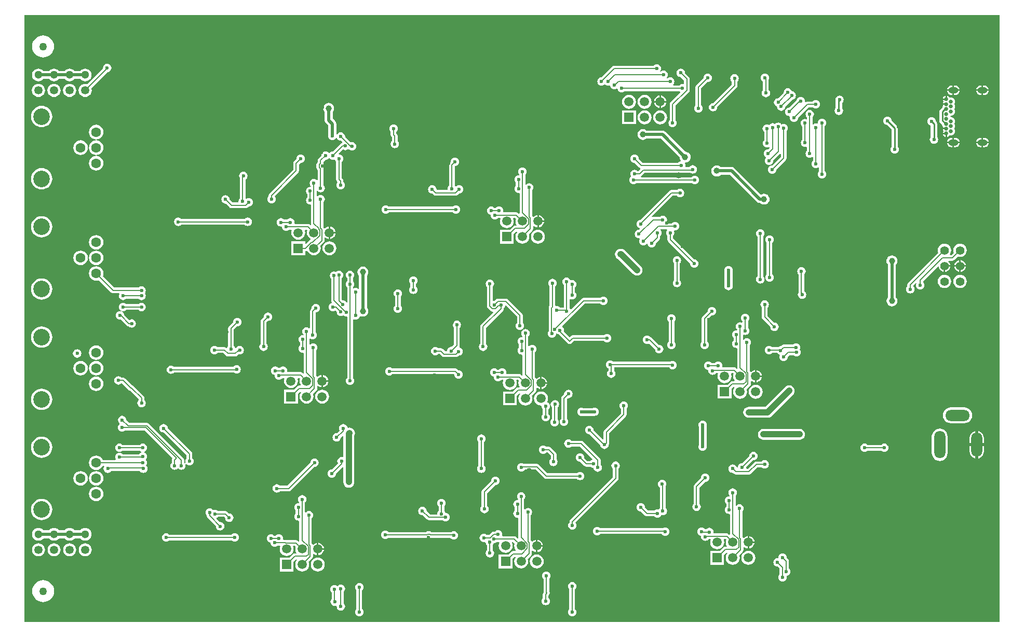
<source format=gbl>
G04*
G04 #@! TF.GenerationSoftware,Altium Limited,Altium Designer,19.0.15 (446)*
G04*
G04 Layer_Physical_Order=2*
G04 Layer_Color=16711680*
%FSLAX25Y25*%
%MOIN*%
G70*
G01*
G75*
%ADD13C,0.01000*%
%ADD17C,0.00600*%
%ADD110C,0.02000*%
%ADD111C,0.03937*%
%ADD114C,0.10630*%
%ADD115C,0.06299*%
%ADD116C,0.05315*%
%ADD117C,0.05118*%
%ADD118O,0.07087X0.17717*%
%ADD119O,0.15748X0.07087*%
%ADD120O,0.07087X0.15748*%
%ADD121C,0.02559*%
%ADD122O,0.06299X0.03937*%
%ADD123R,0.05906X0.05906*%
%ADD124C,0.05906*%
%ADD125C,0.05000*%
%ADD126C,0.05512*%
%ADD127C,0.02362*%
%ADD128C,0.03937*%
%ADD129C,0.04000*%
G36*
X726378Y139764D02*
X100394D01*
Y529528D01*
X726378D01*
Y139764D01*
D02*
G37*
%LPC*%
G36*
X112400Y516534D02*
X111028Y516399D01*
X109708Y515998D01*
X108492Y515348D01*
X107426Y514474D01*
X106552Y513408D01*
X105902Y512192D01*
X105501Y510872D01*
X105366Y509500D01*
X105501Y508128D01*
X105902Y506808D01*
X106552Y505592D01*
X107426Y504526D01*
X108492Y503652D01*
X109708Y503002D01*
X111028Y502601D01*
X112400Y502466D01*
X113772Y502601D01*
X115092Y503002D01*
X116308Y503652D01*
X117374Y504526D01*
X118248Y505592D01*
X118898Y506808D01*
X119299Y508128D01*
X119434Y509500D01*
X119299Y510872D01*
X118898Y512192D01*
X118248Y513408D01*
X117374Y514474D01*
X116308Y515348D01*
X115092Y515998D01*
X113772Y516399D01*
X112400Y516534D01*
D02*
G37*
G36*
X139409Y495315D02*
X138350Y495175D01*
X137362Y494766D01*
X136514Y494115D01*
X136249Y493769D01*
X132570D01*
X132304Y494115D01*
X131456Y494766D01*
X130469Y495175D01*
X129409Y495315D01*
X128350Y495175D01*
X127362Y494766D01*
X126514Y494115D01*
X126249Y493769D01*
X122570D01*
X122304Y494115D01*
X121457Y494766D01*
X120469Y495175D01*
X119409Y495315D01*
X118350Y495175D01*
X117362Y494766D01*
X116515Y494115D01*
X116249Y493769D01*
X112570D01*
X112304Y494115D01*
X111457Y494766D01*
X110469Y495175D01*
X109409Y495315D01*
X108350Y495175D01*
X107362Y494766D01*
X106515Y494115D01*
X105864Y493267D01*
X105455Y492280D01*
X105315Y491221D01*
X105455Y490161D01*
X105864Y489173D01*
X106515Y488326D01*
X107362Y487675D01*
X108350Y487266D01*
X109409Y487126D01*
X110469Y487266D01*
X111457Y487675D01*
X112304Y488326D01*
X112570Y488671D01*
X116249D01*
X116515Y488326D01*
X117362Y487675D01*
X118350Y487266D01*
X119409Y487126D01*
X120469Y487266D01*
X121457Y487675D01*
X122304Y488326D01*
X122570Y488671D01*
X126249D01*
X126514Y488326D01*
X127362Y487675D01*
X128350Y487266D01*
X129409Y487126D01*
X130469Y487266D01*
X131456Y487675D01*
X132304Y488326D01*
X132570Y488671D01*
X136249D01*
X136514Y488326D01*
X137362Y487675D01*
X138350Y487266D01*
X139409Y487126D01*
X140469Y487266D01*
X141456Y487675D01*
X142304Y488326D01*
X142955Y489173D01*
X143364Y490161D01*
X143503Y491221D01*
X143364Y492280D01*
X142955Y493267D01*
X142304Y494115D01*
X141456Y494766D01*
X140469Y495175D01*
X139409Y495315D01*
D02*
G37*
G36*
X506299Y497980D02*
X505599Y497888D01*
X504947Y497617D01*
X504387Y497188D01*
X504328Y497111D01*
X479134D01*
X478432Y496971D01*
X477836Y496573D01*
X470962Y489699D01*
X470866Y489712D01*
X470166Y489620D01*
X469514Y489350D01*
X468954Y488920D01*
X468524Y488360D01*
X468254Y487708D01*
X468162Y487008D01*
X468254Y486308D01*
X468524Y485656D01*
X468954Y485096D01*
X469514Y484666D01*
X470166Y484396D01*
X470866Y484304D01*
X471566Y484396D01*
X472218Y484666D01*
X472778Y485096D01*
X472782Y485100D01*
X473281D01*
X473285Y485096D01*
X473845Y484666D01*
X474497Y484396D01*
X475197Y484304D01*
X475897Y484396D01*
X476054Y484461D01*
X476487Y484211D01*
X476522Y483946D01*
X476792Y483293D01*
X477222Y482733D01*
X477782Y482304D01*
X478434Y482034D01*
X479134Y481941D01*
X479834Y482034D01*
X480486Y482304D01*
X480679Y482452D01*
X481213Y482231D01*
X481246Y481977D01*
X481516Y481325D01*
X481946Y480765D01*
X482506Y480335D01*
X483158Y480065D01*
X483858Y479973D01*
X484558Y480065D01*
X485210Y480335D01*
X485771Y480765D01*
X485829Y480842D01*
X520863D01*
X520923Y480765D01*
X521348Y480438D01*
X521476Y479859D01*
X515238Y473621D01*
X514840Y473025D01*
X514700Y472323D01*
Y462207D01*
X514623Y462148D01*
X514193Y461588D01*
X513923Y460936D01*
X513831Y460236D01*
X513923Y459536D01*
X514193Y458884D01*
X514623Y458324D01*
X515183Y457894D01*
X515836Y457624D01*
X516535Y457532D01*
X517235Y457624D01*
X517888Y457894D01*
X518448Y458324D01*
X518877Y458884D01*
X519147Y459536D01*
X519240Y460236D01*
X519147Y460936D01*
X518877Y461588D01*
X518448Y462148D01*
X518371Y462207D01*
Y471563D01*
X526888Y480080D01*
X527286Y480676D01*
X527426Y481378D01*
Y488583D01*
X527286Y489285D01*
X526888Y489880D01*
X524345Y492423D01*
X524358Y492520D01*
X524266Y493220D01*
X523995Y493872D01*
X523566Y494432D01*
X523006Y494862D01*
X522353Y495132D01*
X521654Y495224D01*
X520954Y495132D01*
X520301Y494862D01*
X519741Y494432D01*
X519312Y493872D01*
X519041Y493220D01*
X518949Y492520D01*
X519041Y491820D01*
X519312Y491168D01*
X519741Y490608D01*
X520301Y490178D01*
X520954Y489908D01*
X521654Y489815D01*
X521750Y489828D01*
X523755Y487822D01*
Y485695D01*
X523255Y485326D01*
X522835Y485381D01*
X522135Y485289D01*
X521483Y485019D01*
X520923Y484589D01*
X520863Y484512D01*
X516934D01*
X516764Y485012D01*
X516873Y485096D01*
X517303Y485656D01*
X517573Y486308D01*
X517665Y487008D01*
X517573Y487708D01*
X517303Y488360D01*
X516873Y488920D01*
X516313Y489350D01*
X515660Y489620D01*
X514961Y489712D01*
X514261Y489620D01*
X513609Y489350D01*
X513072Y488939D01*
X512766Y488968D01*
X512628Y489225D01*
X512582Y489478D01*
X512972Y489987D01*
X513242Y490639D01*
X513334Y491339D01*
X513242Y492038D01*
X512972Y492691D01*
X512542Y493251D01*
X511982Y493680D01*
X511330Y493951D01*
X510630Y494043D01*
X509930Y493951D01*
X509278Y493680D01*
X508809Y493321D01*
X508452Y493677D01*
X508641Y493924D01*
X508911Y494576D01*
X509003Y495276D01*
X508911Y495975D01*
X508641Y496628D01*
X508211Y497188D01*
X507651Y497617D01*
X506999Y497888D01*
X506299Y497980D01*
D02*
G37*
G36*
X538976Y492074D02*
X538276Y491982D01*
X537624Y491712D01*
X537064Y491282D01*
X536634Y490722D01*
X536364Y490070D01*
X536272Y489370D01*
X536285Y489274D01*
X531773Y484762D01*
X531375Y484167D01*
X531236Y483465D01*
Y471706D01*
X531159Y471647D01*
X530729Y471087D01*
X530459Y470435D01*
X530367Y469735D01*
X530459Y469035D01*
X530729Y468383D01*
X531159Y467823D01*
X531719Y467393D01*
X532371Y467123D01*
X533071Y467031D01*
X533771Y467123D01*
X534423Y467393D01*
X534983Y467823D01*
X535413Y468383D01*
X535683Y469035D01*
X535775Y469735D01*
X535683Y470435D01*
X535413Y471087D01*
X534983Y471647D01*
X534906Y471706D01*
Y482704D01*
X538880Y486679D01*
X538976Y486666D01*
X539676Y486758D01*
X540329Y487028D01*
X540889Y487458D01*
X541318Y488018D01*
X541588Y488670D01*
X541681Y489370D01*
X541588Y490070D01*
X541318Y490722D01*
X540889Y491282D01*
X540329Y491712D01*
X539676Y491982D01*
X538976Y492074D01*
D02*
G37*
G36*
X153543Y498374D02*
X152843Y498281D01*
X152191Y498011D01*
X151631Y497581D01*
X151201Y497021D01*
X150931Y496369D01*
X150839Y495669D01*
X150888Y495295D01*
X140756Y485163D01*
X140495Y485271D01*
X139409Y485414D01*
X138324Y485271D01*
X137313Y484852D01*
X136444Y484186D01*
X135778Y483317D01*
X135359Y482306D01*
X135216Y481220D01*
X135359Y480135D01*
X135778Y479124D01*
X136444Y478255D01*
X137313Y477589D01*
X138324Y477170D01*
X139409Y477027D01*
X140495Y477170D01*
X141506Y477589D01*
X142375Y478255D01*
X143041Y479124D01*
X143460Y480135D01*
X143603Y481220D01*
X143460Y482306D01*
X143352Y482567D01*
X153781Y492996D01*
X154243Y493057D01*
X154895Y493327D01*
X155456Y493757D01*
X155885Y494317D01*
X156155Y494969D01*
X156248Y495669D01*
X156155Y496369D01*
X155885Y497021D01*
X155456Y497581D01*
X154895Y498011D01*
X154243Y498281D01*
X153543Y498374D01*
D02*
G37*
G36*
X716535Y484372D02*
X715854D01*
Y481878D01*
X719464D01*
X719427Y482153D01*
X719128Y482875D01*
X718653Y483495D01*
X718033Y483971D01*
X717310Y484270D01*
X716535Y484372D01*
D02*
G37*
G36*
X714854D02*
X714173D01*
X713398Y484270D01*
X712676Y483971D01*
X712056Y483495D01*
X711580Y482875D01*
X711281Y482153D01*
X711245Y481878D01*
X714854D01*
Y484372D01*
D02*
G37*
G36*
X697913D02*
X697232D01*
Y481878D01*
X700842D01*
X700806Y482153D01*
X700506Y482875D01*
X700031Y483495D01*
X699410Y483971D01*
X698688Y484270D01*
X697913Y484372D01*
D02*
G37*
G36*
X696232D02*
X695551D01*
X694776Y484270D01*
X694054Y483971D01*
X693434Y483495D01*
X692958Y482875D01*
X692659Y482153D01*
X692623Y481878D01*
X696232D01*
Y484372D01*
D02*
G37*
G36*
X719464Y480878D02*
X715854D01*
Y478384D01*
X716535D01*
X717310Y478486D01*
X718033Y478785D01*
X718653Y479261D01*
X719128Y479881D01*
X719427Y480603D01*
X719464Y480878D01*
D02*
G37*
G36*
X714854D02*
X711245D01*
X711281Y480603D01*
X711580Y479881D01*
X712056Y479261D01*
X712676Y478785D01*
X713398Y478486D01*
X714173Y478384D01*
X714854D01*
Y480878D01*
D02*
G37*
G36*
X700842Y480878D02*
X697232D01*
Y478384D01*
X697913D01*
X698688Y478486D01*
X699410Y478785D01*
X700031Y479261D01*
X700506Y479881D01*
X700806Y480603D01*
X700842Y480878D01*
D02*
G37*
G36*
X696232D02*
X692623D01*
X692659Y480603D01*
X692958Y479881D01*
X693434Y479261D01*
X694054Y478785D01*
X694776Y478486D01*
X695551Y478384D01*
X696232D01*
Y480878D01*
D02*
G37*
G36*
X129409Y485414D02*
X128324Y485271D01*
X127313Y484852D01*
X126444Y484186D01*
X125778Y483317D01*
X125359Y482306D01*
X125216Y481220D01*
X125359Y480135D01*
X125778Y479124D01*
X126444Y478255D01*
X127313Y477589D01*
X128324Y477170D01*
X129409Y477027D01*
X130495Y477170D01*
X131506Y477589D01*
X132375Y478255D01*
X133041Y479124D01*
X133460Y480135D01*
X133603Y481220D01*
X133460Y482306D01*
X133041Y483317D01*
X132375Y484186D01*
X131506Y484852D01*
X130495Y485271D01*
X129409Y485414D01*
D02*
G37*
G36*
X119409D02*
X118324Y485271D01*
X117313Y484852D01*
X116444Y484186D01*
X115778Y483317D01*
X115359Y482306D01*
X115216Y481220D01*
X115359Y480135D01*
X115778Y479124D01*
X116444Y478255D01*
X117313Y477589D01*
X118324Y477170D01*
X119409Y477027D01*
X120495Y477170D01*
X121506Y477589D01*
X122375Y478255D01*
X123041Y479124D01*
X123460Y480135D01*
X123603Y481220D01*
X123460Y482306D01*
X123041Y483317D01*
X122375Y484186D01*
X121506Y484852D01*
X120495Y485271D01*
X119409Y485414D01*
D02*
G37*
G36*
X109409D02*
X108324Y485271D01*
X107313Y484852D01*
X106444Y484186D01*
X105778Y483317D01*
X105359Y482306D01*
X105216Y481220D01*
X105359Y480135D01*
X105778Y479124D01*
X106444Y478255D01*
X107313Y477589D01*
X108324Y477170D01*
X109409Y477027D01*
X110495Y477170D01*
X111506Y477589D01*
X112375Y478255D01*
X113041Y479124D01*
X113460Y480135D01*
X113603Y481220D01*
X113460Y482306D01*
X113041Y483317D01*
X112375Y484186D01*
X111506Y484852D01*
X110495Y485271D01*
X109409Y485414D01*
D02*
G37*
G36*
X575811Y492074D02*
X575111Y491982D01*
X574459Y491712D01*
X573899Y491282D01*
X573469Y490722D01*
X573199Y490070D01*
X573107Y489370D01*
X573199Y488670D01*
X573469Y488018D01*
X573899Y487458D01*
X574459Y487028D01*
X574543Y486993D01*
Y481499D01*
X574466Y481440D01*
X574036Y480880D01*
X573766Y480228D01*
X573674Y479528D01*
X573766Y478828D01*
X574036Y478175D01*
X574466Y477615D01*
X575026Y477186D01*
X575678Y476916D01*
X576378Y476823D01*
X577078Y476916D01*
X577730Y477186D01*
X578290Y477615D01*
X578720Y478175D01*
X578990Y478828D01*
X579082Y479528D01*
X578990Y480228D01*
X578720Y480880D01*
X578290Y481440D01*
X578213Y481499D01*
Y488163D01*
X578423Y488670D01*
X578515Y489370D01*
X578423Y490070D01*
X578153Y490722D01*
X577723Y491282D01*
X577163Y491712D01*
X576511Y491982D01*
X575811Y492074D01*
D02*
G37*
G36*
X590551Y482625D02*
X589851Y482533D01*
X589199Y482263D01*
X588639Y481833D01*
X588209Y481273D01*
X587939Y480621D01*
X587847Y479921D01*
X587860Y479825D01*
X584278Y476244D01*
X584252Y476248D01*
X583552Y476155D01*
X582900Y475885D01*
X582340Y475456D01*
X581910Y474895D01*
X581640Y474243D01*
X581548Y473543D01*
X581640Y472843D01*
X581910Y472191D01*
X582340Y471631D01*
X582900Y471201D01*
X583526Y470942D01*
X583516Y470866D01*
X583608Y470166D01*
X583879Y469514D01*
X584308Y468954D01*
X584868Y468524D01*
X585521Y468254D01*
X586221Y468162D01*
X586920Y468254D01*
X587573Y468524D01*
X588133Y468954D01*
X588562Y469514D01*
X588833Y470166D01*
X588925Y470866D01*
X588912Y470962D01*
X593242Y475292D01*
X593613Y475341D01*
X594266Y475611D01*
X594826Y476041D01*
X595255Y476601D01*
X595526Y477253D01*
X595618Y477953D01*
X595526Y478653D01*
X595255Y479305D01*
X594826Y479865D01*
X594266Y480295D01*
X593613Y480565D01*
X593162Y480624D01*
X592893Y481273D01*
X592463Y481833D01*
X591903Y482263D01*
X591251Y482533D01*
X590551Y482625D01*
D02*
G37*
G36*
X691705Y477815D02*
X691315Y477738D01*
X690561Y477234D01*
X690057Y476480D01*
X689980Y476091D01*
X691705D01*
Y477815D01*
D02*
G37*
G36*
X509000Y477921D02*
Y474500D01*
X512421D01*
X512351Y475032D01*
X511953Y475993D01*
X511319Y476819D01*
X510493Y477453D01*
X509532Y477851D01*
X509000Y477921D01*
D02*
G37*
G36*
X508000D02*
X507468Y477851D01*
X506507Y477453D01*
X505681Y476819D01*
X505047Y475993D01*
X504649Y475032D01*
X504579Y474500D01*
X508000D01*
Y477921D01*
D02*
G37*
G36*
X556244Y491681D02*
X555544Y491588D01*
X554892Y491318D01*
X554332Y490889D01*
X553902Y490329D01*
X553632Y489676D01*
X553540Y488976D01*
X553632Y488276D01*
X553902Y487624D01*
X554332Y487064D01*
X554409Y487005D01*
Y484957D01*
X542616Y473164D01*
X542520Y473177D01*
X541820Y473084D01*
X541168Y472814D01*
X540608Y472385D01*
X540178Y471825D01*
X539908Y471172D01*
X539815Y470472D01*
X539908Y469772D01*
X540178Y469120D01*
X540608Y468560D01*
X541168Y468130D01*
X541820Y467860D01*
X542520Y467768D01*
X543220Y467860D01*
X543872Y468130D01*
X544432Y468560D01*
X544862Y469120D01*
X545132Y469772D01*
X545224Y470472D01*
X545211Y470569D01*
X557542Y482899D01*
X557940Y483495D01*
X558079Y484197D01*
Y487005D01*
X558156Y487064D01*
X558586Y487624D01*
X558856Y488276D01*
X558948Y488976D01*
X558856Y489676D01*
X558586Y490329D01*
X558156Y490889D01*
X557596Y491318D01*
X556944Y491588D01*
X556244Y491681D01*
D02*
G37*
G36*
X512421Y473500D02*
X509000D01*
Y470079D01*
X509532Y470149D01*
X510493Y470547D01*
X511319Y471181D01*
X511953Y472007D01*
X512351Y472968D01*
X512421Y473500D01*
D02*
G37*
G36*
X508000D02*
X504579D01*
X504649Y472968D01*
X505047Y472007D01*
X505681Y471181D01*
X506507Y470547D01*
X507468Y470149D01*
X508000Y470079D01*
Y473500D01*
D02*
G37*
G36*
X598819Y477114D02*
X598119Y477022D01*
X597467Y476751D01*
X596907Y476322D01*
X596477Y475762D01*
X596207Y475109D01*
X596188Y474964D01*
X591435Y470211D01*
X591339Y470224D01*
X590639Y470132D01*
X589987Y469862D01*
X589426Y469432D01*
X588997Y468872D01*
X588727Y468220D01*
X588634Y467520D01*
X588727Y466820D01*
X588997Y466168D01*
X589426Y465608D01*
X589987Y465178D01*
X590639Y464908D01*
X591339Y464815D01*
X591499Y464837D01*
X591803Y464440D01*
X591738Y464283D01*
X591646Y463583D01*
X591738Y462883D01*
X592008Y462231D01*
X592438Y461670D01*
X592998Y461241D01*
X593650Y460971D01*
X594350Y460878D01*
X595050Y460971D01*
X595703Y461241D01*
X596263Y461670D01*
X596692Y462231D01*
X596962Y462883D01*
X597055Y463583D01*
X597042Y463679D01*
X603851Y470488D01*
X606482D01*
X606541Y470411D01*
X607101Y469981D01*
X607753Y469711D01*
X608453Y469619D01*
X609153Y469711D01*
X609805Y469981D01*
X610365Y470411D01*
X610795Y470971D01*
X611065Y471623D01*
X611157Y472323D01*
X611065Y473023D01*
X610795Y473675D01*
X610365Y474235D01*
X609805Y474665D01*
X609153Y474935D01*
X608453Y475027D01*
X607753Y474935D01*
X607101Y474665D01*
X606541Y474235D01*
X606482Y474158D01*
X603090D01*
X602388Y474018D01*
X601936Y473716D01*
X601513Y473935D01*
X601467Y473986D01*
X601523Y474409D01*
X601431Y475109D01*
X601161Y475762D01*
X600731Y476322D01*
X600171Y476751D01*
X599519Y477022D01*
X598819Y477114D01*
D02*
G37*
G36*
X498500Y478491D02*
X497338Y478338D01*
X496254Y477889D01*
X495324Y477176D01*
X494611Y476246D01*
X494162Y475162D01*
X494009Y474000D01*
X494162Y472838D01*
X494611Y471754D01*
X495324Y470824D01*
X496254Y470111D01*
X497338Y469662D01*
X498500Y469509D01*
X499662Y469662D01*
X500746Y470111D01*
X501676Y470824D01*
X502389Y471754D01*
X502838Y472838D01*
X502991Y474000D01*
X502838Y475162D01*
X502389Y476246D01*
X501676Y477176D01*
X500746Y477889D01*
X499662Y478338D01*
X498500Y478491D01*
D02*
G37*
G36*
X488500D02*
X487338Y478338D01*
X486254Y477889D01*
X485324Y477176D01*
X484611Y476246D01*
X484162Y475162D01*
X484009Y474000D01*
X484162Y472838D01*
X484611Y471754D01*
X485324Y470824D01*
X486254Y470111D01*
X487338Y469662D01*
X488500Y469509D01*
X489662Y469662D01*
X490746Y470111D01*
X491676Y470824D01*
X492389Y471754D01*
X492838Y472838D01*
X492991Y474000D01*
X492838Y475162D01*
X492389Y476246D01*
X491676Y477176D01*
X490746Y477889D01*
X489662Y478338D01*
X488500Y478491D01*
D02*
G37*
G36*
X623622Y477901D02*
X622922Y477809D01*
X622270Y477539D01*
X621710Y477109D01*
X621280Y476549D01*
X621010Y475897D01*
X620918Y475197D01*
X621010Y474497D01*
X621189Y474064D01*
Y469936D01*
X620886Y469541D01*
X620616Y468889D01*
X620524Y468189D01*
X620616Y467489D01*
X620886Y466837D01*
X621316Y466277D01*
X621876Y465847D01*
X622528Y465577D01*
X623228Y465485D01*
X623928Y465577D01*
X624580Y465847D01*
X625140Y466277D01*
X625570Y466837D01*
X625840Y467489D01*
X625933Y468189D01*
X625840Y468889D01*
X625570Y469541D01*
X625268Y469936D01*
Y473080D01*
X625534Y473285D01*
X625964Y473845D01*
X626234Y474497D01*
X626326Y475197D01*
X626234Y475897D01*
X625964Y476549D01*
X625534Y477109D01*
X624974Y477539D01*
X624322Y477809D01*
X623622Y477901D01*
D02*
G37*
G36*
X692705Y477815D02*
Y475642D01*
X692665Y475591D01*
X692205D01*
Y475091D01*
X689980D01*
X690057Y474701D01*
X690515Y474016D01*
X690057Y473330D01*
X689980Y472941D01*
X692205D01*
Y472095D01*
X691479Y472000D01*
X691338Y471941D01*
X689980D01*
X690057Y471552D01*
X690236Y471284D01*
X690222Y471274D01*
X689777Y470693D01*
X689697Y470501D01*
X689598Y470435D01*
X688322Y469159D01*
X687880Y468497D01*
X687725Y467717D01*
Y461811D01*
X687880Y461031D01*
X688322Y460369D01*
X689485Y459206D01*
X689497Y459117D01*
X689777Y458441D01*
X690222Y457860D01*
X690236Y457850D01*
X690057Y457582D01*
X689980Y457193D01*
X691338D01*
X691479Y457134D01*
X692205Y457039D01*
Y456193D01*
X689980D01*
X690057Y455803D01*
X690515Y455118D01*
X690057Y454433D01*
X689980Y454043D01*
X692205D01*
Y453543D01*
X692665D01*
X692705Y453492D01*
Y451319D01*
X693094Y451396D01*
X693848Y451900D01*
X694199Y452425D01*
X694235Y452410D01*
X694961Y452315D01*
X695686Y452410D01*
X696362Y452690D01*
X696943Y453136D01*
X697389Y453716D01*
X697669Y454392D01*
X697764Y455118D01*
X697669Y455844D01*
X697389Y456520D01*
X697256Y456693D01*
X697389Y456866D01*
X697669Y457542D01*
X697764Y458268D01*
X697669Y458993D01*
X697389Y459669D01*
X697256Y459842D01*
X697389Y460016D01*
X697669Y460692D01*
X697764Y461417D01*
X697669Y462143D01*
X697389Y462819D01*
X696943Y463400D01*
X696362Y463845D01*
X695686Y464125D01*
X694961Y464221D01*
X694952Y464220D01*
X694736Y464567D01*
X694952Y464914D01*
X694961Y464913D01*
X695686Y465009D01*
X696362Y465289D01*
X696943Y465734D01*
X697389Y466315D01*
X697669Y466991D01*
X697764Y467717D01*
X697669Y468442D01*
X697389Y469118D01*
X697256Y469291D01*
X697389Y469464D01*
X697669Y470141D01*
X697764Y470866D01*
X697669Y471592D01*
X697389Y472268D01*
X697256Y472441D01*
X697389Y472614D01*
X697669Y473290D01*
X697764Y474016D01*
X697669Y474741D01*
X697389Y475418D01*
X696943Y475998D01*
X696362Y476444D01*
X695686Y476724D01*
X694961Y476819D01*
X694235Y476724D01*
X694199Y476709D01*
X693848Y477234D01*
X693094Y477738D01*
X692705Y477815D01*
D02*
G37*
G36*
X604539Y468637D02*
X603839Y468545D01*
X603187Y468275D01*
X602627Y467845D01*
X602197Y467285D01*
X601927Y466633D01*
X601835Y465933D01*
X601927Y465233D01*
X602197Y464581D01*
X602627Y464021D01*
X602704Y463962D01*
Y463039D01*
X602288Y462761D01*
X602078Y462848D01*
X601378Y462941D01*
X600678Y462848D01*
X600026Y462578D01*
X599466Y462148D01*
X599036Y461588D01*
X598766Y460936D01*
X598674Y460236D01*
X598766Y459536D01*
X599036Y458884D01*
X599466Y458324D01*
X599740Y458114D01*
Y449609D01*
X599663Y449550D01*
X599233Y448990D01*
X598963Y448338D01*
X598871Y447638D01*
X598963Y446938D01*
X599233Y446286D01*
X599663Y445726D01*
X600223Y445296D01*
X600875Y445026D01*
X601575Y444934D01*
X602204Y445016D01*
X602425Y444940D01*
X602704Y444754D01*
Y442707D01*
X602627Y442648D01*
X602197Y442088D01*
X601927Y441436D01*
X601835Y440736D01*
X601927Y440036D01*
X602197Y439384D01*
X602627Y438824D01*
X603187Y438394D01*
X603839Y438124D01*
X604539Y438032D01*
X605239Y438124D01*
X605892Y438394D01*
X606117Y438568D01*
X606617Y438321D01*
Y436015D01*
X606541Y435955D01*
X606111Y435395D01*
X605841Y434743D01*
X605749Y434043D01*
X605841Y433343D01*
X606111Y432691D01*
X606541Y432131D01*
X607101Y431701D01*
X607753Y431431D01*
X608453Y431339D01*
X609153Y431431D01*
X609805Y431701D01*
X610054Y431893D01*
X610555Y431646D01*
Y429322D01*
X610478Y429263D01*
X610048Y428702D01*
X609778Y428050D01*
X609686Y427350D01*
X609778Y426650D01*
X610048Y425998D01*
X610478Y425438D01*
X611038Y425008D01*
X611690Y424738D01*
X612390Y424646D01*
X613090Y424738D01*
X613742Y425008D01*
X614302Y425438D01*
X614732Y425998D01*
X615002Y426650D01*
X615094Y427350D01*
X615002Y428050D01*
X614732Y428702D01*
X614302Y429263D01*
X614225Y429322D01*
Y458474D01*
X614302Y458533D01*
X614732Y459093D01*
X615002Y459745D01*
X615094Y460445D01*
X615002Y461145D01*
X614732Y461797D01*
X614302Y462357D01*
X613742Y462787D01*
X613090Y463057D01*
X612390Y463149D01*
X611690Y463057D01*
X611038Y462787D01*
X610478Y462357D01*
X610048Y461797D01*
X609778Y461145D01*
X609686Y460445D01*
X609716Y460215D01*
X609258Y459864D01*
X609153Y459907D01*
X608453Y460000D01*
X607753Y459907D01*
X607101Y459637D01*
X606875Y459464D01*
X606375Y459710D01*
Y463962D01*
X606452Y464021D01*
X606881Y464581D01*
X607152Y465233D01*
X607244Y465933D01*
X607152Y466633D01*
X606881Y467285D01*
X606452Y467845D01*
X605892Y468275D01*
X605239Y468545D01*
X604539Y468637D01*
D02*
G37*
G36*
X584252Y460578D02*
X583552Y460486D01*
X582900Y460216D01*
X582340Y459786D01*
X582254Y459674D01*
X582061Y459822D01*
X581409Y460092D01*
X580709Y460185D01*
X580009Y460092D01*
X579356Y459822D01*
X578796Y459392D01*
X578459Y458952D01*
X578295Y459078D01*
X577643Y459348D01*
X576943Y459441D01*
X576243Y459348D01*
X575591Y459078D01*
X575031Y458648D01*
X574601Y458088D01*
X574331Y457436D01*
X574238Y456736D01*
X574331Y456036D01*
X574601Y455384D01*
X575031Y454824D01*
X575330Y454594D01*
Y449400D01*
X575253Y449341D01*
X574823Y448781D01*
X574553Y448129D01*
X574461Y447429D01*
X574553Y446729D01*
X574823Y446077D01*
X575253Y445517D01*
X575813Y445087D01*
X576465Y444817D01*
X577165Y444725D01*
X577865Y444817D01*
X578214Y444961D01*
X578695Y444696D01*
X578739Y444334D01*
X577832Y443428D01*
X577736Y443440D01*
X577036Y443348D01*
X576384Y443078D01*
X575824Y442648D01*
X575394Y442088D01*
X575124Y441436D01*
X575032Y440736D01*
X575124Y440036D01*
X575394Y439384D01*
X575824Y438824D01*
X576276Y438477D01*
X576381Y438248D01*
X576372Y437858D01*
X576060Y437451D01*
X575789Y436798D01*
X575697Y436098D01*
X575789Y435398D01*
X576060Y434746D01*
X576489Y434186D01*
X577049Y433756D01*
X577702Y433486D01*
X578402Y433394D01*
X579102Y433486D01*
X579754Y433756D01*
X580314Y434186D01*
X580744Y434746D01*
X581014Y435398D01*
X581106Y436098D01*
X581093Y436195D01*
X585460Y440561D01*
X585810Y440473D01*
X585960Y440370D01*
Y438555D01*
X580411Y433006D01*
X580315Y433019D01*
X579615Y432927D01*
X578963Y432657D01*
X578403Y432227D01*
X577973Y431667D01*
X577703Y431015D01*
X577611Y430315D01*
X577703Y429615D01*
X577973Y428963D01*
X578403Y428403D01*
X578963Y427973D01*
X579615Y427703D01*
X580315Y427611D01*
X581015Y427703D01*
X581667Y427973D01*
X582227Y428403D01*
X582657Y428963D01*
X582927Y429615D01*
X583019Y430315D01*
X583006Y430411D01*
X589093Y436498D01*
X589491Y437093D01*
X589631Y437795D01*
Y455115D01*
X589708Y455174D01*
X590137Y455734D01*
X590407Y456387D01*
X590499Y457087D01*
X590407Y457787D01*
X590137Y458439D01*
X589708Y458999D01*
X589147Y459429D01*
X588495Y459699D01*
X587795Y459791D01*
X587095Y459699D01*
X586443Y459429D01*
X586440Y459426D01*
X586164Y459786D01*
X585604Y460216D01*
X584952Y460486D01*
X584252Y460578D01*
D02*
G37*
G36*
X492953Y468453D02*
X484047D01*
Y459547D01*
X492953D01*
Y468453D01*
D02*
G37*
G36*
X508500Y468491D02*
X507338Y468338D01*
X506254Y467889D01*
X505324Y467176D01*
X504610Y466246D01*
X504162Y465162D01*
X504009Y464000D01*
X504162Y462838D01*
X504610Y461754D01*
X505324Y460824D01*
X506254Y460111D01*
X507338Y459662D01*
X508500Y459509D01*
X509662Y459662D01*
X510746Y460111D01*
X511676Y460824D01*
X512390Y461754D01*
X512838Y462838D01*
X512991Y464000D01*
X512838Y465162D01*
X512390Y466246D01*
X511676Y467176D01*
X510746Y467889D01*
X509662Y468338D01*
X508500Y468491D01*
D02*
G37*
G36*
X498500D02*
X497338Y468338D01*
X496254Y467889D01*
X495324Y467176D01*
X494611Y466246D01*
X494162Y465162D01*
X494009Y464000D01*
X494162Y462838D01*
X494611Y461754D01*
X495324Y460824D01*
X496254Y460111D01*
X497338Y459662D01*
X498500Y459509D01*
X499662Y459662D01*
X500746Y460111D01*
X501676Y460824D01*
X502389Y461754D01*
X502838Y462838D01*
X502991Y464000D01*
X502838Y465162D01*
X502389Y466246D01*
X501676Y467176D01*
X500746Y467889D01*
X499662Y468338D01*
X498500Y468491D01*
D02*
G37*
G36*
X111456Y471360D02*
X110120Y471229D01*
X108836Y470839D01*
X107652Y470206D01*
X106614Y469355D01*
X105763Y468317D01*
X105130Y467133D01*
X104740Y465849D01*
X104609Y464513D01*
X104740Y463177D01*
X105130Y461892D01*
X105763Y460708D01*
X106614Y459670D01*
X107652Y458819D01*
X108836Y458186D01*
X110120Y457796D01*
X111456Y457665D01*
X112792Y457796D01*
X114077Y458186D01*
X115261Y458819D01*
X116299Y459670D01*
X117150Y460708D01*
X117783Y461892D01*
X118173Y463177D01*
X118304Y464513D01*
X118173Y465849D01*
X117783Y467133D01*
X117150Y468317D01*
X116299Y469355D01*
X115261Y470206D01*
X114077Y470839D01*
X112792Y471229D01*
X111456Y471360D01*
D02*
G37*
G36*
X691705Y453043D02*
X689980D01*
X690057Y452654D01*
X690561Y451900D01*
X691315Y451396D01*
X691705Y451319D01*
Y453043D01*
D02*
G37*
G36*
X146456Y459202D02*
X145243Y459043D01*
X144112Y458574D01*
X143140Y457829D01*
X142395Y456857D01*
X141927Y455726D01*
X141767Y454513D01*
X141927Y453299D01*
X142395Y452168D01*
X143140Y451196D01*
X144112Y450451D01*
X145243Y449983D01*
X146456Y449823D01*
X147670Y449983D01*
X148801Y450451D01*
X149773Y451196D01*
X150518Y452168D01*
X150986Y453299D01*
X151146Y454513D01*
X150986Y455726D01*
X150518Y456857D01*
X149773Y457829D01*
X148801Y458574D01*
X147670Y459043D01*
X146456Y459202D01*
D02*
G37*
G36*
X716535Y450750D02*
X715854D01*
Y448256D01*
X719464D01*
X719427Y448531D01*
X719128Y449253D01*
X718653Y449873D01*
X718033Y450349D01*
X717310Y450648D01*
X716535Y450750D01*
D02*
G37*
G36*
X714854D02*
X714173D01*
X713398Y450648D01*
X712676Y450349D01*
X712056Y449873D01*
X711580Y449253D01*
X711281Y448531D01*
X711245Y448256D01*
X714854D01*
Y450750D01*
D02*
G37*
G36*
X697913D02*
X697232D01*
Y448256D01*
X700842D01*
X700806Y448531D01*
X700506Y449253D01*
X700031Y449873D01*
X699410Y450349D01*
X698688Y450648D01*
X697913Y450750D01*
D02*
G37*
G36*
X696232D02*
X695551D01*
X694776Y450648D01*
X694054Y450349D01*
X693434Y449873D01*
X692958Y449253D01*
X692659Y448531D01*
X692623Y448256D01*
X696232D01*
Y450750D01*
D02*
G37*
G36*
X682677Y464122D02*
X681977Y464029D01*
X681325Y463759D01*
X680765Y463330D01*
X680335Y462769D01*
X680065Y462117D01*
X679973Y461417D01*
X680065Y460717D01*
X680335Y460065D01*
X680765Y459505D01*
X681325Y459075D01*
X681977Y458805D01*
X682213Y458774D01*
Y451353D01*
X681910Y450958D01*
X681640Y450306D01*
X681548Y449606D01*
X681640Y448906D01*
X681910Y448254D01*
X682340Y447694D01*
X682900Y447264D01*
X683552Y446994D01*
X684252Y446902D01*
X684952Y446994D01*
X685604Y447264D01*
X686164Y447694D01*
X686594Y448254D01*
X686864Y448906D01*
X686956Y449606D01*
X686864Y450306D01*
X686594Y450958D01*
X686291Y451353D01*
Y459842D01*
X686136Y460623D01*
X685694Y461284D01*
X685354Y461624D01*
X685289Y462117D01*
X685019Y462769D01*
X684589Y463330D01*
X684029Y463759D01*
X683377Y464029D01*
X682677Y464122D01*
D02*
G37*
G36*
X719464Y447256D02*
X715854D01*
Y444762D01*
X716535D01*
X717310Y444864D01*
X718033Y445163D01*
X718653Y445639D01*
X719128Y446259D01*
X719427Y446981D01*
X719464Y447256D01*
D02*
G37*
G36*
X714854D02*
X711245D01*
X711281Y446981D01*
X711580Y446259D01*
X712056Y445639D01*
X712676Y445163D01*
X713398Y444864D01*
X714173Y444762D01*
X714854D01*
Y447256D01*
D02*
G37*
G36*
X700842Y447256D02*
X697232D01*
Y444762D01*
X697913D01*
X698688Y444864D01*
X699410Y445163D01*
X700031Y445639D01*
X700506Y446259D01*
X700806Y446981D01*
X700842Y447256D01*
D02*
G37*
G36*
X696232D02*
X692623D01*
X692659Y446981D01*
X692958Y446259D01*
X693434Y445639D01*
X694054Y445163D01*
X694776Y444864D01*
X695551Y444762D01*
X696232D01*
Y447256D01*
D02*
G37*
G36*
X337402Y459397D02*
X336702Y459305D01*
X336049Y459035D01*
X335489Y458605D01*
X335060Y458045D01*
X334789Y457393D01*
X334697Y456693D01*
X334789Y455993D01*
X335060Y455341D01*
X335489Y454781D01*
X335566Y454722D01*
Y452756D01*
X335706Y452054D01*
X336104Y451458D01*
X336354Y451208D01*
Y448822D01*
X336277Y448763D01*
X335847Y448203D01*
X335577Y447550D01*
X335485Y446850D01*
X335577Y446150D01*
X335847Y445498D01*
X336277Y444938D01*
X336837Y444508D01*
X337489Y444238D01*
X338189Y444146D01*
X338889Y444238D01*
X339541Y444508D01*
X340101Y444938D01*
X340531Y445498D01*
X340801Y446150D01*
X340893Y446850D01*
X340801Y447550D01*
X340531Y448203D01*
X340101Y448763D01*
X340024Y448822D01*
Y451968D01*
X339884Y452671D01*
X339487Y453266D01*
X339237Y453516D01*
Y454722D01*
X339314Y454781D01*
X339743Y455341D01*
X340014Y455993D01*
X340106Y456693D01*
X340014Y457393D01*
X339743Y458045D01*
X339314Y458605D01*
X338754Y459035D01*
X338102Y459305D01*
X337402Y459397D01*
D02*
G37*
G36*
X295732Y473233D02*
X294827Y473114D01*
X293983Y472765D01*
X293259Y472209D01*
X292703Y471484D01*
X292353Y470641D01*
X292234Y469735D01*
X292353Y468829D01*
X292703Y467986D01*
X293183Y467359D01*
Y462142D01*
X293377Y461166D01*
X293930Y460339D01*
X295508Y458762D01*
Y452849D01*
X295445Y452697D01*
X295352Y451997D01*
X295445Y451297D01*
X295715Y450645D01*
X296145Y450085D01*
X296705Y449655D01*
X297357Y449385D01*
X298057Y449293D01*
X298757Y449385D01*
X299409Y449655D01*
X299969Y450085D01*
X300399Y450645D01*
X300454Y450778D01*
X300573Y450802D01*
X300983Y450749D01*
X301201Y450223D01*
X301631Y449663D01*
X302191Y449233D01*
X302843Y448963D01*
X303543Y448871D01*
X303639Y448883D01*
X304499Y448023D01*
X304467Y447524D01*
X304387Y447463D01*
X304260Y447297D01*
X303879Y447222D01*
X303284Y446824D01*
X298521Y442062D01*
X298425Y442074D01*
X297725Y441982D01*
X297073Y441712D01*
X296513Y441282D01*
X296378Y441107D01*
X295748D01*
X295613Y441282D01*
X295053Y441712D01*
X294401Y441982D01*
X293701Y442074D01*
X293001Y441982D01*
X292349Y441712D01*
X291789Y441282D01*
X291359Y440722D01*
X291089Y440070D01*
X290997Y439370D01*
X291009Y439274D01*
X289253Y437518D01*
X288856Y436923D01*
X288716Y436221D01*
Y435199D01*
X288353Y434837D01*
X287956Y434241D01*
X287816Y433539D01*
Y431815D01*
X287956Y431113D01*
X288353Y430517D01*
X288716Y430155D01*
Y423627D01*
X288216Y423457D01*
X288133Y423566D01*
X287573Y423995D01*
X286920Y424266D01*
X286221Y424358D01*
X285521Y424266D01*
X284868Y423995D01*
X284308Y423566D01*
X283878Y423006D01*
X283608Y422354D01*
X283516Y421654D01*
X283608Y420954D01*
X283878Y420301D01*
X284308Y419741D01*
X284084Y419285D01*
X284009Y419220D01*
X283858Y419240D01*
X283158Y419147D01*
X282506Y418877D01*
X281946Y418448D01*
X281516Y417888D01*
X281246Y417235D01*
X281154Y416535D01*
X281246Y415836D01*
X281516Y415183D01*
X281946Y414623D01*
X282023Y414564D01*
Y412601D01*
X281946Y412542D01*
X281516Y411982D01*
X281246Y411330D01*
X281154Y410630D01*
X281246Y409930D01*
X281516Y409278D01*
X281946Y408718D01*
X282506Y408288D01*
X283158Y408018D01*
X283858Y407926D01*
X284009Y407946D01*
X284385Y407616D01*
Y395669D01*
X284525Y394967D01*
X284549Y394931D01*
X284342Y394340D01*
X284264Y394316D01*
X283665Y394914D01*
X283070Y395312D01*
X282368Y395452D01*
X273944D01*
X273632Y395952D01*
X273704Y396500D01*
X273612Y397200D01*
X273342Y397852D01*
X272912Y398412D01*
X272352Y398842D01*
X271700Y399112D01*
X271000Y399204D01*
X270300Y399112D01*
X269648Y398842D01*
X269088Y398412D01*
X268996Y398292D01*
X267004D01*
X266912Y398412D01*
X266352Y398842D01*
X265700Y399112D01*
X265000Y399204D01*
X264300Y399112D01*
X263648Y398842D01*
X263088Y398412D01*
X262658Y397852D01*
X262388Y397200D01*
X262296Y396500D01*
X262388Y395800D01*
X262658Y395148D01*
X263088Y394588D01*
X263648Y394158D01*
X264300Y393888D01*
X265000Y393796D01*
X265328Y393839D01*
X265777Y393575D01*
X265814Y393426D01*
X265888Y392864D01*
X266158Y392212D01*
X266588Y391652D01*
X267148Y391222D01*
X267800Y390952D01*
X268500Y390860D01*
X269200Y390952D01*
X269852Y391222D01*
X270412Y391652D01*
X270512Y391781D01*
X271786D01*
X272064Y391366D01*
X271882Y390926D01*
X271729Y389764D01*
X271882Y388601D01*
X272331Y387518D01*
X273045Y386588D01*
X273975Y385874D01*
X275058Y385426D01*
X276220Y385273D01*
X277383Y385426D01*
X278466Y385874D01*
X279396Y386588D01*
X280110Y387518D01*
X280559Y388601D01*
X280712Y389764D01*
X280559Y390926D01*
X280377Y391366D01*
X280654Y391781D01*
X281608D01*
X282052Y391336D01*
X281882Y390926D01*
X281729Y389764D01*
X281882Y388601D01*
X282331Y387518D01*
X283045Y386588D01*
X283975Y385874D01*
X284043Y385846D01*
X283992Y385326D01*
X283922Y385312D01*
X283327Y384914D01*
X281135Y382723D01*
X280673Y382914D01*
Y384216D01*
X271768D01*
Y375311D01*
X280673D01*
Y377928D01*
X280772D01*
X281474Y378068D01*
X281639Y378179D01*
X282118Y378033D01*
X282331Y377518D01*
X283045Y376588D01*
X283975Y375874D01*
X285058Y375426D01*
X286221Y375273D01*
X287383Y375426D01*
X288466Y375874D01*
X289396Y376588D01*
X290110Y377518D01*
X290559Y378601D01*
X290712Y379764D01*
X290559Y380926D01*
X290389Y381336D01*
X292571Y383519D01*
X292969Y384114D01*
X293109Y384817D01*
Y386539D01*
X293608Y386786D01*
X294227Y386311D01*
X295189Y385913D01*
X295721Y385843D01*
Y389764D01*
Y393685D01*
X295189Y393615D01*
X294227Y393216D01*
X293464Y392631D01*
X293341Y392613D01*
X293235Y392622D01*
X292868Y392709D01*
X292571Y393154D01*
X292387Y393339D01*
Y409446D01*
X292463Y409505D01*
X292893Y410065D01*
X293163Y410717D01*
X293255Y411417D01*
X293163Y412117D01*
X292893Y412769D01*
X292463Y413330D01*
X291903Y413759D01*
X291251Y414029D01*
X290551Y414122D01*
X289851Y414029D01*
X289199Y413759D01*
X288639Y413330D01*
X288556Y413221D01*
X288056Y413391D01*
Y416531D01*
X288556Y416700D01*
X288639Y416592D01*
X289199Y416162D01*
X289851Y415892D01*
X290551Y415800D01*
X291251Y415892D01*
X291903Y416162D01*
X292463Y416592D01*
X292893Y417152D01*
X293163Y417804D01*
X293255Y418504D01*
X293163Y419204D01*
X292893Y419856D01*
X292463Y420416D01*
X292387Y420475D01*
Y430915D01*
X292247Y431617D01*
X291849Y432213D01*
X291696Y432366D01*
Y432989D01*
X291849Y433142D01*
X292247Y433737D01*
X292387Y434439D01*
Y435460D01*
X293605Y436679D01*
X293701Y436666D01*
X294401Y436758D01*
X295053Y437028D01*
X295613Y437458D01*
X295748Y437634D01*
X296378D01*
X296513Y437458D01*
X297073Y437028D01*
X297725Y436758D01*
X298425Y436666D01*
X299125Y436758D01*
X299432Y436885D01*
X299749Y436702D01*
X300020Y436049D01*
X300449Y435489D01*
X300526Y435430D01*
Y424016D01*
X300666Y423314D01*
X301064Y422719D01*
X301168Y422614D01*
X301434Y422188D01*
X301005Y421628D01*
X300734Y420975D01*
X300642Y420276D01*
X300734Y419576D01*
X301005Y418924D01*
X301434Y418363D01*
X301994Y417934D01*
X302646Y417663D01*
X303346Y417571D01*
X304046Y417663D01*
X304699Y417934D01*
X305259Y418363D01*
X305688Y418924D01*
X305959Y419576D01*
X306051Y420276D01*
X305959Y420975D01*
X305688Y421628D01*
X305259Y422188D01*
X305182Y422247D01*
Y423032D01*
X305042Y423734D01*
X304644Y424329D01*
X304197Y424777D01*
Y435430D01*
X304274Y435489D01*
X304703Y436049D01*
X304974Y436702D01*
X305066Y437402D01*
X304974Y438101D01*
X304703Y438754D01*
X304274Y439314D01*
X303714Y439744D01*
X303062Y440014D01*
X302452Y440094D01*
X302188Y440538D01*
X304898Y443247D01*
X304947Y443209D01*
X305599Y442939D01*
X306299Y442847D01*
X306999Y442939D01*
X307651Y443209D01*
X308211Y443639D01*
X308506D01*
X308718Y443363D01*
X309278Y442934D01*
X309930Y442663D01*
X310630Y442571D01*
X311330Y442663D01*
X311982Y442934D01*
X312542Y443363D01*
X312972Y443924D01*
X313242Y444576D01*
X313334Y445276D01*
X313242Y445975D01*
X312972Y446628D01*
X312542Y447188D01*
X311982Y447617D01*
X311330Y447888D01*
X310630Y447980D01*
X309930Y447888D01*
X309856Y447857D01*
X306235Y451479D01*
X306248Y451575D01*
X306155Y452275D01*
X305885Y452927D01*
X305455Y453487D01*
X304895Y453917D01*
X304243Y454187D01*
X303543Y454279D01*
X302843Y454187D01*
X302191Y453917D01*
X301631Y453487D01*
X301201Y452927D01*
X300684Y452981D01*
X300606Y453021D01*
Y459817D01*
X300412Y460793D01*
X299859Y461620D01*
X298281Y463198D01*
Y467359D01*
X298762Y467986D01*
X299112Y468829D01*
X299231Y469735D01*
X299112Y470641D01*
X298762Y471484D01*
X298206Y472209D01*
X297481Y472765D01*
X296638Y473114D01*
X295732Y473233D01*
D02*
G37*
G36*
X654331Y464515D02*
X653631Y464423D01*
X652979Y464153D01*
X652419Y463723D01*
X651989Y463163D01*
X651719Y462511D01*
X651626Y461811D01*
X651719Y461111D01*
X651989Y460459D01*
X652419Y459899D01*
X652979Y459469D01*
X653631Y459199D01*
X654124Y459134D01*
X657016Y456242D01*
Y445054D01*
X656713Y444659D01*
X656443Y444007D01*
X656351Y443307D01*
X656443Y442607D01*
X656713Y441955D01*
X657143Y441395D01*
X657703Y440965D01*
X658355Y440695D01*
X659055Y440603D01*
X659755Y440695D01*
X660407Y440965D01*
X660967Y441395D01*
X661397Y441955D01*
X661667Y442607D01*
X661759Y443307D01*
X661667Y444007D01*
X661397Y444659D01*
X661094Y445054D01*
Y457087D01*
X660939Y457867D01*
X660497Y458529D01*
X660497Y458529D01*
X657008Y462018D01*
X656943Y462511D01*
X656673Y463163D01*
X656243Y463723D01*
X655683Y464153D01*
X655031Y464423D01*
X654331Y464515D01*
D02*
G37*
G36*
X146456Y449202D02*
X145243Y449043D01*
X144112Y448574D01*
X143140Y447829D01*
X142395Y446858D01*
X141927Y445726D01*
X141767Y444513D01*
X141927Y443299D01*
X142395Y442168D01*
X143140Y441196D01*
X144112Y440451D01*
X145243Y439983D01*
X146456Y439823D01*
X147670Y439983D01*
X148801Y440451D01*
X149773Y441196D01*
X150518Y442168D01*
X150986Y443299D01*
X151146Y444513D01*
X150986Y445726D01*
X150518Y446858D01*
X149773Y447829D01*
X148801Y448574D01*
X147670Y449043D01*
X146456Y449202D01*
D02*
G37*
G36*
X136456D02*
X135243Y449043D01*
X134112Y448574D01*
X133140Y447829D01*
X132395Y446858D01*
X131927Y445726D01*
X131767Y444513D01*
X131927Y443299D01*
X132395Y442168D01*
X133140Y441196D01*
X134112Y440451D01*
X135243Y439983D01*
X136456Y439823D01*
X137670Y439983D01*
X138801Y440451D01*
X139773Y441196D01*
X140518Y442168D01*
X140986Y443299D01*
X141146Y444513D01*
X140986Y445726D01*
X140518Y446858D01*
X139773Y447829D01*
X138801Y448574D01*
X137670Y449043D01*
X136456Y449202D01*
D02*
G37*
G36*
X497441Y456451D02*
X496535Y456332D01*
X495692Y455982D01*
X494967Y455427D01*
X494411Y454702D01*
X494062Y453858D01*
X493942Y452953D01*
X494062Y452047D01*
X494411Y451203D01*
X494967Y450479D01*
X495692Y449923D01*
X496535Y449574D01*
X497441Y449454D01*
X498346Y449574D01*
X499190Y449923D01*
X499817Y450404D01*
X508991D01*
X521069Y438326D01*
X521172Y437543D01*
X521522Y436700D01*
X521863Y436255D01*
X521642Y435722D01*
X521347Y435683D01*
X520695Y435413D01*
X520135Y434983D01*
X520022Y434835D01*
X497288D01*
X494818Y437305D01*
X494830Y437402D01*
X494738Y438101D01*
X494468Y438754D01*
X494038Y439314D01*
X493478Y439744D01*
X492826Y440014D01*
X492126Y440106D01*
X491426Y440014D01*
X490774Y439744D01*
X490214Y439314D01*
X489784Y438754D01*
X489514Y438101D01*
X489422Y437402D01*
X489514Y436702D01*
X489784Y436049D01*
X490214Y435489D01*
X490774Y435060D01*
X491426Y434790D01*
X492126Y434697D01*
X492222Y434710D01*
X495230Y431702D01*
X495761Y431347D01*
X495879Y431046D01*
X495929Y430808D01*
X494563Y429442D01*
X494044Y429464D01*
X494038Y429471D01*
X493478Y429901D01*
X492826Y430171D01*
X492126Y430263D01*
X491426Y430171D01*
X490774Y429901D01*
X490214Y429471D01*
X489784Y428911D01*
X489514Y428259D01*
X489422Y427559D01*
X489514Y426859D01*
X489784Y426207D01*
X489976Y425956D01*
X489426Y425534D01*
X488997Y424974D01*
X488727Y424322D01*
X488634Y423622D01*
X488727Y422922D01*
X488997Y422270D01*
X489426Y421710D01*
X489987Y421280D01*
X490639Y421010D01*
X491339Y420918D01*
X492038Y421010D01*
X492691Y421280D01*
X493251Y421710D01*
X493310Y421787D01*
X528737D01*
X528796Y421710D01*
X529356Y421280D01*
X530009Y421010D01*
X530709Y420918D01*
X531409Y421010D01*
X532061Y421280D01*
X532621Y421710D01*
X533051Y422270D01*
X533321Y422922D01*
X533413Y423622D01*
X533321Y424322D01*
X533051Y424974D01*
X532621Y425534D01*
X532061Y425964D01*
X531409Y426234D01*
X530709Y426326D01*
X530009Y426234D01*
X529356Y425964D01*
X528796Y425534D01*
X528737Y425457D01*
X496270D01*
X496118Y425957D01*
X496573Y426261D01*
X498511Y428199D01*
X527938D01*
X527990Y428158D01*
X528643Y427888D01*
X529343Y427796D01*
X530042Y427888D01*
X530695Y428158D01*
X531255Y428588D01*
X531684Y429148D01*
X531955Y429800D01*
X532047Y430500D01*
X531955Y431200D01*
X531684Y431852D01*
X531255Y432412D01*
X530695Y432842D01*
X530042Y433112D01*
X529343Y433204D01*
X528643Y433112D01*
X527990Y432842D01*
X527430Y432412D01*
X527014Y431869D01*
X524901D01*
X524624Y432285D01*
X524659Y432371D01*
X524752Y433071D01*
X524659Y433771D01*
X524389Y434423D01*
X524351Y434472D01*
X524483Y434788D01*
X524609Y434958D01*
X525457Y435070D01*
X526300Y435419D01*
X527025Y435975D01*
X527581Y436700D01*
X527930Y437543D01*
X528050Y438449D01*
X527930Y439354D01*
X527581Y440198D01*
X527025Y440923D01*
X526300Y441478D01*
X525457Y441828D01*
X524674Y441931D01*
X511850Y454755D01*
X511023Y455308D01*
X510047Y455502D01*
X499817D01*
X499190Y455982D01*
X498346Y456332D01*
X497441Y456451D01*
D02*
G37*
G36*
X277737Y440106D02*
X277037Y440014D01*
X276385Y439744D01*
X275825Y439314D01*
X275395Y438754D01*
X275125Y438101D01*
X275033Y437402D01*
X275045Y437305D01*
X273505Y435765D01*
X273108Y435170D01*
X272968Y434468D01*
Y430288D01*
X257757Y415077D01*
X257360Y414482D01*
X257220Y413779D01*
Y413388D01*
X257143Y413330D01*
X256713Y412769D01*
X256443Y412117D01*
X256351Y411417D01*
X256443Y410717D01*
X256713Y410065D01*
X257143Y409505D01*
X257703Y409075D01*
X258355Y408805D01*
X259055Y408713D01*
X259755Y408805D01*
X260407Y409075D01*
X260967Y409505D01*
X261397Y410065D01*
X261667Y410717D01*
X261759Y411417D01*
X261667Y412117D01*
X261397Y412769D01*
X261069Y413198D01*
X276101Y428230D01*
X276499Y428825D01*
X276638Y429528D01*
Y433708D01*
X277641Y434710D01*
X277737Y434697D01*
X278437Y434790D01*
X279089Y435060D01*
X279649Y435489D01*
X280079Y436049D01*
X280349Y436702D01*
X280441Y437402D01*
X280349Y438101D01*
X280079Y438754D01*
X279649Y439314D01*
X279089Y439744D01*
X278437Y440014D01*
X277737Y440106D01*
D02*
G37*
G36*
X146456Y439202D02*
X145243Y439043D01*
X144112Y438574D01*
X143140Y437829D01*
X142395Y436858D01*
X141927Y435726D01*
X141767Y434513D01*
X141927Y433299D01*
X142395Y432168D01*
X143140Y431196D01*
X144112Y430451D01*
X145243Y429983D01*
X146456Y429823D01*
X147670Y429983D01*
X148801Y430451D01*
X149773Y431196D01*
X150518Y432168D01*
X150986Y433299D01*
X151146Y434513D01*
X150986Y435726D01*
X150518Y436858D01*
X149773Y437829D01*
X148801Y438574D01*
X147670Y439043D01*
X146456Y439202D01*
D02*
G37*
G36*
X420079Y431838D02*
X419379Y431746D01*
X418727Y431476D01*
X418167Y431046D01*
X417737Y430486D01*
X417467Y429834D01*
X417375Y429134D01*
X417467Y428434D01*
X417737Y427782D01*
X418167Y427222D01*
X417942Y426765D01*
X417868Y426700D01*
X417717Y426720D01*
X417017Y426628D01*
X416364Y426358D01*
X415804Y425928D01*
X415375Y425368D01*
X415104Y424716D01*
X415012Y424016D01*
X415104Y423316D01*
X415375Y422664D01*
X415804Y422104D01*
X415881Y422045D01*
Y420082D01*
X415804Y420022D01*
X415375Y419462D01*
X415104Y418810D01*
X415012Y418110D01*
X415104Y417410D01*
X415375Y416758D01*
X415804Y416198D01*
X416364Y415768D01*
X417017Y415498D01*
X417717Y415406D01*
X417868Y415426D01*
X418244Y415096D01*
Y402693D01*
X418321Y402305D01*
X417860Y402058D01*
X417524Y402395D01*
X416928Y402792D01*
X416226Y402932D01*
X407933D01*
X407629Y403432D01*
X407704Y404000D01*
X407612Y404700D01*
X407342Y405352D01*
X406912Y405912D01*
X406352Y406342D01*
X405700Y406612D01*
X405000Y406704D01*
X404300Y406612D01*
X403648Y406342D01*
X403088Y405912D01*
X403029Y405835D01*
X401923D01*
X401912Y405849D01*
X401352Y406279D01*
X400700Y406549D01*
X400000Y406641D01*
X399300Y406549D01*
X398648Y406279D01*
X398088Y405849D01*
X397658Y405289D01*
X397388Y404637D01*
X397296Y403937D01*
X397388Y403237D01*
X397658Y402585D01*
X398088Y402025D01*
X398648Y401595D01*
X399300Y401325D01*
X399829Y401255D01*
X399796Y401000D01*
X399888Y400300D01*
X400158Y399648D01*
X400588Y399088D01*
X401148Y398658D01*
X401800Y398388D01*
X402500Y398296D01*
X403200Y398388D01*
X403852Y398658D01*
X404412Y399088D01*
X404546Y399262D01*
X405645D01*
X405923Y398846D01*
X405741Y398407D01*
X405588Y397244D01*
X405741Y396082D01*
X406189Y394999D01*
X406903Y394068D01*
X407833Y393355D01*
X408916Y392906D01*
X410079Y392753D01*
X411241Y392906D01*
X412324Y393355D01*
X413254Y394068D01*
X413968Y394999D01*
X414417Y396082D01*
X414570Y397244D01*
X414417Y398407D01*
X414235Y398846D01*
X414513Y399262D01*
X415466D01*
X415911Y398817D01*
X415741Y398407D01*
X415588Y397244D01*
X415741Y396082D01*
X416189Y394999D01*
X416339Y394803D01*
X416118Y394355D01*
X415354D01*
X414652Y394215D01*
X414057Y393817D01*
X411936Y391697D01*
X405626D01*
Y382791D01*
X414532D01*
Y389101D01*
X416019Y390589D01*
X416424Y390545D01*
X416639Y390076D01*
X416189Y389490D01*
X415741Y388406D01*
X415588Y387244D01*
X415741Y386082D01*
X416189Y384998D01*
X416903Y384068D01*
X417833Y383355D01*
X418916Y382906D01*
X420079Y382753D01*
X421241Y382906D01*
X422324Y383355D01*
X423254Y384068D01*
X423968Y384998D01*
X424417Y386082D01*
X424570Y387244D01*
X424417Y388406D01*
X424247Y388817D01*
X426429Y390999D01*
X426827Y391595D01*
X426967Y392297D01*
Y394019D01*
X427467Y394266D01*
X428085Y393791D01*
X429047Y393393D01*
X429579Y393323D01*
Y397244D01*
Y401165D01*
X429047Y401095D01*
X428085Y400697D01*
X427322Y400111D01*
X427199Y400094D01*
X427093Y400103D01*
X426726Y400190D01*
X426429Y400635D01*
X426245Y400819D01*
Y416926D01*
X426322Y416986D01*
X426751Y417546D01*
X427022Y418198D01*
X427114Y418898D01*
X427022Y419598D01*
X426751Y420250D01*
X426322Y420810D01*
X425762Y421240D01*
X425109Y421510D01*
X424409Y421602D01*
X423709Y421510D01*
X423057Y421240D01*
X422497Y420810D01*
X422414Y420701D01*
X421914Y420871D01*
Y427163D01*
X421991Y427222D01*
X422421Y427782D01*
X422691Y428434D01*
X422783Y429134D01*
X422691Y429834D01*
X422421Y430486D01*
X421991Y431046D01*
X421431Y431476D01*
X420779Y431746D01*
X420079Y431838D01*
D02*
G37*
G36*
X111456Y431360D02*
X110120Y431229D01*
X108836Y430839D01*
X107652Y430206D01*
X106614Y429355D01*
X105763Y428317D01*
X105130Y427133D01*
X104740Y425849D01*
X104609Y424513D01*
X104740Y423177D01*
X105130Y421892D01*
X105763Y420708D01*
X106614Y419670D01*
X107652Y418819D01*
X108836Y418186D01*
X110120Y417796D01*
X111456Y417665D01*
X112792Y417796D01*
X114077Y418186D01*
X115261Y418819D01*
X116299Y419670D01*
X117150Y420708D01*
X117783Y421892D01*
X118173Y423177D01*
X118304Y424513D01*
X118173Y425849D01*
X117783Y427133D01*
X117150Y428317D01*
X116299Y429355D01*
X115261Y430206D01*
X114077Y430839D01*
X112792Y431229D01*
X111456Y431360D01*
D02*
G37*
G36*
X376772Y438137D02*
X376072Y438045D01*
X375419Y437775D01*
X374859Y437345D01*
X374430Y436785D01*
X374160Y436133D01*
X374067Y435433D01*
X374080Y435337D01*
X373505Y434762D01*
X373108Y434167D01*
X372968Y433465D01*
Y420082D01*
X372891Y420022D01*
X372461Y419462D01*
X372191Y418810D01*
X372099Y418110D01*
X372154Y417690D01*
X371785Y417190D01*
X365327D01*
X364896Y417620D01*
X364909Y417717D01*
X364817Y418416D01*
X364547Y419069D01*
X364117Y419629D01*
X363557Y420058D01*
X362905Y420329D01*
X362205Y420421D01*
X361505Y420329D01*
X360853Y420058D01*
X360293Y419629D01*
X359863Y419069D01*
X359593Y418416D01*
X359501Y417717D01*
X359593Y417017D01*
X359863Y416364D01*
X360293Y415804D01*
X360853Y415375D01*
X361505Y415104D01*
X362205Y415012D01*
X362301Y415025D01*
X363269Y414057D01*
X363865Y413659D01*
X364567Y413519D01*
X377165D01*
X377868Y413659D01*
X378463Y414057D01*
X379431Y415025D01*
X379528Y415012D01*
X380227Y415104D01*
X380880Y415375D01*
X381440Y415804D01*
X381870Y416364D01*
X382140Y417017D01*
X382232Y417717D01*
X382140Y418416D01*
X381870Y419069D01*
X381440Y419629D01*
X380880Y420058D01*
X380227Y420329D01*
X379528Y420421D01*
X378828Y420329D01*
X378175Y420058D01*
X377615Y419629D01*
X377588Y419593D01*
X377001Y419650D01*
X376715Y420022D01*
X376638Y420082D01*
Y432242D01*
X376772Y432729D01*
X377472Y432821D01*
X378124Y433091D01*
X378684Y433521D01*
X379114Y434081D01*
X379384Y434733D01*
X379476Y435433D01*
X379384Y436133D01*
X379114Y436785D01*
X378684Y437345D01*
X378124Y437775D01*
X377472Y438045D01*
X376772Y438137D01*
D02*
G37*
G36*
X521260Y418059D02*
X520560Y417966D01*
X519908Y417696D01*
X519348Y417267D01*
X519289Y417190D01*
X515748D01*
X515046Y417050D01*
X514450Y416652D01*
X495735Y397937D01*
X495363Y397888D01*
X494711Y397618D01*
X494151Y397188D01*
X493721Y396628D01*
X493451Y395975D01*
X493359Y395276D01*
X493451Y394576D01*
X493721Y393923D01*
X494151Y393363D01*
X494711Y392934D01*
X495295Y392692D01*
X495512Y392201D01*
X494978Y391668D01*
X494882Y391681D01*
X494182Y391588D01*
X493530Y391318D01*
X492970Y390889D01*
X492540Y390329D01*
X492270Y389676D01*
X492178Y388976D01*
X492270Y388277D01*
X492540Y387624D01*
X492970Y387064D01*
X493530Y386634D01*
X494182Y386364D01*
X494882Y386272D01*
X495212Y386315D01*
X495482Y385847D01*
X495296Y385604D01*
X495026Y384952D01*
X494934Y384252D01*
X495026Y383552D01*
X495296Y382900D01*
X495726Y382340D01*
X496286Y381910D01*
X496938Y381640D01*
X497638Y381548D01*
X498338Y381640D01*
X498990Y381910D01*
X499550Y382340D01*
X499966Y382882D01*
X500040Y382888D01*
X500481Y382803D01*
X500537Y382371D01*
X500808Y381719D01*
X501237Y381159D01*
X501797Y380729D01*
X502450Y380459D01*
X503150Y380367D01*
X503850Y380459D01*
X504502Y380729D01*
X505062Y381159D01*
X505492Y381719D01*
X505762Y382371D01*
X505854Y383071D01*
X505841Y383167D01*
X507991Y385316D01*
X508389Y385912D01*
X508528Y386614D01*
Y387793D01*
X508605Y387852D01*
X509035Y388412D01*
X509305Y389064D01*
X509397Y389764D01*
X509305Y390464D01*
X509035Y391116D01*
X508614Y391665D01*
X508621Y391718D01*
X508789Y392165D01*
X511640D01*
X511735Y392146D01*
X512839D01*
X513002Y391781D01*
X513025Y391646D01*
X512619Y391116D01*
X512349Y390464D01*
X512256Y389764D01*
X512349Y389064D01*
X512619Y388412D01*
X513048Y387852D01*
X513125Y387793D01*
Y385433D01*
X513265Y384731D01*
X513663Y384135D01*
X527623Y370175D01*
X527611Y370079D01*
X527703Y369379D01*
X527973Y368727D01*
X528403Y368167D01*
X528963Y367737D01*
X529615Y367467D01*
X530315Y367374D01*
X531015Y367467D01*
X531667Y367737D01*
X532227Y368167D01*
X532657Y368727D01*
X532927Y369379D01*
X533019Y370079D01*
X532927Y370779D01*
X532657Y371431D01*
X532227Y371991D01*
X531667Y372421D01*
X531015Y372691D01*
X530315Y372783D01*
X530219Y372770D01*
X516796Y386193D01*
Y387793D01*
X516873Y387852D01*
X517303Y388412D01*
X517573Y389064D01*
X517665Y389764D01*
X517573Y390464D01*
X517405Y390870D01*
X517742Y391330D01*
X518000Y391296D01*
X518700Y391388D01*
X519352Y391658D01*
X519912Y392088D01*
X520342Y392648D01*
X520612Y393300D01*
X520704Y394000D01*
X520612Y394700D01*
X520342Y395352D01*
X519912Y395912D01*
X519352Y396342D01*
X518700Y396612D01*
X518000Y396704D01*
X517300Y396612D01*
X516648Y396342D01*
X516088Y395912D01*
X516029Y395835D01*
X513478D01*
X513383Y395816D01*
X512546D01*
X512300Y396316D01*
X512578Y396679D01*
X512848Y397332D01*
X512941Y398031D01*
X512848Y398731D01*
X512578Y399384D01*
X512148Y399944D01*
X511588Y400373D01*
X510936Y400644D01*
X510236Y400736D01*
X509536Y400644D01*
X508884Y400373D01*
X508324Y399944D01*
X508265Y399867D01*
X503937D01*
X503470Y399774D01*
X503224Y400235D01*
X516508Y413519D01*
X519289D01*
X519348Y413442D01*
X519908Y413012D01*
X520560Y412742D01*
X521260Y412650D01*
X521960Y412742D01*
X522612Y413012D01*
X523172Y413442D01*
X523602Y414002D01*
X523872Y414654D01*
X523964Y415354D01*
X523872Y416054D01*
X523602Y416707D01*
X523172Y417267D01*
X522612Y417696D01*
X521960Y417966D01*
X521260Y418059D01*
D02*
G37*
G36*
X240945Y429082D02*
X240245Y428990D01*
X239593Y428720D01*
X239033Y428290D01*
X238603Y427730D01*
X238333Y427078D01*
X238241Y426378D01*
X238333Y425678D01*
X238603Y425026D01*
X238716Y424879D01*
Y412011D01*
X238639Y411952D01*
X238209Y411391D01*
X237939Y410739D01*
X237847Y410039D01*
X237876Y409816D01*
X237438Y409316D01*
X234028D01*
X232219Y411124D01*
X232232Y411221D01*
X232140Y411920D01*
X231870Y412573D01*
X231440Y413133D01*
X230880Y413562D01*
X230227Y413833D01*
X229528Y413925D01*
X228828Y413833D01*
X228175Y413562D01*
X227615Y413133D01*
X227186Y412573D01*
X226916Y411920D01*
X226823Y411221D01*
X226916Y410521D01*
X227186Y409868D01*
X227615Y409308D01*
X228175Y408879D01*
X228828Y408608D01*
X229528Y408516D01*
X229624Y408529D01*
X231970Y406183D01*
X232565Y405785D01*
X233268Y405645D01*
X242520D01*
X243222Y405785D01*
X243817Y406183D01*
X244392Y406757D01*
X244488Y406745D01*
X245188Y406837D01*
X245840Y407107D01*
X246400Y407537D01*
X246830Y408097D01*
X247100Y408749D01*
X247192Y409449D01*
X247100Y410149D01*
X246830Y410801D01*
X246400Y411361D01*
X245840Y411791D01*
X245188Y412061D01*
X244488Y412153D01*
X243788Y412061D01*
X243136Y411791D01*
X242790Y411525D01*
X242463Y411952D01*
X242386Y412011D01*
Y424105D01*
X242857Y424466D01*
X243287Y425026D01*
X243557Y425678D01*
X243649Y426378D01*
X243557Y427078D01*
X243287Y427730D01*
X242857Y428290D01*
X242297Y428720D01*
X241645Y428990D01*
X240945Y429082D01*
D02*
G37*
G36*
X544882Y433026D02*
X543976Y432907D01*
X543133Y432557D01*
X542408Y432001D01*
X541852Y431277D01*
X541503Y430433D01*
X541384Y429528D01*
X541503Y428622D01*
X541852Y427778D01*
X542408Y427054D01*
X543133Y426498D01*
X543976Y426148D01*
X544882Y426029D01*
X545787Y426148D01*
X546631Y426498D01*
X547258Y426979D01*
X553275D01*
X570639Y409615D01*
X571465Y409062D01*
X572441Y408868D01*
X572821D01*
X573448Y408388D01*
X574291Y408038D01*
X575197Y407919D01*
X576102Y408038D01*
X576946Y408388D01*
X577671Y408944D01*
X578227Y409668D01*
X578576Y410512D01*
X578695Y411417D01*
X578576Y412323D01*
X578227Y413167D01*
X577671Y413891D01*
X576946Y414447D01*
X576102Y414796D01*
X575197Y414916D01*
X574291Y414796D01*
X573448Y414447D01*
X573203Y414260D01*
X556133Y431330D01*
X555306Y431882D01*
X554331Y432077D01*
X547258D01*
X546631Y432557D01*
X545787Y432907D01*
X544882Y433026D01*
D02*
G37*
G36*
X377402Y407429D02*
X376702Y407337D01*
X376049Y407066D01*
X375489Y406637D01*
X375430Y406560D01*
X334255D01*
X334196Y406637D01*
X333636Y407066D01*
X332983Y407337D01*
X332283Y407429D01*
X331584Y407337D01*
X330931Y407066D01*
X330371Y406637D01*
X329942Y406076D01*
X329671Y405424D01*
X329579Y404724D01*
X329671Y404025D01*
X329942Y403372D01*
X330371Y402812D01*
X330931Y402383D01*
X331584Y402112D01*
X332283Y402020D01*
X332983Y402112D01*
X333636Y402383D01*
X334196Y402812D01*
X334255Y402889D01*
X375430D01*
X375489Y402812D01*
X376049Y402383D01*
X376702Y402112D01*
X377402Y402020D01*
X378101Y402112D01*
X378754Y402383D01*
X379314Y402812D01*
X379744Y403372D01*
X380014Y404025D01*
X380106Y404724D01*
X380014Y405424D01*
X379744Y406076D01*
X379314Y406637D01*
X378754Y407066D01*
X378101Y407337D01*
X377402Y407429D01*
D02*
G37*
G36*
X243701Y399555D02*
X243001Y399463D01*
X242349Y399192D01*
X241789Y398763D01*
X241730Y398686D01*
X201184D01*
X201125Y398763D01*
X200565Y399192D01*
X199913Y399463D01*
X199213Y399555D01*
X198513Y399463D01*
X197861Y399192D01*
X197300Y398763D01*
X196871Y398202D01*
X196600Y397550D01*
X196508Y396850D01*
X196600Y396150D01*
X196871Y395498D01*
X197300Y394938D01*
X197861Y394508D01*
X198513Y394238D01*
X199213Y394146D01*
X199913Y394238D01*
X200565Y394508D01*
X201125Y394938D01*
X201184Y395015D01*
X241730D01*
X241789Y394938D01*
X242349Y394508D01*
X243001Y394238D01*
X243701Y394146D01*
X244401Y394238D01*
X245053Y394508D01*
X245613Y394938D01*
X246043Y395498D01*
X246313Y396150D01*
X246405Y396850D01*
X246313Y397550D01*
X246043Y398202D01*
X245613Y398763D01*
X245053Y399192D01*
X244401Y399463D01*
X243701Y399555D01*
D02*
G37*
G36*
X430579Y401165D02*
Y397744D01*
X434000D01*
X433930Y398276D01*
X433532Y399237D01*
X432898Y400063D01*
X432072Y400697D01*
X431111Y401095D01*
X430579Y401165D01*
D02*
G37*
G36*
X434000Y396744D02*
X430579D01*
Y393323D01*
X431111Y393393D01*
X432072Y393791D01*
X432898Y394425D01*
X433532Y395251D01*
X433930Y396212D01*
X434000Y396744D01*
D02*
G37*
G36*
X296721Y393685D02*
Y390264D01*
X300142D01*
X300072Y390796D01*
X299673Y391757D01*
X299040Y392583D01*
X298214Y393216D01*
X297252Y393615D01*
X296721Y393685D01*
D02*
G37*
G36*
X111456Y400494D02*
X110120Y400363D01*
X108836Y399973D01*
X107652Y399340D01*
X106614Y398489D01*
X105763Y397451D01*
X105130Y396267D01*
X104740Y394982D01*
X104609Y393647D01*
X104740Y392311D01*
X105130Y391026D01*
X105763Y389842D01*
X106614Y388804D01*
X107652Y387953D01*
X108836Y387320D01*
X110120Y386930D01*
X111456Y386799D01*
X112792Y386930D01*
X114077Y387320D01*
X115261Y387953D01*
X116299Y388804D01*
X117150Y389842D01*
X117783Y391026D01*
X118173Y392311D01*
X118304Y393647D01*
X118173Y394982D01*
X117783Y396267D01*
X117150Y397451D01*
X116299Y398489D01*
X115261Y399340D01*
X114077Y399973D01*
X112792Y400363D01*
X111456Y400494D01*
D02*
G37*
G36*
X300142Y389264D02*
X296721D01*
Y385843D01*
X297252Y385913D01*
X298214Y386311D01*
X299040Y386945D01*
X299673Y387770D01*
X300072Y388732D01*
X300142Y389264D01*
D02*
G37*
G36*
X430079Y391735D02*
X428916Y391582D01*
X427833Y391134D01*
X426903Y390420D01*
X426189Y389490D01*
X425741Y388406D01*
X425588Y387244D01*
X425741Y386082D01*
X426189Y384998D01*
X426903Y384068D01*
X427833Y383355D01*
X428916Y382906D01*
X430079Y382753D01*
X431241Y382906D01*
X432324Y383355D01*
X433254Y384068D01*
X433968Y384998D01*
X434417Y386082D01*
X434570Y387244D01*
X434417Y388406D01*
X433968Y389490D01*
X433254Y390420D01*
X432324Y391134D01*
X431241Y391582D01*
X430079Y391735D01*
D02*
G37*
G36*
X146456Y388336D02*
X145243Y388176D01*
X144112Y387708D01*
X143140Y386963D01*
X142395Y385991D01*
X141927Y384860D01*
X141767Y383646D01*
X141927Y382433D01*
X142395Y381302D01*
X143140Y380330D01*
X144112Y379585D01*
X145243Y379117D01*
X146456Y378957D01*
X147670Y379117D01*
X148801Y379585D01*
X149773Y380330D01*
X150518Y381302D01*
X150986Y382433D01*
X151146Y383646D01*
X150986Y384860D01*
X150518Y385991D01*
X149773Y386963D01*
X148801Y387708D01*
X147670Y388176D01*
X146456Y388336D01*
D02*
G37*
G36*
X701023Y382793D02*
X699912Y382646D01*
X698877Y382218D01*
X697988Y381535D01*
X697306Y380646D01*
X696877Y379611D01*
X696731Y378500D01*
X696877Y377389D01*
X697006Y377078D01*
X695403Y375475D01*
X694632D01*
X694411Y375923D01*
X694741Y376354D01*
X695170Y377389D01*
X695316Y378500D01*
X695170Y379611D01*
X694741Y380646D01*
X694059Y381535D01*
X693170Y382218D01*
X692135Y382646D01*
X691023Y382793D01*
X689912Y382646D01*
X688877Y382218D01*
X687988Y381535D01*
X687306Y380646D01*
X686877Y379611D01*
X686731Y378500D01*
X686877Y377389D01*
X687006Y377078D01*
X667702Y357774D01*
X667304Y357179D01*
X667165Y356477D01*
Y355471D01*
X667088Y355412D01*
X666658Y354852D01*
X666388Y354200D01*
X666296Y353500D01*
X666388Y352800D01*
X666658Y352148D01*
X667088Y351588D01*
X667648Y351158D01*
X668300Y350888D01*
X669000Y350796D01*
X669700Y350888D01*
X670352Y351158D01*
X670912Y351588D01*
X671342Y352148D01*
X671612Y352800D01*
X671704Y353500D01*
X671612Y354200D01*
X671342Y354852D01*
X670912Y355412D01*
X671019Y355900D01*
X672756Y357637D01*
X673158Y357352D01*
X672888Y356700D01*
X672796Y356000D01*
X672888Y355300D01*
X673158Y354648D01*
X673588Y354088D01*
X674148Y353658D01*
X674800Y353388D01*
X675500Y353296D01*
X676200Y353388D01*
X676852Y353658D01*
X677412Y354088D01*
X677842Y354648D01*
X678112Y355300D01*
X678204Y356000D01*
X678112Y356700D01*
X677842Y357352D01*
X677412Y357912D01*
X677335Y357971D01*
Y358740D01*
X686773Y368178D01*
X687301Y367999D01*
X687364Y367519D01*
X687743Y366606D01*
X688345Y365821D01*
X689129Y365219D01*
X690043Y364841D01*
X690523Y364777D01*
Y368500D01*
X691023D01*
Y369000D01*
X694746D01*
X694683Y369480D01*
X694304Y370394D01*
X693702Y371179D01*
X693538Y371304D01*
X693708Y371804D01*
X696163D01*
X696866Y371944D01*
X697461Y372342D01*
X699601Y374482D01*
X699912Y374354D01*
X701023Y374207D01*
X702135Y374354D01*
X703170Y374782D01*
X704059Y375465D01*
X704741Y376354D01*
X705170Y377389D01*
X705316Y378500D01*
X705170Y379611D01*
X704741Y380646D01*
X704059Y381535D01*
X703170Y382218D01*
X702135Y382646D01*
X701023Y382793D01*
D02*
G37*
G36*
X296220Y384255D02*
X295058Y384102D01*
X293975Y383653D01*
X293045Y382940D01*
X292331Y382009D01*
X291882Y380926D01*
X291729Y379764D01*
X291882Y378601D01*
X292331Y377518D01*
X293045Y376588D01*
X293975Y375874D01*
X295058Y375426D01*
X296220Y375273D01*
X297383Y375426D01*
X298466Y375874D01*
X299396Y376588D01*
X300110Y377518D01*
X300559Y378601D01*
X300712Y379764D01*
X300559Y380926D01*
X300110Y382009D01*
X299396Y382940D01*
X298466Y383653D01*
X297383Y384102D01*
X296220Y384255D01*
D02*
G37*
G36*
X701523Y372222D02*
Y369000D01*
X704746D01*
X704683Y369480D01*
X704304Y370394D01*
X703702Y371179D01*
X702918Y371781D01*
X702004Y372159D01*
X701523Y372222D01*
D02*
G37*
G36*
X700523D02*
X700043Y372159D01*
X699129Y371781D01*
X698345Y371179D01*
X697743Y370394D01*
X697364Y369480D01*
X697301Y369000D01*
X700523D01*
Y372222D01*
D02*
G37*
G36*
X146456Y378336D02*
X145243Y378176D01*
X144112Y377708D01*
X143140Y376963D01*
X142395Y375991D01*
X141927Y374860D01*
X141767Y373646D01*
X141927Y372433D01*
X142395Y371302D01*
X143140Y370330D01*
X144112Y369585D01*
X145243Y369116D01*
X146456Y368957D01*
X147670Y369116D01*
X148801Y369585D01*
X149773Y370330D01*
X150518Y371302D01*
X150986Y372433D01*
X151146Y373646D01*
X150986Y374860D01*
X150518Y375991D01*
X149773Y376963D01*
X148801Y377708D01*
X147670Y378176D01*
X146456Y378336D01*
D02*
G37*
G36*
X136456D02*
X135243Y378176D01*
X134112Y377708D01*
X133140Y376963D01*
X132395Y375991D01*
X131927Y374860D01*
X131767Y373646D01*
X131927Y372433D01*
X132395Y371302D01*
X133140Y370330D01*
X134112Y369585D01*
X135243Y369116D01*
X136456Y368957D01*
X137670Y369116D01*
X138801Y369585D01*
X139773Y370330D01*
X140518Y371302D01*
X140986Y372433D01*
X141146Y373646D01*
X140986Y374860D01*
X140518Y375991D01*
X139773Y376963D01*
X138801Y377708D01*
X137670Y378176D01*
X136456Y378336D01*
D02*
G37*
G36*
X704746Y368000D02*
X701523D01*
Y364777D01*
X702004Y364841D01*
X702918Y365219D01*
X703702Y365821D01*
X704304Y366606D01*
X704683Y367519D01*
X704746Y368000D01*
D02*
G37*
G36*
X694746D02*
X691523D01*
Y364777D01*
X692004Y364841D01*
X692918Y365219D01*
X693702Y365821D01*
X694304Y366606D01*
X694683Y367519D01*
X694746Y368000D01*
D02*
G37*
G36*
X700523D02*
X697301D01*
X697364Y367519D01*
X697743Y366606D01*
X698345Y365821D01*
X699129Y365219D01*
X700043Y364841D01*
X700523Y364777D01*
Y368000D01*
D02*
G37*
G36*
X483465Y379514D02*
X483071D01*
X482157Y379394D01*
X481306Y379042D01*
X480575Y378481D01*
X480014Y377749D01*
X479661Y376898D01*
X479541Y375984D01*
X479661Y375071D01*
X480014Y374219D01*
X480575Y373488D01*
X481306Y372927D01*
X481687Y372769D01*
X491205Y363252D01*
X491936Y362691D01*
X492787Y362338D01*
X493701Y362218D01*
X494615Y362338D01*
X495466Y362691D01*
X496197Y363252D01*
X496758Y363983D01*
X497111Y364834D01*
X497231Y365748D01*
X497111Y366662D01*
X496758Y367513D01*
X496197Y368244D01*
X485961Y378481D01*
X485230Y379042D01*
X484378Y379394D01*
X483465Y379514D01*
D02*
G37*
G36*
X578740Y388137D02*
X578040Y388045D01*
X577388Y387775D01*
X576828Y387345D01*
X576398Y386785D01*
X576128Y386133D01*
X576036Y385433D01*
X576128Y384733D01*
X576398Y384081D01*
X576828Y383521D01*
X576905Y383462D01*
Y362995D01*
X576828Y362936D01*
X576398Y362376D01*
X576128Y361723D01*
X576036Y361024D01*
X576128Y360324D01*
X576398Y359671D01*
X576828Y359111D01*
X577388Y358682D01*
X578040Y358412D01*
X578740Y358319D01*
X579440Y358412D01*
X580092Y358682D01*
X580652Y359111D01*
X581082Y359671D01*
X581352Y360324D01*
X581444Y361024D01*
X581352Y361723D01*
X581082Y362376D01*
X580652Y362936D01*
X580575Y362995D01*
Y383462D01*
X580652Y383521D01*
X581082Y384081D01*
X581352Y384733D01*
X581444Y385433D01*
X581352Y386133D01*
X581082Y386785D01*
X580652Y387345D01*
X580092Y387775D01*
X579440Y388045D01*
X578740Y388137D01*
D02*
G37*
G36*
X572835Y392074D02*
X572135Y391982D01*
X571483Y391712D01*
X570923Y391282D01*
X570493Y390722D01*
X570223Y390070D01*
X570130Y389370D01*
X570223Y388670D01*
X570493Y388018D01*
X570923Y387458D01*
X570999Y387399D01*
Y361814D01*
X570923Y361755D01*
X570493Y361195D01*
X570223Y360542D01*
X570130Y359842D01*
X570223Y359143D01*
X570493Y358490D01*
X570923Y357930D01*
X571483Y357501D01*
X572135Y357230D01*
X572835Y357138D01*
X573535Y357230D01*
X574187Y357501D01*
X574747Y357930D01*
X575177Y358490D01*
X575447Y359143D01*
X575539Y359842D01*
X575447Y360542D01*
X575177Y361195D01*
X574747Y361755D01*
X574670Y361814D01*
Y387399D01*
X574747Y387458D01*
X575177Y388018D01*
X575447Y388670D01*
X575539Y389370D01*
X575447Y390070D01*
X575177Y390722D01*
X574747Y391282D01*
X574187Y391712D01*
X573535Y391982D01*
X572835Y392074D01*
D02*
G37*
G36*
X519291Y374751D02*
X518591Y374659D01*
X517939Y374389D01*
X517379Y373959D01*
X516949Y373399D01*
X516679Y372747D01*
X516587Y372047D01*
X516679Y371347D01*
X516949Y370695D01*
X517379Y370135D01*
X517456Y370076D01*
Y359452D01*
X517379Y359392D01*
X516949Y358832D01*
X516679Y358180D01*
X516587Y357480D01*
X516679Y356780D01*
X516949Y356128D01*
X517379Y355568D01*
X517939Y355138D01*
X518591Y354868D01*
X519291Y354776D01*
X519991Y354868D01*
X520644Y355138D01*
X521204Y355568D01*
X521633Y356128D01*
X521903Y356780D01*
X521996Y357480D01*
X521903Y358180D01*
X521633Y358832D01*
X521204Y359392D01*
X521127Y359452D01*
Y370076D01*
X521204Y370135D01*
X521633Y370695D01*
X521903Y371347D01*
X521996Y372047D01*
X521903Y372747D01*
X521633Y373399D01*
X521204Y373959D01*
X520644Y374389D01*
X519991Y374659D01*
X519291Y374751D01*
D02*
G37*
G36*
X701023Y362793D02*
X699912Y362646D01*
X698877Y362217D01*
X697988Y361535D01*
X697306Y360646D01*
X696877Y359611D01*
X696731Y358500D01*
X696877Y357389D01*
X697306Y356354D01*
X697988Y355465D01*
X698877Y354783D01*
X699912Y354354D01*
X701023Y354207D01*
X702135Y354354D01*
X703170Y354783D01*
X704059Y355465D01*
X704741Y356354D01*
X705170Y357389D01*
X705316Y358500D01*
X705170Y359611D01*
X704741Y360646D01*
X704059Y361535D01*
X703170Y362217D01*
X702135Y362646D01*
X701023Y362793D01*
D02*
G37*
G36*
X691023D02*
X689912Y362646D01*
X688877Y362217D01*
X687988Y361535D01*
X687306Y360646D01*
X686877Y359611D01*
X686731Y358500D01*
X686877Y357389D01*
X687306Y356354D01*
X687988Y355465D01*
X688877Y354783D01*
X689912Y354354D01*
X691023Y354207D01*
X692135Y354354D01*
X693170Y354783D01*
X694059Y355465D01*
X694741Y356354D01*
X695170Y357389D01*
X695316Y358500D01*
X695170Y359611D01*
X694741Y360646D01*
X694059Y361535D01*
X693170Y362217D01*
X692135Y362646D01*
X691023Y362793D01*
D02*
G37*
G36*
X317717Y368065D02*
X316811Y367946D01*
X315967Y367597D01*
X315243Y367041D01*
X314687Y366316D01*
X314337Y365472D01*
X314218Y364567D01*
X314337Y363662D01*
X314687Y362818D01*
X315168Y362191D01*
Y353915D01*
X314668Y353669D01*
X314344Y353917D01*
X313692Y354187D01*
X312992Y354279D01*
X312292Y354187D01*
X311784Y353976D01*
X311284Y354214D01*
Y354722D01*
X311361Y354781D01*
X311791Y355341D01*
X312061Y355993D01*
X312153Y356693D01*
X312061Y357393D01*
X311791Y358045D01*
X311361Y358605D01*
X311284Y358664D01*
Y360627D01*
X311361Y360686D01*
X311791Y361246D01*
X312061Y361898D01*
X312153Y362598D01*
X312061Y363298D01*
X311791Y363951D01*
X311361Y364511D01*
X310801Y364940D01*
X310149Y365211D01*
X309449Y365303D01*
X308749Y365211D01*
X308097Y364940D01*
X307537Y364511D01*
X307107Y363951D01*
X306837Y363298D01*
X306745Y362598D01*
X306837Y361898D01*
X307107Y361246D01*
X307537Y360686D01*
X307614Y360627D01*
Y358664D01*
X307537Y358605D01*
X307107Y358045D01*
X306837Y357393D01*
X306745Y356693D01*
X306837Y355993D01*
X307107Y355341D01*
X307537Y354781D01*
X307614Y354722D01*
Y345038D01*
X307114Y344939D01*
X307066Y345053D01*
X306637Y345613D01*
X306077Y346043D01*
X305424Y346313D01*
X304724Y346405D01*
X304628Y346392D01*
X304197Y346824D01*
Y360627D01*
X304274Y360685D01*
X304703Y361246D01*
X304974Y361898D01*
X305066Y362598D01*
X304974Y363298D01*
X304703Y363950D01*
X304274Y364510D01*
X303714Y364940D01*
X303062Y365210D01*
X302362Y365302D01*
X301662Y365210D01*
X301009Y364940D01*
X300521Y364565D01*
X299913Y364817D01*
X299213Y364909D01*
X298513Y364817D01*
X297861Y364547D01*
X297300Y364117D01*
X296871Y363557D01*
X296601Y362905D01*
X296508Y362205D01*
X296601Y361505D01*
X296871Y360853D01*
X297300Y360293D01*
X297377Y360233D01*
Y346250D01*
X297517Y345548D01*
X297722Y345242D01*
X297722Y345134D01*
X297527Y344656D01*
X297073Y344468D01*
X296513Y344038D01*
X296083Y343478D01*
X295813Y342826D01*
X295721Y342126D01*
X295813Y341426D01*
X296083Y340774D01*
X296513Y340214D01*
X297073Y339784D01*
X297725Y339514D01*
X298425Y339422D01*
X299125Y339514D01*
X299777Y339784D01*
X299983Y339942D01*
X300852Y339072D01*
X300839Y338976D01*
X300931Y338277D01*
X301201Y337624D01*
X301631Y337064D01*
X302191Y336634D01*
X302843Y336364D01*
X303543Y336272D01*
X304243Y336364D01*
X304895Y336634D01*
X305088Y336783D01*
X305174Y336670D01*
X305734Y336241D01*
X306387Y335971D01*
X307087Y335878D01*
X307238Y335898D01*
X307614Y335569D01*
Y296636D01*
X307396Y296469D01*
X306966Y295909D01*
X306696Y295257D01*
X306604Y294557D01*
X306696Y293857D01*
X306966Y293205D01*
X307396Y292645D01*
X307956Y292215D01*
X308608Y291945D01*
X309308Y291852D01*
X310008Y291945D01*
X310661Y292215D01*
X311221Y292645D01*
X311650Y293205D01*
X311920Y293857D01*
X312013Y294557D01*
X311920Y295257D01*
X311650Y295909D01*
X311284Y296386D01*
Y333955D01*
X311784Y334181D01*
X312311Y333963D01*
X313011Y333871D01*
X313711Y333963D01*
X314363Y334233D01*
X314923Y334663D01*
X315353Y335223D01*
X315623Y335875D01*
X315641Y336013D01*
X316177Y336253D01*
X316811Y335991D01*
X317717Y335872D01*
X318622Y335991D01*
X319466Y336340D01*
X320190Y336896D01*
X320746Y337621D01*
X321096Y338465D01*
X321215Y339370D01*
X321096Y340276D01*
X320746Y341119D01*
X320266Y341746D01*
Y362191D01*
X320746Y362818D01*
X321096Y363662D01*
X321215Y364567D01*
X321096Y365472D01*
X320746Y366316D01*
X320190Y367041D01*
X319466Y367597D01*
X318622Y367946D01*
X317717Y368065D01*
D02*
G37*
G36*
X552362Y368452D02*
X551662Y368360D01*
X551010Y368090D01*
X550450Y367660D01*
X550020Y367100D01*
X549750Y366448D01*
X549658Y365748D01*
X549750Y365048D01*
X549813Y364896D01*
Y356380D01*
X549750Y356227D01*
X549658Y355528D01*
X549750Y354828D01*
X550020Y354175D01*
X550450Y353615D01*
X551010Y353186D01*
X551662Y352916D01*
X552362Y352823D01*
X553062Y352916D01*
X553714Y353186D01*
X554274Y353615D01*
X554704Y354175D01*
X554974Y354828D01*
X555066Y355528D01*
X554974Y356227D01*
X554911Y356380D01*
Y364896D01*
X554974Y365048D01*
X555066Y365748D01*
X554974Y366448D01*
X554704Y367100D01*
X554274Y367660D01*
X553714Y368090D01*
X553062Y368360D01*
X552362Y368452D01*
D02*
G37*
G36*
X350000Y361759D02*
X349300Y361667D01*
X348648Y361397D01*
X348088Y360967D01*
X347658Y360407D01*
X347388Y359755D01*
X347296Y359055D01*
X347388Y358355D01*
X347658Y357703D01*
X348088Y357143D01*
X348165Y357084D01*
Y355121D01*
X348088Y355062D01*
X347658Y354502D01*
X347388Y353850D01*
X347296Y353150D01*
X347388Y352450D01*
X347658Y351798D01*
X348088Y351237D01*
X348648Y350808D01*
X349300Y350537D01*
X350000Y350445D01*
X350700Y350537D01*
X351352Y350808D01*
X351912Y351237D01*
X352342Y351798D01*
X352612Y352450D01*
X352704Y353150D01*
X352612Y353850D01*
X352342Y354502D01*
X351912Y355062D01*
X351835Y355121D01*
Y357084D01*
X351912Y357143D01*
X352342Y357703D01*
X352612Y358355D01*
X352704Y359055D01*
X352612Y359755D01*
X352342Y360407D01*
X351912Y360967D01*
X351352Y361397D01*
X350700Y361667D01*
X350000Y361759D01*
D02*
G37*
G36*
X599213Y367665D02*
X598513Y367573D01*
X597860Y367303D01*
X597300Y366873D01*
X596871Y366313D01*
X596600Y365661D01*
X596508Y364961D01*
X596600Y364261D01*
X596871Y363609D01*
X597300Y363048D01*
X597377Y362989D01*
Y351499D01*
X597264Y351352D01*
X596994Y350700D01*
X596902Y350000D01*
X596994Y349300D01*
X597264Y348648D01*
X597694Y348088D01*
X598254Y347658D01*
X598906Y347388D01*
X599606Y347296D01*
X600306Y347388D01*
X600958Y347658D01*
X601518Y348088D01*
X601948Y348648D01*
X602218Y349300D01*
X602311Y350000D01*
X602218Y350700D01*
X601948Y351352D01*
X601518Y351912D01*
X601048Y352273D01*
Y362989D01*
X601125Y363048D01*
X601554Y363609D01*
X601825Y364261D01*
X601917Y364961D01*
X601825Y365661D01*
X601554Y366313D01*
X601125Y366873D01*
X600565Y367303D01*
X599913Y367573D01*
X599213Y367665D01*
D02*
G37*
G36*
X111456Y360494D02*
X110120Y360363D01*
X108836Y359973D01*
X107652Y359340D01*
X106614Y358489D01*
X105763Y357451D01*
X105130Y356267D01*
X104740Y354982D01*
X104609Y353646D01*
X104740Y352310D01*
X105130Y351026D01*
X105763Y349842D01*
X106614Y348804D01*
X107652Y347953D01*
X108836Y347320D01*
X110120Y346930D01*
X111456Y346798D01*
X112792Y346930D01*
X114077Y347320D01*
X115261Y347953D01*
X116299Y348804D01*
X117150Y349842D01*
X117783Y351026D01*
X118173Y352310D01*
X118304Y353646D01*
X118173Y354982D01*
X117783Y356267D01*
X117150Y357451D01*
X116299Y358489D01*
X115261Y359340D01*
X114077Y359973D01*
X112792Y360363D01*
X111456Y360494D01*
D02*
G37*
G36*
X146456Y368336D02*
X145243Y368176D01*
X144112Y367708D01*
X143140Y366963D01*
X142395Y365991D01*
X141927Y364860D01*
X141767Y363647D01*
X141927Y362433D01*
X142395Y361302D01*
X143140Y360330D01*
X144112Y359585D01*
X145243Y359117D01*
X146456Y358957D01*
X147670Y359117D01*
X148180Y359328D01*
X156049Y351458D01*
X156645Y351060D01*
X157347Y350921D01*
X161140D01*
X161378Y350421D01*
X161167Y349913D01*
X161075Y349213D01*
X161167Y348513D01*
X161438Y347861D01*
X161867Y347300D01*
X162427Y346871D01*
X163080Y346601D01*
X163779Y346508D01*
X164479Y346601D01*
X165132Y346871D01*
X165692Y347300D01*
X165751Y347377D01*
X173619D01*
X173678Y347300D01*
X174238Y346871D01*
X174891Y346601D01*
X175591Y346508D01*
X176291Y346601D01*
X176943Y346871D01*
X177503Y347300D01*
X177933Y347861D01*
X178203Y348513D01*
X178295Y349213D01*
X178203Y349913D01*
X177933Y350565D01*
X177611Y350984D01*
X177933Y351404D01*
X178203Y352056D01*
X178295Y352756D01*
X178203Y353456D01*
X177933Y354108D01*
X177503Y354668D01*
X176943Y355098D01*
X176291Y355368D01*
X175591Y355460D01*
X174891Y355368D01*
X174238Y355098D01*
X173678Y354668D01*
X173619Y354591D01*
X158107D01*
X150775Y361923D01*
X150986Y362433D01*
X151146Y363647D01*
X150986Y364860D01*
X150518Y365991D01*
X149773Y366963D01*
X148801Y367708D01*
X147670Y368176D01*
X146456Y368336D01*
D02*
G37*
G36*
X175591Y344830D02*
X174891Y344738D01*
X174238Y344468D01*
X173678Y344038D01*
X173619Y343961D01*
X165751D01*
X165692Y344038D01*
X165132Y344468D01*
X164479Y344738D01*
X163779Y344830D01*
X163080Y344738D01*
X162427Y344468D01*
X161867Y344038D01*
X161438Y343478D01*
X161167Y342826D01*
X161075Y342126D01*
X161167Y341426D01*
X161438Y340774D01*
X161867Y340214D01*
X162427Y339784D01*
X162631Y339700D01*
X162660Y339687D01*
X162511Y339226D01*
X162463Y339232D01*
X161811Y339318D01*
X161111Y339226D01*
X160459Y338955D01*
X159898Y338526D01*
X159469Y337966D01*
X159199Y337313D01*
X159107Y336613D01*
X159199Y335914D01*
X159469Y335261D01*
X159898Y334701D01*
X160459Y334272D01*
X161111Y334001D01*
X161811Y333909D01*
X162405Y333987D01*
X166194Y330198D01*
X166790Y329800D01*
X167289Y329701D01*
X167379Y329583D01*
X167939Y329153D01*
X168591Y328883D01*
X169291Y328791D01*
X169991Y328883D01*
X170643Y329153D01*
X171203Y329583D01*
X171633Y330143D01*
X171903Y330796D01*
X171995Y331495D01*
X171903Y332195D01*
X171633Y332847D01*
X171203Y333408D01*
X170643Y333837D01*
X169991Y334107D01*
X169291Y334200D01*
X168591Y334107D01*
X167939Y333837D01*
X167829Y333753D01*
X164446Y337137D01*
X164423Y337313D01*
X164153Y337966D01*
X163723Y338526D01*
X163163Y338955D01*
X162959Y339040D01*
X162930Y339052D01*
X163080Y339514D01*
X163128Y339508D01*
X163779Y339422D01*
X164479Y339514D01*
X165132Y339784D01*
X165692Y340214D01*
X165751Y340291D01*
X173619D01*
X173678Y340214D01*
X174238Y339784D01*
X174891Y339514D01*
X175591Y339422D01*
X176291Y339514D01*
X176943Y339784D01*
X177503Y340214D01*
X177933Y340774D01*
X178203Y341426D01*
X178295Y342126D01*
X178203Y342826D01*
X177933Y343478D01*
X177503Y344038D01*
X176943Y344468D01*
X176291Y344738D01*
X175591Y344830D01*
D02*
G37*
G36*
X657283Y375215D02*
X656378Y375096D01*
X655534Y374746D01*
X654810Y374190D01*
X654254Y373466D01*
X653904Y372622D01*
X653785Y371716D01*
X653904Y370811D01*
X654254Y369967D01*
X654742Y369331D01*
Y348367D01*
X654262Y347741D01*
X653912Y346897D01*
X653793Y345991D01*
X653912Y345086D01*
X654262Y344242D01*
X654818Y343518D01*
X655542Y342962D01*
X656386Y342612D01*
X657291Y342493D01*
X658197Y342612D01*
X659041Y342962D01*
X659765Y343518D01*
X660321Y344242D01*
X660671Y345086D01*
X660790Y345991D01*
X660671Y346897D01*
X660321Y347741D01*
X659840Y348367D01*
Y369351D01*
X660313Y369967D01*
X660663Y370811D01*
X660782Y371716D01*
X660663Y372622D01*
X660313Y373466D01*
X659757Y374190D01*
X659033Y374746D01*
X658189Y375096D01*
X657283Y375215D01*
D02*
G37*
G36*
X448425Y360972D02*
X447725Y360880D01*
X447073Y360610D01*
X446513Y360180D01*
X446083Y359620D01*
X445813Y358968D01*
X445721Y358268D01*
X445813Y357568D01*
X446083Y356916D01*
X446513Y356356D01*
X446590Y356296D01*
Y341834D01*
X444191D01*
X444132Y341911D01*
X443572Y342341D01*
X442919Y342611D01*
X442219Y342703D01*
X441705Y342636D01*
X441205Y342963D01*
Y355509D01*
X441282Y355568D01*
X441712Y356128D01*
X441982Y356780D01*
X442074Y357480D01*
X441982Y358180D01*
X441712Y358832D01*
X441282Y359392D01*
X440722Y359822D01*
X440070Y360092D01*
X439370Y360185D01*
X438670Y360092D01*
X438018Y359822D01*
X437458Y359392D01*
X437028Y358832D01*
X436758Y358180D01*
X436666Y357480D01*
X436758Y356780D01*
X437028Y356128D01*
X437458Y355568D01*
X437535Y355509D01*
Y342889D01*
X437515Y342869D01*
X437117Y342274D01*
X436977Y341571D01*
Y326759D01*
X436634Y326313D01*
X436364Y325660D01*
X436272Y324961D01*
X436364Y324261D01*
X436634Y323608D01*
X437064Y323048D01*
X437624Y322619D01*
X438276Y322348D01*
X438976Y322256D01*
X439676Y322348D01*
X440329Y322619D01*
X440889Y323048D01*
X441318Y323608D01*
X441588Y324261D01*
X441681Y324961D01*
X441678Y324982D01*
X442235Y325213D01*
X442742Y324823D01*
X443274Y324603D01*
X449096Y318781D01*
X449691Y318383D01*
X450394Y318244D01*
X451096Y318383D01*
X451691Y318781D01*
X451691Y318781D01*
X453122Y320212D01*
X472438D01*
X472497Y320135D01*
X473057Y319705D01*
X473709Y319435D01*
X474409Y319343D01*
X475109Y319435D01*
X475762Y319705D01*
X476322Y320135D01*
X476751Y320695D01*
X477022Y321347D01*
X477114Y322047D01*
X477022Y322747D01*
X476751Y323399D01*
X476322Y323959D01*
X475762Y324389D01*
X475109Y324659D01*
X474409Y324751D01*
X473709Y324659D01*
X473057Y324389D01*
X472497Y323959D01*
X472438Y323883D01*
X452362D01*
X451660Y323743D01*
X451064Y323345D01*
X450394Y322674D01*
X446676Y326392D01*
X446707Y326465D01*
X446799Y327165D01*
X446707Y327865D01*
X446436Y328518D01*
X446007Y329078D01*
X445841Y329204D01*
X445798Y329868D01*
X460157Y344228D01*
X470076D01*
X470135Y344151D01*
X470695Y343721D01*
X471347Y343451D01*
X472047Y343359D01*
X472747Y343451D01*
X473399Y343721D01*
X473959Y344151D01*
X474389Y344711D01*
X474659Y345363D01*
X474752Y346063D01*
X474659Y346763D01*
X474389Y347415D01*
X473959Y347975D01*
X473399Y348405D01*
X472747Y348675D01*
X472047Y348767D01*
X471347Y348675D01*
X470695Y348405D01*
X470135Y347975D01*
X470076Y347898D01*
X459397D01*
X458695Y347759D01*
X458100Y347361D01*
X451333Y340594D01*
X450829Y340648D01*
X450761Y340730D01*
X450337Y341282D01*
X450260Y341341D01*
Y347005D01*
X450761Y347242D01*
X451269Y347032D01*
X451968Y346940D01*
X452668Y347032D01*
X453321Y347302D01*
X453881Y347732D01*
X454310Y348292D01*
X454581Y348944D01*
X454673Y349644D01*
X454581Y350344D01*
X454310Y350996D01*
X453881Y351556D01*
X453804Y351615D01*
Y354722D01*
X453881Y354781D01*
X454310Y355341D01*
X454581Y355993D01*
X454673Y356693D01*
X454581Y357393D01*
X454310Y358045D01*
X453881Y358605D01*
X453321Y359035D01*
X452668Y359305D01*
X451968Y359397D01*
X451269Y359305D01*
X450952Y359174D01*
X450767Y359620D01*
X450337Y360180D01*
X449777Y360610D01*
X449125Y360880D01*
X448425Y360972D01*
D02*
G37*
G36*
X340158Y353492D02*
X339458Y353399D01*
X338805Y353129D01*
X338245Y352700D01*
X337815Y352139D01*
X337545Y351487D01*
X337453Y350787D01*
X337545Y350087D01*
X337815Y349435D01*
X338245Y348875D01*
X338322Y348816D01*
Y342916D01*
X338245Y342857D01*
X337815Y342297D01*
X337545Y341645D01*
X337453Y340945D01*
X337545Y340245D01*
X337815Y339593D01*
X338245Y339033D01*
X338805Y338603D01*
X339458Y338333D01*
X340158Y338241D01*
X340857Y338333D01*
X341510Y338603D01*
X342070Y339033D01*
X342499Y339593D01*
X342770Y340245D01*
X342862Y340945D01*
X342770Y341645D01*
X342499Y342297D01*
X342070Y342857D01*
X341993Y342916D01*
Y348816D01*
X342070Y348875D01*
X342499Y349435D01*
X342770Y350087D01*
X342862Y350787D01*
X342770Y351487D01*
X342499Y352139D01*
X342070Y352700D01*
X341510Y353129D01*
X340857Y353399D01*
X340158Y353492D01*
D02*
G37*
G36*
X541732Y342074D02*
X541032Y341982D01*
X540380Y341712D01*
X539820Y341282D01*
X539390Y340722D01*
X539120Y340070D01*
X539028Y339370D01*
X539041Y339274D01*
X535710Y335943D01*
X535312Y335348D01*
X535173Y334646D01*
Y319688D01*
X535096Y319629D01*
X534666Y319069D01*
X534396Y318416D01*
X534304Y317717D01*
X534396Y317017D01*
X534666Y316364D01*
X535096Y315804D01*
X535656Y315375D01*
X536308Y315104D01*
X537008Y315012D01*
X537708Y315104D01*
X538360Y315375D01*
X538920Y315804D01*
X539350Y316364D01*
X539620Y317017D01*
X539712Y317717D01*
X539620Y318416D01*
X539350Y319069D01*
X538920Y319629D01*
X538843Y319688D01*
Y333886D01*
X541636Y336679D01*
X541732Y336666D01*
X542432Y336758D01*
X543084Y337028D01*
X543645Y337458D01*
X544074Y338018D01*
X544344Y338670D01*
X544437Y339370D01*
X544344Y340070D01*
X544074Y340722D01*
X543645Y341282D01*
X543084Y341712D01*
X542432Y341982D01*
X541732Y342074D01*
D02*
G37*
G36*
X256693Y338531D02*
X255993Y338439D01*
X255341Y338169D01*
X254781Y337739D01*
X254351Y337179D01*
X254081Y336527D01*
X253989Y335827D01*
X254001Y335731D01*
X252639Y334369D01*
X252241Y333773D01*
X252102Y333071D01*
Y318507D01*
X252025Y318448D01*
X251595Y317888D01*
X251325Y317235D01*
X251233Y316535D01*
X251325Y315835D01*
X251595Y315183D01*
X252025Y314623D01*
X252585Y314194D01*
X253237Y313923D01*
X253937Y313831D01*
X254637Y313923D01*
X255289Y314194D01*
X255849Y314623D01*
X256279Y315183D01*
X256549Y315835D01*
X256641Y316535D01*
X256549Y317235D01*
X256279Y317888D01*
X255849Y318448D01*
X255772Y318507D01*
Y332311D01*
X256597Y333135D01*
X256693Y333122D01*
X257393Y333215D01*
X258045Y333485D01*
X258605Y333915D01*
X259035Y334475D01*
X259305Y335127D01*
X259397Y335827D01*
X259305Y336527D01*
X259035Y337179D01*
X258605Y337739D01*
X258045Y338169D01*
X257393Y338439D01*
X256693Y338531D01*
D02*
G37*
G36*
X563114Y337744D02*
X562414Y337651D01*
X561762Y337381D01*
X561202Y336952D01*
X560772Y336391D01*
X560502Y335739D01*
X560410Y335039D01*
X560502Y334339D01*
X560772Y333687D01*
X561202Y333127D01*
X561279Y333068D01*
Y332376D01*
X560779Y332042D01*
X560542Y332140D01*
X559842Y332232D01*
X559143Y332140D01*
X558490Y331870D01*
X557930Y331440D01*
X557501Y330880D01*
X557230Y330227D01*
X557138Y329528D01*
X557230Y328828D01*
X557501Y328175D01*
X557930Y327615D01*
X557706Y327159D01*
X557631Y327094D01*
X557480Y327114D01*
X556780Y327022D01*
X556128Y326751D01*
X555568Y326322D01*
X555138Y325762D01*
X554868Y325109D01*
X554776Y324410D01*
X554868Y323710D01*
X555138Y323057D01*
X555568Y322497D01*
X555645Y322438D01*
Y320475D01*
X555568Y320416D01*
X555138Y319856D01*
X554868Y319204D01*
X554776Y318504D01*
X554868Y317804D01*
X555138Y317152D01*
X555568Y316592D01*
X556128Y316162D01*
X556780Y315892D01*
X557480Y315800D01*
X557631Y315820D01*
X558007Y315490D01*
Y303086D01*
X558084Y302698D01*
X557624Y302452D01*
X557288Y302788D01*
X556692Y303186D01*
X555990Y303326D01*
X548639D01*
X548307Y303826D01*
X548374Y304331D01*
X548281Y305031D01*
X548011Y305683D01*
X547581Y306243D01*
X547021Y306673D01*
X546369Y306943D01*
X545669Y307035D01*
X544969Y306943D01*
X544317Y306673D01*
X543757Y306243D01*
X543698Y306166D01*
X541341D01*
X541282Y306243D01*
X540722Y306673D01*
X540070Y306943D01*
X539370Y307035D01*
X538670Y306943D01*
X538018Y306673D01*
X537458Y306243D01*
X537028Y305683D01*
X536758Y305031D01*
X536666Y304331D01*
X536758Y303631D01*
X537028Y302979D01*
X537458Y302418D01*
X538018Y301989D01*
X538670Y301719D01*
X539027Y301672D01*
X539465Y301174D01*
X539461Y301142D01*
X539553Y300442D01*
X539823Y299790D01*
X540253Y299230D01*
X540813Y298800D01*
X541465Y298530D01*
X542165Y298438D01*
X542865Y298530D01*
X543517Y298800D01*
X544077Y299230D01*
X544404Y299655D01*
X545409D01*
X545686Y299240D01*
X545504Y298800D01*
X545351Y297638D01*
X545504Y296475D01*
X545953Y295392D01*
X546667Y294462D01*
X547597Y293748D01*
X548680Y293300D01*
X549843Y293147D01*
X551005Y293300D01*
X552088Y293748D01*
X553018Y294462D01*
X553732Y295392D01*
X554181Y296475D01*
X554334Y297638D01*
X554181Y298800D01*
X553999Y299240D01*
X554277Y299655D01*
X555230D01*
X555674Y299211D01*
X555504Y298800D01*
X555351Y297638D01*
X555504Y296475D01*
X555953Y295392D01*
X556365Y294855D01*
X556119Y294355D01*
X554724D01*
X554022Y294215D01*
X553427Y293817D01*
X551700Y292091D01*
X545390D01*
Y283185D01*
X554295D01*
Y289495D01*
X555485Y290684D01*
X556003D01*
X556224Y290236D01*
X555953Y289883D01*
X555504Y288800D01*
X555351Y287638D01*
X555504Y286475D01*
X555953Y285392D01*
X556667Y284462D01*
X557597Y283748D01*
X558680Y283300D01*
X559842Y283147D01*
X561005Y283300D01*
X562088Y283748D01*
X563018Y284462D01*
X563732Y285392D01*
X564181Y286475D01*
X564334Y287638D01*
X564181Y288800D01*
X564011Y289211D01*
X566193Y291393D01*
X566591Y291988D01*
X566730Y292691D01*
Y294413D01*
X567231Y294660D01*
X567849Y294185D01*
X568811Y293787D01*
X569343Y293717D01*
Y297638D01*
Y301559D01*
X568811Y301489D01*
X567849Y301091D01*
X567086Y300505D01*
X566963Y300487D01*
X566857Y300497D01*
X566490Y300584D01*
X566193Y301028D01*
X566009Y301213D01*
Y317320D01*
X566085Y317379D01*
X566515Y317939D01*
X566785Y318591D01*
X566878Y319291D01*
X566785Y319991D01*
X566515Y320643D01*
X566085Y321203D01*
X565525Y321633D01*
X564873Y321903D01*
X564173Y321996D01*
X563473Y321903D01*
X562821Y321633D01*
X562261Y321203D01*
X562178Y321095D01*
X561678Y321265D01*
Y323963D01*
X562178Y324297D01*
X562414Y324199D01*
X563114Y324107D01*
X563814Y324199D01*
X564466Y324469D01*
X565026Y324899D01*
X565456Y325459D01*
X565726Y326111D01*
X565818Y326811D01*
X565726Y327511D01*
X565456Y328163D01*
X565026Y328723D01*
X564949Y328782D01*
Y333068D01*
X565026Y333127D01*
X565456Y333687D01*
X565726Y334339D01*
X565818Y335039D01*
X565726Y335739D01*
X565456Y336391D01*
X565026Y336952D01*
X564466Y337381D01*
X563814Y337651D01*
X563114Y337744D01*
D02*
G37*
G36*
X237008Y334988D02*
X236308Y334896D01*
X235656Y334625D01*
X235096Y334196D01*
X234666Y333636D01*
X234396Y332983D01*
X234304Y332283D01*
X234316Y332187D01*
X231773Y329644D01*
X231375Y329049D01*
X231236Y328346D01*
Y316932D01*
X231159Y316873D01*
X230729Y316313D01*
X230602Y316007D01*
X230520Y315947D01*
X229997Y315840D01*
X229600Y316105D01*
X228898Y316245D01*
X224412D01*
X224353Y316322D01*
X223793Y316751D01*
X223141Y317022D01*
X222441Y317114D01*
X221741Y317022D01*
X221089Y316751D01*
X220529Y316322D01*
X220099Y315762D01*
X219829Y315109D01*
X219737Y314409D01*
X219829Y313709D01*
X220099Y313057D01*
X220529Y312497D01*
X221089Y312068D01*
X221741Y311797D01*
X222441Y311705D01*
X223141Y311797D01*
X223793Y312068D01*
X224353Y312497D01*
X224412Y312574D01*
X228137D01*
X229805Y310907D01*
X230400Y310509D01*
X231102Y310369D01*
X235827D01*
X236529Y310509D01*
X237124Y310907D01*
X238000Y311782D01*
X238583Y311705D01*
X239283Y311797D01*
X239935Y312068D01*
X240495Y312497D01*
X240925Y313057D01*
X241195Y313709D01*
X241287Y314409D01*
X241195Y315109D01*
X240925Y315762D01*
X240495Y316322D01*
X239935Y316751D01*
X239283Y317022D01*
X238583Y317114D01*
X237883Y317022D01*
X237231Y316751D01*
X236670Y316322D01*
X236241Y315762D01*
X236190Y315639D01*
X235771Y315657D01*
X235670Y315691D01*
X235413Y316313D01*
X234983Y316873D01*
X234906Y316932D01*
Y327586D01*
X236912Y329592D01*
X237008Y329579D01*
X237708Y329671D01*
X238360Y329942D01*
X238920Y330371D01*
X239350Y330931D01*
X239620Y331584D01*
X239712Y332283D01*
X239620Y332983D01*
X239350Y333636D01*
X238920Y334196D01*
X238360Y334625D01*
X237708Y334896D01*
X237008Y334988D01*
D02*
G37*
G36*
X287520Y344043D02*
X286820Y343951D01*
X286168Y343681D01*
X285608Y343251D01*
X285178Y342691D01*
X284908Y342038D01*
X284816Y341339D01*
X284828Y341242D01*
X284224Y340638D01*
X283826Y340043D01*
X283687Y339341D01*
Y328707D01*
X283187Y328460D01*
X282848Y328720D01*
X282196Y328990D01*
X281496Y329082D01*
X280796Y328990D01*
X280144Y328720D01*
X279584Y328290D01*
X279154Y327730D01*
X278884Y327078D01*
X278792Y326378D01*
X278884Y325678D01*
X279154Y325026D01*
X279584Y324466D01*
X279359Y324009D01*
X279285Y323944D01*
X279134Y323964D01*
X278434Y323872D01*
X277782Y323602D01*
X277222Y323172D01*
X276792Y322612D01*
X276522Y321960D01*
X276430Y321260D01*
X276522Y320560D01*
X276792Y319908D01*
X277222Y319348D01*
X277299Y319289D01*
Y317326D01*
X277222Y317267D01*
X276792Y316706D01*
X276522Y316054D01*
X276430Y315354D01*
X276522Y314654D01*
X276792Y314002D01*
X277222Y313442D01*
X277782Y313012D01*
X278434Y312742D01*
X279134Y312650D01*
X279285Y312670D01*
X279661Y312340D01*
Y299953D01*
X279738Y299565D01*
X279277Y299318D01*
X278945Y299651D01*
X278350Y300048D01*
X277647Y300188D01*
X269476D01*
X269139Y300688D01*
X269204Y301181D01*
X269112Y301881D01*
X268842Y302533D01*
X268412Y303093D01*
X267852Y303523D01*
X267200Y303793D01*
X266500Y303885D01*
X265800Y303793D01*
X265148Y303523D01*
X264588Y303093D01*
X264529Y303016D01*
X263388D01*
X263330Y303093D01*
X262769Y303523D01*
X262117Y303793D01*
X261417Y303885D01*
X260717Y303793D01*
X260065Y303523D01*
X259505Y303093D01*
X259075Y302533D01*
X258805Y301881D01*
X258713Y301181D01*
X258805Y300481D01*
X259075Y299829D01*
X259505Y299269D01*
X260065Y298839D01*
X260717Y298569D01*
X261182Y298508D01*
X261115Y297992D01*
X261207Y297292D01*
X261477Y296640D01*
X261907Y296080D01*
X262467Y295650D01*
X263119Y295380D01*
X263819Y295288D01*
X264519Y295380D01*
X265171Y295650D01*
X265731Y296080D01*
X266067Y296517D01*
X267066D01*
X267344Y296102D01*
X267162Y295662D01*
X267009Y294500D01*
X267162Y293338D01*
X267611Y292254D01*
X268324Y291324D01*
X269254Y290611D01*
X270338Y290162D01*
X271500Y290009D01*
X272662Y290162D01*
X273746Y290611D01*
X274676Y291324D01*
X275390Y292254D01*
X275838Y293338D01*
X275991Y294500D01*
X275838Y295662D01*
X275656Y296102D01*
X275934Y296517D01*
X276887D01*
X277332Y296073D01*
X277162Y295662D01*
X277009Y294500D01*
X277162Y293338D01*
X277610Y292254D01*
X277769Y292048D01*
X277548Y291599D01*
X276764D01*
X276062Y291459D01*
X275466Y291061D01*
X273357Y288953D01*
X267047D01*
Y280047D01*
X275953D01*
Y286357D01*
X277431Y287836D01*
X277840Y287792D01*
X278055Y287324D01*
X277610Y286746D01*
X277162Y285662D01*
X277009Y284500D01*
X277162Y283338D01*
X277610Y282254D01*
X278324Y281324D01*
X279254Y280610D01*
X280338Y280162D01*
X281500Y280009D01*
X282662Y280162D01*
X283746Y280610D01*
X284676Y281324D01*
X285389Y282254D01*
X285838Y283338D01*
X285991Y284500D01*
X285838Y285662D01*
X285670Y286067D01*
X287850Y288247D01*
X288248Y288843D01*
X288388Y289545D01*
Y291275D01*
X288888Y291522D01*
X289507Y291047D01*
X290468Y290649D01*
X291000Y290579D01*
Y294500D01*
Y298421D01*
X290468Y298351D01*
X289507Y297953D01*
X288744Y297367D01*
X288620Y297349D01*
X288514Y297359D01*
X288148Y297446D01*
X287850Y297891D01*
X287662Y298079D01*
Y314171D01*
X287739Y314230D01*
X288169Y314790D01*
X288439Y315442D01*
X288531Y316142D01*
X288439Y316842D01*
X288169Y317494D01*
X287739Y318054D01*
X287179Y318484D01*
X286527Y318754D01*
X285827Y318846D01*
X285127Y318754D01*
X284475Y318484D01*
X283915Y318054D01*
X283831Y317945D01*
X283331Y318115D01*
Y321687D01*
X283831Y321934D01*
X284170Y321674D01*
X284822Y321404D01*
X285522Y321311D01*
X286222Y321404D01*
X286874Y321674D01*
X287434Y322104D01*
X287864Y322664D01*
X288134Y323316D01*
X288226Y324016D01*
X288134Y324716D01*
X287864Y325368D01*
X287434Y325928D01*
X287357Y325987D01*
Y338152D01*
X287520Y338634D01*
X288220Y338726D01*
X288872Y338997D01*
X289432Y339426D01*
X289862Y339986D01*
X290132Y340639D01*
X290224Y341339D01*
X290132Y342038D01*
X289862Y342691D01*
X289432Y343251D01*
X288872Y343681D01*
X288220Y343951D01*
X287520Y344043D01*
D02*
G37*
G36*
X399213Y359791D02*
X398513Y359699D01*
X397861Y359429D01*
X397300Y358999D01*
X396871Y358439D01*
X396601Y357786D01*
X396508Y357087D01*
X396601Y356387D01*
X396871Y355734D01*
X397300Y355174D01*
X397377Y355115D01*
Y342520D01*
X397517Y341817D01*
X397915Y341222D01*
X399490Y339647D01*
X400085Y339249D01*
X400787Y339110D01*
X401215D01*
X401407Y338648D01*
X393584Y330825D01*
X393186Y330230D01*
X393047Y329528D01*
Y318507D01*
X392970Y318448D01*
X392540Y317888D01*
X392270Y317235D01*
X392178Y316535D01*
X392270Y315835D01*
X392540Y315183D01*
X392970Y314623D01*
X393530Y314194D01*
X394182Y313923D01*
X394882Y313831D01*
X395582Y313923D01*
X396234Y314194D01*
X396794Y314623D01*
X397224Y315183D01*
X397494Y315835D01*
X397586Y316535D01*
X397494Y317235D01*
X397224Y317888D01*
X396794Y318448D01*
X396717Y318507D01*
Y328767D01*
X407597Y339647D01*
X407995Y340243D01*
X408135Y340945D01*
Y341336D01*
X408211Y341395D01*
X408641Y341955D01*
X408911Y342607D01*
X408946Y342870D01*
X409474Y343049D01*
X416665Y335858D01*
Y331971D01*
X416588Y331912D01*
X416158Y331352D01*
X415888Y330700D01*
X415796Y330000D01*
X415888Y329300D01*
X416158Y328648D01*
X416588Y328088D01*
X417148Y327658D01*
X417800Y327388D01*
X418500Y327296D01*
X419200Y327388D01*
X419852Y327658D01*
X420412Y328088D01*
X420842Y328648D01*
X421112Y329300D01*
X421204Y330000D01*
X421112Y330700D01*
X420842Y331352D01*
X420412Y331912D01*
X420335Y331971D01*
Y336618D01*
X420196Y337320D01*
X419798Y337916D01*
X410746Y346967D01*
X410151Y347365D01*
X409449Y347505D01*
X404331D01*
X403628Y347365D01*
X403033Y346967D01*
X402064Y345998D01*
X401968Y346011D01*
X401548Y345955D01*
X401048Y346325D01*
Y355115D01*
X401125Y355174D01*
X401554Y355734D01*
X401825Y356387D01*
X401917Y357087D01*
X401825Y357786D01*
X401554Y358439D01*
X401125Y358999D01*
X400565Y359429D01*
X399913Y359699D01*
X399213Y359791D01*
D02*
G37*
G36*
X575591Y346405D02*
X574891Y346313D01*
X574238Y346043D01*
X573678Y345613D01*
X573249Y345053D01*
X572978Y344401D01*
X572886Y343701D01*
X572978Y343001D01*
X573249Y342349D01*
X573678Y341789D01*
X573755Y341730D01*
Y335709D01*
X573895Y335006D01*
X574293Y334411D01*
X579198Y329506D01*
X579185Y329410D01*
X579278Y328710D01*
X579548Y328057D01*
X579978Y327497D01*
X580538Y327067D01*
X581190Y326797D01*
X581890Y326705D01*
X582590Y326797D01*
X583242Y327067D01*
X583802Y327497D01*
X584232Y328057D01*
X584502Y328710D01*
X584594Y329410D01*
X584502Y330109D01*
X584232Y330762D01*
X583802Y331322D01*
X583242Y331751D01*
X582590Y332022D01*
X581890Y332114D01*
X581794Y332101D01*
X577426Y336469D01*
Y341730D01*
X577503Y341789D01*
X577933Y342349D01*
X578203Y343001D01*
X578295Y343701D01*
X578203Y344401D01*
X577933Y345053D01*
X577503Y345613D01*
X576943Y346043D01*
X576291Y346313D01*
X575591Y346405D01*
D02*
G37*
G36*
X422047Y327901D02*
X421347Y327809D01*
X420695Y327539D01*
X420135Y327109D01*
X419705Y326549D01*
X419435Y325897D01*
X419343Y325197D01*
X419435Y324497D01*
X419705Y323845D01*
X420135Y323285D01*
X419910Y322828D01*
X419836Y322763D01*
X419685Y322783D01*
X418985Y322691D01*
X418333Y322421D01*
X417773Y321991D01*
X417343Y321431D01*
X417073Y320779D01*
X416981Y320079D01*
X417073Y319379D01*
X417343Y318727D01*
X417773Y318167D01*
X417850Y318108D01*
Y316144D01*
X417773Y316085D01*
X417343Y315525D01*
X417073Y314873D01*
X416981Y314173D01*
X417073Y313473D01*
X417343Y312821D01*
X417773Y312261D01*
X418333Y311831D01*
X418985Y311561D01*
X419685Y311469D01*
X419836Y311489D01*
X420212Y311159D01*
Y298756D01*
X420289Y298368D01*
X419828Y298121D01*
X419492Y298458D01*
X418897Y298855D01*
X418194Y298995D01*
X409969D01*
X409638Y299495D01*
X409704Y300000D01*
X409612Y300700D01*
X409342Y301352D01*
X408912Y301912D01*
X408352Y302342D01*
X407700Y302612D01*
X407000Y302704D01*
X406300Y302612D01*
X405648Y302342D01*
X405088Y301912D01*
X405029Y301835D01*
X403940D01*
X403881Y301912D01*
X403321Y302342D01*
X402668Y302612D01*
X401968Y302704D01*
X401269Y302612D01*
X400616Y302342D01*
X400056Y301912D01*
X399627Y301352D01*
X399356Y300700D01*
X399264Y300000D01*
X399356Y299300D01*
X399627Y298648D01*
X400056Y298088D01*
X400616Y297658D01*
X401269Y297388D01*
X401837Y297313D01*
X401796Y297000D01*
X401888Y296300D01*
X402158Y295648D01*
X402588Y295088D01*
X403148Y294658D01*
X403800Y294388D01*
X404500Y294296D01*
X405200Y294388D01*
X405852Y294658D01*
X406412Y295088D01*
X406594Y295325D01*
X407613D01*
X407891Y294909D01*
X407709Y294469D01*
X407556Y293307D01*
X407709Y292145D01*
X408158Y291061D01*
X408872Y290131D01*
X409802Y289418D01*
X410885Y288969D01*
X412047Y288816D01*
X413210Y288969D01*
X414293Y289418D01*
X415223Y290131D01*
X415937Y291061D01*
X416385Y292145D01*
X416538Y293307D01*
X416385Y294469D01*
X416203Y294909D01*
X416481Y295325D01*
X417434D01*
X417879Y294880D01*
X417709Y294469D01*
X417556Y293307D01*
X417709Y292145D01*
X418158Y291061D01*
X418307Y290866D01*
X418086Y290418D01*
X417323D01*
X416620Y290278D01*
X416025Y289880D01*
X413905Y287760D01*
X407594D01*
Y278854D01*
X416500D01*
Y285164D01*
X417988Y286652D01*
X418392Y286608D01*
X418608Y286139D01*
X418158Y285553D01*
X417709Y284470D01*
X417556Y283307D01*
X417709Y282145D01*
X418158Y281062D01*
X418871Y280131D01*
X419802Y279418D01*
X420885Y278969D01*
X422047Y278816D01*
X423210Y278969D01*
X424293Y279418D01*
X425223Y280131D01*
X425937Y281062D01*
X426385Y282145D01*
X426538Y283307D01*
X426385Y284470D01*
X426215Y284880D01*
X428398Y287062D01*
X428796Y287657D01*
X428935Y288360D01*
Y290082D01*
X429435Y290329D01*
X430054Y289854D01*
X431015Y289456D01*
X431547Y289386D01*
Y293307D01*
Y297228D01*
X431015Y297158D01*
X430054Y296760D01*
X429291Y296175D01*
X429168Y296157D01*
X429062Y296166D01*
X428695Y296253D01*
X428398Y296698D01*
X428213Y296882D01*
Y312989D01*
X428290Y313048D01*
X428720Y313609D01*
X428990Y314261D01*
X429082Y314961D01*
X428990Y315661D01*
X428720Y316313D01*
X428290Y316873D01*
X427730Y317303D01*
X427078Y317573D01*
X426378Y317665D01*
X425678Y317573D01*
X425026Y317303D01*
X424466Y316873D01*
X424382Y316764D01*
X423882Y316934D01*
Y323226D01*
X423959Y323285D01*
X424389Y323845D01*
X424659Y324497D01*
X424752Y325197D01*
X424659Y325897D01*
X424389Y326549D01*
X423959Y327109D01*
X423399Y327539D01*
X422747Y327809D01*
X422047Y327901D01*
D02*
G37*
G36*
X595668Y318845D02*
X594968Y318753D01*
X594316Y318483D01*
X593756Y318053D01*
X593697Y317976D01*
X587793D01*
X587091Y317837D01*
X586496Y317439D01*
X585922Y316865D01*
X585826Y316878D01*
X585126Y316785D01*
X584474Y316515D01*
X584121Y316245D01*
X580318D01*
X580259Y316322D01*
X579699Y316751D01*
X579046Y317022D01*
X578346Y317114D01*
X577647Y317022D01*
X576994Y316751D01*
X576434Y316322D01*
X576005Y315762D01*
X575734Y315109D01*
X575642Y314409D01*
X575734Y313709D01*
X576005Y313057D01*
X576434Y312497D01*
X576994Y312068D01*
X577647Y311797D01*
X578346Y311705D01*
X579046Y311797D01*
X579699Y312068D01*
X580259Y312497D01*
X580318Y312574D01*
X583673D01*
X583913Y312261D01*
X584474Y311831D01*
X585015Y311607D01*
X585141Y311514D01*
X585298Y311034D01*
X585144Y310661D01*
X585052Y309961D01*
X585144Y309261D01*
X585414Y308609D01*
X585844Y308048D01*
X586404Y307619D01*
X587056Y307348D01*
X587756Y307256D01*
X588456Y307348D01*
X589108Y307619D01*
X589668Y308048D01*
X590098Y308609D01*
X590368Y309261D01*
X590460Y309961D01*
X590448Y310057D01*
X591548Y311157D01*
X594092D01*
X594151Y311080D01*
X594711Y310650D01*
X595363Y310380D01*
X596063Y310288D01*
X596763Y310380D01*
X597415Y310650D01*
X597975Y311080D01*
X598405Y311640D01*
X598675Y312292D01*
X598767Y312992D01*
X598675Y313692D01*
X598405Y314344D01*
X598029Y314834D01*
X598280Y315441D01*
X598372Y316141D01*
X598280Y316841D01*
X598010Y317493D01*
X597580Y318053D01*
X597020Y318483D01*
X596368Y318753D01*
X595668Y318845D01*
D02*
G37*
G36*
X377952Y333412D02*
X377252Y333320D01*
X376600Y333050D01*
X376040Y332620D01*
X375610Y332060D01*
X375340Y331408D01*
X375248Y330708D01*
X375340Y330008D01*
X375610Y329356D01*
X376040Y328796D01*
X376117Y328737D01*
Y318159D01*
X374466Y316509D01*
X374370Y316522D01*
X373670Y316429D01*
X373018Y316159D01*
X372458Y315729D01*
X372028Y315170D01*
X371758Y314517D01*
X371666Y313817D01*
X371450Y313572D01*
X370622D01*
X369117Y315077D01*
X368521Y315475D01*
X367819Y315615D01*
X366144D01*
X366085Y315692D01*
X365525Y316122D01*
X364873Y316392D01*
X364173Y316484D01*
X363473Y316392D01*
X362821Y316122D01*
X362261Y315692D01*
X361831Y315132D01*
X361561Y314479D01*
X361469Y313779D01*
X361561Y313080D01*
X361831Y312427D01*
X362261Y311867D01*
X362821Y311438D01*
X363473Y311167D01*
X364173Y311075D01*
X364873Y311167D01*
X365525Y311438D01*
X366085Y311867D01*
X366144Y311944D01*
X367059D01*
X368565Y310438D01*
X369160Y310041D01*
X369862Y309901D01*
X377362D01*
X378064Y310041D01*
X378660Y310438D01*
X379038Y310817D01*
X379134Y310804D01*
X379834Y310896D01*
X380486Y311166D01*
X381046Y311596D01*
X381476Y312156D01*
X381746Y312808D01*
X381838Y313508D01*
X381746Y314208D01*
X381476Y314860D01*
X381046Y315420D01*
X380486Y315850D01*
X379857Y316110D01*
X379772Y316161D01*
X379601Y316627D01*
X379648Y316697D01*
X379787Y317399D01*
Y328737D01*
X379864Y328796D01*
X380294Y329356D01*
X380564Y330008D01*
X380656Y330708D01*
X380564Y331408D01*
X380294Y332060D01*
X379864Y332620D01*
X379304Y333050D01*
X378652Y333320D01*
X377952Y333412D01*
D02*
G37*
G36*
X111456Y329628D02*
X110120Y329497D01*
X108836Y329107D01*
X107652Y328474D01*
X106614Y327623D01*
X105763Y326585D01*
X105130Y325401D01*
X104740Y324116D01*
X104609Y322780D01*
X104740Y321444D01*
X105130Y320160D01*
X105763Y318976D01*
X106614Y317938D01*
X107652Y317087D01*
X108836Y316454D01*
X110120Y316064D01*
X111456Y315932D01*
X112792Y316064D01*
X114077Y316454D01*
X115261Y317087D01*
X116299Y317938D01*
X117150Y318976D01*
X117783Y320160D01*
X118173Y321444D01*
X118304Y322780D01*
X118173Y324116D01*
X117783Y325401D01*
X117150Y326585D01*
X116299Y327623D01*
X115261Y328474D01*
X114077Y329107D01*
X112792Y329497D01*
X111456Y329628D01*
D02*
G37*
G36*
X515748Y337350D02*
X515048Y337258D01*
X514396Y336988D01*
X513836Y336558D01*
X513406Y335998D01*
X513136Y335346D01*
X513044Y334646D01*
X513136Y333946D01*
X513406Y333294D01*
X513836Y332733D01*
X513913Y332674D01*
Y319688D01*
X513836Y319629D01*
X513406Y319069D01*
X513136Y318416D01*
X513044Y317717D01*
X513136Y317017D01*
X513406Y316364D01*
X513836Y315804D01*
X514396Y315375D01*
X515048Y315104D01*
X515748Y315012D01*
X516448Y315104D01*
X517100Y315375D01*
X517660Y315804D01*
X518090Y316364D01*
X518360Y317017D01*
X518452Y317717D01*
X518360Y318416D01*
X518090Y319069D01*
X517660Y319629D01*
X517583Y319688D01*
Y332674D01*
X517660Y332733D01*
X518090Y333294D01*
X518360Y333946D01*
X518452Y334646D01*
X518360Y335346D01*
X518090Y335998D01*
X517660Y336558D01*
X517100Y336988D01*
X516448Y337258D01*
X515748Y337350D01*
D02*
G37*
G36*
X500000Y323702D02*
X499300Y323610D01*
X498648Y323340D01*
X498088Y322910D01*
X497658Y322350D01*
X497388Y321698D01*
X497296Y320998D01*
X497388Y320298D01*
X497658Y319646D01*
X498088Y319085D01*
X498648Y318656D01*
X499300Y318386D01*
X500000Y318293D01*
X500700Y318386D01*
X501352Y318656D01*
X501483Y318756D01*
X505182Y315057D01*
X505170Y314961D01*
X505262Y314261D01*
X505532Y313609D01*
X505962Y313048D01*
X506522Y312619D01*
X507174Y312349D01*
X507874Y312256D01*
X508574Y312349D01*
X509226Y312619D01*
X509786Y313048D01*
X510216Y313609D01*
X510486Y314261D01*
X510578Y314961D01*
X510486Y315661D01*
X510216Y316313D01*
X509786Y316873D01*
X509226Y317303D01*
X508574Y317573D01*
X507874Y317665D01*
X507778Y317652D01*
X503135Y322295D01*
X502539Y322693D01*
X501995Y322801D01*
X501912Y322910D01*
X501352Y323340D01*
X500700Y323610D01*
X500000Y323702D01*
D02*
G37*
G36*
X134252Y314909D02*
X133552Y314817D01*
X132900Y314547D01*
X132340Y314117D01*
X131910Y313557D01*
X131640Y312905D01*
X131548Y312205D01*
X131640Y311505D01*
X131910Y310853D01*
X132340Y310293D01*
X132900Y309863D01*
X133552Y309593D01*
X134252Y309501D01*
X134952Y309593D01*
X135604Y309863D01*
X136164Y310293D01*
X136594Y310853D01*
X136864Y311505D01*
X136956Y312205D01*
X136864Y312905D01*
X136594Y313557D01*
X136164Y314117D01*
X135604Y314547D01*
X134952Y314817D01*
X134252Y314909D01*
D02*
G37*
G36*
X146456Y317470D02*
X145243Y317310D01*
X144112Y316842D01*
X143140Y316096D01*
X142395Y315125D01*
X141927Y313994D01*
X141767Y312780D01*
X141927Y311566D01*
X142395Y310436D01*
X143140Y309464D01*
X144112Y308719D01*
X145243Y308250D01*
X146456Y308091D01*
X147670Y308250D01*
X148801Y308719D01*
X149773Y309464D01*
X150518Y310436D01*
X150986Y311566D01*
X151146Y312780D01*
X150986Y313994D01*
X150518Y315125D01*
X149773Y316096D01*
X148801Y316842D01*
X147670Y317310D01*
X146456Y317470D01*
D02*
G37*
G36*
X236614Y304673D02*
X235914Y304581D01*
X235262Y304310D01*
X234702Y303881D01*
X234522Y303646D01*
X196459D01*
X196400Y303723D01*
X195840Y304153D01*
X195188Y304423D01*
X194488Y304515D01*
X193788Y304423D01*
X193136Y304153D01*
X192576Y303723D01*
X192146Y303163D01*
X191876Y302511D01*
X191784Y301811D01*
X191876Y301111D01*
X192146Y300459D01*
X192576Y299899D01*
X193136Y299469D01*
X193788Y299199D01*
X194488Y299107D01*
X195188Y299199D01*
X195840Y299469D01*
X196400Y299899D01*
X196459Y299976D01*
X234807D01*
X235262Y299627D01*
X235914Y299356D01*
X236614Y299264D01*
X237314Y299356D01*
X237966Y299627D01*
X238526Y300056D01*
X238956Y300616D01*
X239226Y301269D01*
X239318Y301969D01*
X239226Y302668D01*
X238956Y303321D01*
X238526Y303881D01*
X237966Y304310D01*
X237314Y304581D01*
X236614Y304673D01*
D02*
G37*
G36*
X476378Y307822D02*
X475678Y307730D01*
X475026Y307460D01*
X474466Y307030D01*
X474036Y306470D01*
X473766Y305818D01*
X473674Y305118D01*
X473766Y304418D01*
X474036Y303766D01*
X474466Y303206D01*
X475026Y302776D01*
X475330Y302650D01*
Y301184D01*
X475253Y301125D01*
X474823Y300565D01*
X474553Y299913D01*
X474461Y299213D01*
X474553Y298513D01*
X474823Y297861D01*
X475253Y297300D01*
X475813Y296871D01*
X476465Y296601D01*
X477165Y296508D01*
X477865Y296601D01*
X478517Y296871D01*
X479077Y297300D01*
X479507Y297861D01*
X479777Y298513D01*
X479870Y299213D01*
X479777Y299913D01*
X479507Y300565D01*
X479077Y301125D01*
X479001Y301184D01*
Y303283D01*
X514262D01*
X514623Y302812D01*
X515183Y302382D01*
X515836Y302112D01*
X516535Y302020D01*
X517235Y302112D01*
X517888Y302382D01*
X518448Y302812D01*
X518877Y303372D01*
X519147Y304025D01*
X519240Y304724D01*
X519147Y305424D01*
X518877Y306077D01*
X518448Y306637D01*
X517888Y307066D01*
X517235Y307336D01*
X516535Y307429D01*
X515836Y307336D01*
X515183Y307066D01*
X515036Y306953D01*
X478349D01*
X478290Y307030D01*
X477730Y307460D01*
X477078Y307730D01*
X476378Y307822D01*
D02*
G37*
G36*
X570342Y301559D02*
Y298138D01*
X573764D01*
X573694Y298670D01*
X573295Y299631D01*
X572662Y300457D01*
X571836Y301091D01*
X570874Y301489D01*
X570342Y301559D01*
D02*
G37*
G36*
X146456Y307470D02*
X145243Y307310D01*
X144112Y306842D01*
X143140Y306097D01*
X142395Y305125D01*
X141927Y303994D01*
X141767Y302780D01*
X141927Y301567D01*
X142395Y300435D01*
X143140Y299464D01*
X144112Y298719D01*
X145243Y298250D01*
X146456Y298091D01*
X147670Y298250D01*
X148801Y298719D01*
X149773Y299464D01*
X150518Y300435D01*
X150986Y301567D01*
X151146Y302780D01*
X150986Y303994D01*
X150518Y305125D01*
X149773Y306097D01*
X148801Y306842D01*
X147670Y307310D01*
X146456Y307470D01*
D02*
G37*
G36*
X136456D02*
X135243Y307310D01*
X134112Y306842D01*
X133140Y306097D01*
X132395Y305125D01*
X131927Y303994D01*
X131767Y302780D01*
X131927Y301567D01*
X132395Y300435D01*
X133140Y299464D01*
X134112Y298719D01*
X135243Y298250D01*
X136456Y298091D01*
X137670Y298250D01*
X138801Y298719D01*
X139773Y299464D01*
X140518Y300435D01*
X140986Y301567D01*
X141146Y302780D01*
X140986Y303994D01*
X140518Y305125D01*
X139773Y306097D01*
X138801Y306842D01*
X137670Y307310D01*
X136456Y307470D01*
D02*
G37*
G36*
X334646Y303492D02*
X333946Y303399D01*
X333294Y303129D01*
X332733Y302700D01*
X332304Y302139D01*
X332034Y301487D01*
X331941Y300787D01*
X332034Y300087D01*
X332304Y299435D01*
X332733Y298875D01*
X333294Y298446D01*
X333946Y298175D01*
X334646Y298083D01*
X335346Y298175D01*
X335998Y298446D01*
X336558Y298875D01*
X336617Y298952D01*
X375967D01*
X376430Y298756D01*
X376522Y298056D01*
X376792Y297404D01*
X377222Y296844D01*
X377782Y296414D01*
X378434Y296144D01*
X379134Y296052D01*
X379834Y296144D01*
X380486Y296414D01*
X381046Y296844D01*
X381476Y297404D01*
X381746Y298056D01*
X381838Y298756D01*
X381746Y299456D01*
X381476Y300108D01*
X381046Y300668D01*
X380486Y301098D01*
X379834Y301368D01*
X379134Y301460D01*
X379038Y301447D01*
X378400Y302085D01*
X377804Y302483D01*
X377102Y302623D01*
X336617D01*
X336558Y302700D01*
X335998Y303129D01*
X335346Y303399D01*
X334646Y303492D01*
D02*
G37*
G36*
X292000Y298421D02*
Y295000D01*
X295421D01*
X295351Y295532D01*
X294953Y296493D01*
X294319Y297319D01*
X293493Y297953D01*
X292532Y298351D01*
X292000Y298421D01*
D02*
G37*
G36*
X432547Y297228D02*
Y293807D01*
X435968D01*
X435898Y294339D01*
X435500Y295301D01*
X434866Y296126D01*
X434041Y296760D01*
X433079Y297158D01*
X432547Y297228D01*
D02*
G37*
G36*
X573764Y297138D02*
X570342D01*
Y293717D01*
X570874Y293787D01*
X571836Y294185D01*
X572662Y294819D01*
X573295Y295644D01*
X573694Y296606D01*
X573764Y297138D01*
D02*
G37*
G36*
X295421Y294000D02*
X292000D01*
Y290579D01*
X292532Y290649D01*
X293493Y291047D01*
X294319Y291681D01*
X294953Y292507D01*
X295351Y293468D01*
X295421Y294000D01*
D02*
G37*
G36*
X435968Y292807D02*
X432547D01*
Y289386D01*
X433079Y289456D01*
X434041Y289854D01*
X434866Y290488D01*
X435500Y291314D01*
X435898Y292275D01*
X435968Y292807D01*
D02*
G37*
G36*
X146456Y297470D02*
X145243Y297310D01*
X144112Y296842D01*
X143140Y296096D01*
X142395Y295125D01*
X141927Y293994D01*
X141767Y292780D01*
X141927Y291566D01*
X142395Y290436D01*
X143140Y289464D01*
X144112Y288719D01*
X145243Y288250D01*
X146456Y288091D01*
X147670Y288250D01*
X148801Y288719D01*
X149773Y289464D01*
X150518Y290436D01*
X150986Y291566D01*
X151146Y292780D01*
X150986Y293994D01*
X150518Y295125D01*
X149773Y296096D01*
X148801Y296842D01*
X147670Y297310D01*
X146456Y297470D01*
D02*
G37*
G36*
X449606Y288925D02*
X448906Y288833D01*
X448254Y288562D01*
X447694Y288133D01*
X447264Y287573D01*
X446994Y286920D01*
X446902Y286221D01*
X446915Y286124D01*
X445553Y284762D01*
X445155Y284167D01*
X445015Y283465D01*
Y270391D01*
X444938Y270332D01*
X444508Y269772D01*
X444238Y269120D01*
X444146Y268420D01*
X444238Y267720D01*
X444508Y267068D01*
X444938Y266508D01*
X445498Y266078D01*
X446150Y265808D01*
X446850Y265716D01*
X447550Y265808D01*
X448203Y266078D01*
X448763Y266508D01*
X449192Y267068D01*
X449463Y267720D01*
X449555Y268420D01*
X449463Y269120D01*
X449192Y269772D01*
X448763Y270332D01*
X448686Y270391D01*
Y282704D01*
X449510Y283529D01*
X449606Y283516D01*
X450306Y283608D01*
X450958Y283878D01*
X451518Y284308D01*
X451948Y284868D01*
X452218Y285521D01*
X452311Y286221D01*
X452218Y286920D01*
X451948Y287573D01*
X451518Y288133D01*
X450958Y288562D01*
X450306Y288833D01*
X449606Y288925D01*
D02*
G37*
G36*
X569842Y292129D02*
X568680Y291976D01*
X567597Y291527D01*
X566667Y290813D01*
X565953Y289883D01*
X565504Y288800D01*
X565351Y287638D01*
X565504Y286475D01*
X565953Y285392D01*
X566667Y284462D01*
X567597Y283748D01*
X568680Y283300D01*
X569842Y283147D01*
X571005Y283300D01*
X572088Y283748D01*
X573018Y284462D01*
X573732Y285392D01*
X574181Y286475D01*
X574334Y287638D01*
X574181Y288800D01*
X573732Y289883D01*
X573018Y290813D01*
X572088Y291527D01*
X571005Y291976D01*
X569842Y292129D01*
D02*
G37*
G36*
X291500Y288991D02*
X290338Y288838D01*
X289254Y288389D01*
X288324Y287676D01*
X287611Y286746D01*
X287162Y285662D01*
X287009Y284500D01*
X287162Y283338D01*
X287611Y282254D01*
X288324Y281324D01*
X289254Y280610D01*
X290338Y280162D01*
X291500Y280009D01*
X292662Y280162D01*
X293746Y280610D01*
X294676Y281324D01*
X295390Y282254D01*
X295838Y283338D01*
X295991Y284500D01*
X295838Y285662D01*
X295390Y286746D01*
X294676Y287676D01*
X293746Y288389D01*
X292662Y288838D01*
X291500Y288991D01*
D02*
G37*
G36*
X160630Y297586D02*
X159930Y297494D01*
X159278Y297224D01*
X158718Y296794D01*
X158288Y296234D01*
X158018Y295582D01*
X157926Y294882D01*
X158018Y294182D01*
X158288Y293530D01*
X158718Y292970D01*
X159278Y292540D01*
X159930Y292270D01*
X160630Y292178D01*
X161330Y292270D01*
X161982Y292540D01*
X162542Y292970D01*
X162547Y292977D01*
X163066Y292999D01*
X167283Y288782D01*
X167879Y288384D01*
X168351Y288290D01*
X173755Y282886D01*
Y282286D01*
X173678Y282227D01*
X173249Y281667D01*
X172978Y281015D01*
X172886Y280315D01*
X172978Y279615D01*
X173249Y278963D01*
X173678Y278403D01*
X174238Y277973D01*
X174891Y277703D01*
X175591Y277611D01*
X176291Y277703D01*
X176943Y277973D01*
X177503Y278403D01*
X177933Y278963D01*
X178203Y279615D01*
X178295Y280315D01*
X178203Y281015D01*
X177933Y281667D01*
X177503Y282227D01*
X177426Y282286D01*
Y283646D01*
X177286Y284349D01*
X176888Y284944D01*
X170455Y291377D01*
X169860Y291775D01*
X169387Y291869D01*
X165076Y296180D01*
X164481Y296577D01*
X163779Y296717D01*
X162601D01*
X162542Y296794D01*
X161982Y297224D01*
X161330Y297494D01*
X160630Y297586D01*
D02*
G37*
G36*
X466535Y277507D02*
X465836Y277415D01*
X465208Y277155D01*
X458911D01*
X458759Y277218D01*
X458059Y277310D01*
X457359Y277218D01*
X456706Y276948D01*
X456146Y276519D01*
X455717Y275958D01*
X455446Y275306D01*
X455354Y274606D01*
X455446Y273906D01*
X455717Y273254D01*
X456146Y272694D01*
X456706Y272264D01*
X457359Y271994D01*
X458059Y271902D01*
X458759Y271994D01*
X458911Y272057D01*
X466339D01*
X466572Y272104D01*
X467235Y272191D01*
X467888Y272461D01*
X468448Y272891D01*
X468877Y273451D01*
X469147Y274103D01*
X469240Y274803D01*
X469147Y275503D01*
X468877Y276155D01*
X468448Y276715D01*
X467888Y277145D01*
X467235Y277415D01*
X466535Y277507D01*
D02*
G37*
G36*
X111456Y289628D02*
X110120Y289497D01*
X108836Y289107D01*
X107652Y288474D01*
X106614Y287622D01*
X105763Y286585D01*
X105130Y285401D01*
X104740Y284116D01*
X104609Y282780D01*
X104740Y281444D01*
X105130Y280160D01*
X105763Y278976D01*
X106614Y277938D01*
X107652Y277086D01*
X108836Y276454D01*
X110120Y276064D01*
X111456Y275932D01*
X112792Y276064D01*
X114077Y276454D01*
X115261Y277086D01*
X116299Y277938D01*
X117150Y278976D01*
X117783Y280160D01*
X118173Y281444D01*
X118304Y282780D01*
X118173Y284116D01*
X117783Y285401D01*
X117150Y286585D01*
X116299Y287622D01*
X115261Y288474D01*
X114077Y289107D01*
X112792Y289497D01*
X111456Y289628D01*
D02*
G37*
G36*
X591337Y291719D02*
X590424Y291598D01*
X589572Y291246D01*
X588841Y290685D01*
X576096Y277940D01*
X565354D01*
X564441Y277819D01*
X563589Y277467D01*
X562858Y276906D01*
X562297Y276174D01*
X561944Y275323D01*
X561824Y274410D01*
X561944Y273496D01*
X562297Y272644D01*
X562858Y271913D01*
X563589Y271352D01*
X564441Y271000D01*
X565354Y270879D01*
X577558D01*
X578472Y271000D01*
X579323Y271352D01*
X580055Y271913D01*
X593834Y285692D01*
X594395Y286423D01*
X594747Y287275D01*
X594868Y288188D01*
X594747Y289102D01*
X594395Y289953D01*
X593834Y290685D01*
X593103Y291246D01*
X592251Y291598D01*
X591337Y291719D01*
D02*
G37*
G36*
X432047Y287798D02*
X430885Y287645D01*
X429802Y287197D01*
X428871Y286483D01*
X428158Y285553D01*
X427709Y284470D01*
X427556Y283307D01*
X427709Y282145D01*
X428158Y281062D01*
X428871Y280131D01*
X429802Y279418D01*
X430885Y278969D01*
X432047Y278816D01*
X432356Y278507D01*
X432335Y278346D01*
X432427Y277646D01*
X432697Y276994D01*
X433127Y276434D01*
X433204Y276375D01*
Y273231D01*
X433127Y273172D01*
X432697Y272612D01*
X432427Y271960D01*
X432335Y271260D01*
X432427Y270560D01*
X432697Y269908D01*
X433127Y269348D01*
X433687Y268918D01*
X434340Y268648D01*
X435039Y268556D01*
X435739Y268648D01*
X436391Y268918D01*
X436952Y269348D01*
X437381Y269908D01*
X437651Y270560D01*
X437744Y271260D01*
X437651Y271960D01*
X437381Y272612D01*
X436952Y273172D01*
X436875Y273231D01*
Y276375D01*
X436952Y276434D01*
X437381Y276994D01*
X437651Y277646D01*
X437744Y278346D01*
X437651Y279046D01*
X437381Y279699D01*
X436952Y280259D01*
X436391Y280688D01*
X435992Y280854D01*
X435937Y281062D01*
X436385Y282145D01*
X436538Y283307D01*
X436385Y284470D01*
X435937Y285553D01*
X435223Y286483D01*
X434293Y287197D01*
X433210Y287645D01*
X432047Y287798D01*
D02*
G37*
G36*
X703740Y277528D02*
X695079D01*
X693762Y277354D01*
X692535Y276846D01*
X691482Y276038D01*
X690673Y274984D01*
X690165Y273758D01*
X689992Y272441D01*
X690165Y271124D01*
X690673Y269898D01*
X691482Y268844D01*
X692535Y268036D01*
X693762Y267528D01*
X695079Y267354D01*
X703740D01*
X705057Y267528D01*
X706284Y268036D01*
X707337Y268844D01*
X708146Y269898D01*
X708654Y271124D01*
X708827Y272441D01*
X708654Y273758D01*
X708146Y274984D01*
X707337Y276038D01*
X706284Y276846D01*
X705057Y277354D01*
X703740Y277528D01*
D02*
G37*
G36*
X440945Y282232D02*
X440245Y282140D01*
X439593Y281870D01*
X439033Y281440D01*
X438603Y280880D01*
X438333Y280227D01*
X438241Y279528D01*
X438333Y278828D01*
X438603Y278175D01*
X438972Y277694D01*
Y270081D01*
X438895Y270022D01*
X438465Y269462D01*
X438195Y268810D01*
X438103Y268110D01*
X438195Y267410D01*
X438465Y266758D01*
X438895Y266198D01*
X439455Y265768D01*
X440107Y265498D01*
X440807Y265406D01*
X441507Y265498D01*
X442159Y265768D01*
X442720Y266198D01*
X443149Y266758D01*
X443419Y267410D01*
X443511Y268110D01*
X443419Y268810D01*
X443149Y269462D01*
X442720Y270022D01*
X442643Y270081D01*
Y277451D01*
X442857Y277615D01*
X443287Y278175D01*
X443557Y278828D01*
X443649Y279528D01*
X443557Y280227D01*
X443287Y280880D01*
X442857Y281440D01*
X442297Y281870D01*
X441645Y282140D01*
X440945Y282232D01*
D02*
G37*
G36*
X305118Y266878D02*
X304418Y266785D01*
X303766Y266515D01*
X303206Y266085D01*
X302776Y265525D01*
X302506Y264873D01*
X302414Y264173D01*
X302506Y263473D01*
X302776Y262821D01*
X302808Y262780D01*
X300987Y260959D01*
X300891Y260972D01*
X300191Y260880D01*
X299539Y260610D01*
X298978Y260180D01*
X298549Y259620D01*
X298279Y258968D01*
X298186Y258268D01*
X298279Y257568D01*
X298549Y256916D01*
X298978Y256356D01*
X299539Y255926D01*
X300191Y255656D01*
X300891Y255563D01*
X301591Y255656D01*
X302243Y255926D01*
X302803Y256356D01*
X303233Y256916D01*
X303503Y257568D01*
X303595Y258268D01*
X303582Y258364D01*
X304669Y259450D01*
X305131Y259259D01*
Y245827D01*
X304737Y245514D01*
X304631Y245526D01*
X303937Y245618D01*
X303237Y245526D01*
X302585Y245255D01*
X302025Y244826D01*
X301595Y244266D01*
X301325Y243613D01*
X301233Y242913D01*
X301325Y242214D01*
X301586Y241583D01*
X297734Y237731D01*
X297638Y237744D01*
X296938Y237651D01*
X296286Y237381D01*
X295726Y236952D01*
X295296Y236391D01*
X295026Y235739D01*
X294934Y235039D01*
X295026Y234339D01*
X295296Y233687D01*
X295726Y233127D01*
X296286Y232697D01*
X296938Y232427D01*
X297638Y232335D01*
X298338Y232427D01*
X298990Y232697D01*
X299550Y233127D01*
X299980Y233687D01*
X300250Y234339D01*
X300342Y235039D01*
X300329Y235136D01*
X304669Y239475D01*
X305131Y239283D01*
Y229527D01*
X305251Y228613D01*
X305604Y227762D01*
X306165Y227031D01*
X306896Y226470D01*
X307747Y226117D01*
X308661Y225997D01*
X309575Y226117D01*
X310426Y226470D01*
X311157Y227031D01*
X311718Y227762D01*
X312071Y228613D01*
X312191Y229527D01*
Y259448D01*
X312465Y260110D01*
X312585Y261024D01*
X312465Y261937D01*
X312112Y262789D01*
X311551Y263520D01*
X310820Y264081D01*
X309969Y264434D01*
X309055Y264554D01*
X308290Y264453D01*
X307748Y264740D01*
X307730Y264873D01*
X307460Y265525D01*
X307030Y266085D01*
X306470Y266515D01*
X305818Y266785D01*
X305118Y266878D01*
D02*
G37*
G36*
X485159Y281444D02*
X484459Y281352D01*
X483807Y281082D01*
X483247Y280652D01*
X482817Y280092D01*
X482547Y279440D01*
X482454Y278740D01*
X482547Y278040D01*
X482817Y277388D01*
X483247Y276828D01*
X483323Y276769D01*
Y273714D01*
X472718Y263109D01*
X472320Y262513D01*
X472181Y261811D01*
Y257052D01*
X471719Y256861D01*
X465684Y262896D01*
X465696Y262992D01*
X465604Y263692D01*
X465334Y264344D01*
X464904Y264904D01*
X464344Y265334D01*
X463692Y265604D01*
X462992Y265696D01*
X462292Y265604D01*
X461640Y265334D01*
X461080Y264904D01*
X460650Y264344D01*
X460380Y263692D01*
X460288Y262992D01*
X460380Y262292D01*
X460650Y261640D01*
X461080Y261080D01*
X461640Y260650D01*
X462292Y260380D01*
X462992Y260288D01*
X463088Y260301D01*
X470174Y253215D01*
X470223Y252843D01*
X470493Y252191D01*
X470923Y251631D01*
X471483Y251201D01*
X472135Y250931D01*
X472835Y250839D01*
X473535Y250931D01*
X474187Y251201D01*
X474747Y251631D01*
X475177Y252191D01*
X475447Y252843D01*
X475539Y253543D01*
X475509Y253771D01*
X475711Y254074D01*
X475851Y254776D01*
Y261051D01*
X486456Y271656D01*
X486854Y272252D01*
X486994Y272954D01*
Y276769D01*
X487071Y276828D01*
X487501Y277388D01*
X487771Y278040D01*
X487863Y278740D01*
X487771Y279440D01*
X487501Y280092D01*
X487071Y280652D01*
X486511Y281082D01*
X485859Y281352D01*
X485159Y281444D01*
D02*
G37*
G36*
X598032Y263735D02*
X574803D01*
X573898Y263615D01*
X573054Y263266D01*
X572329Y262710D01*
X571773Y261985D01*
X571424Y261142D01*
X571305Y260236D01*
X571424Y259331D01*
X571773Y258487D01*
X572329Y257763D01*
X573054Y257207D01*
X573898Y256857D01*
X574803Y256738D01*
X598032D01*
X598937Y256857D01*
X599781Y257207D01*
X600505Y257763D01*
X601061Y258487D01*
X601411Y259331D01*
X601530Y260236D01*
X601411Y261142D01*
X601061Y261985D01*
X600505Y262710D01*
X599781Y263266D01*
X598937Y263615D01*
X598032Y263735D01*
D02*
G37*
G36*
X712311Y262391D02*
Y254043D01*
X716394D01*
Y257874D01*
X716237Y259060D01*
X715780Y260165D01*
X715051Y261114D01*
X714102Y261843D01*
X712997Y262300D01*
X712311Y262391D01*
D02*
G37*
G36*
X711311Y262391D02*
X710625Y262300D01*
X709520Y261843D01*
X708571Y261114D01*
X707842Y260165D01*
X707385Y259060D01*
X707229Y257874D01*
Y254043D01*
X711311D01*
Y262391D01*
D02*
G37*
G36*
X176378Y254279D02*
X175678Y254187D01*
X175026Y253917D01*
X174466Y253487D01*
X174407Y253410D01*
X163389D01*
X163330Y253487D01*
X162769Y253917D01*
X162117Y254187D01*
X161417Y254279D01*
X160717Y254187D01*
X160065Y253917D01*
X159505Y253487D01*
X159075Y252927D01*
X158805Y252275D01*
X158713Y251575D01*
X158805Y250875D01*
X159075Y250223D01*
X159505Y249663D01*
X160065Y249233D01*
X160717Y248963D01*
X161417Y248871D01*
X162117Y248963D01*
X162769Y249233D01*
X163330Y249663D01*
X163389Y249740D01*
X174407D01*
X174466Y249663D01*
X175026Y249233D01*
X175372Y249090D01*
Y248548D01*
X175026Y248405D01*
X174466Y247975D01*
X174105Y247505D01*
X163389D01*
X163330Y247582D01*
X162769Y248011D01*
X162117Y248281D01*
X161417Y248374D01*
X160717Y248281D01*
X160065Y248011D01*
X159505Y247582D01*
X159075Y247021D01*
X158805Y246369D01*
X158713Y245669D01*
X158805Y244969D01*
X159075Y244317D01*
X159127Y244249D01*
X158881Y243749D01*
X150729D01*
X150518Y244259D01*
X149773Y245230D01*
X148801Y245976D01*
X147670Y246444D01*
X146456Y246604D01*
X145243Y246444D01*
X144112Y245976D01*
X143140Y245230D01*
X142395Y244259D01*
X141927Y243128D01*
X141767Y241914D01*
X141927Y240700D01*
X142395Y239569D01*
X143140Y238598D01*
X144112Y237853D01*
X145243Y237384D01*
X146456Y237225D01*
X147670Y237384D01*
X148801Y237853D01*
X149773Y238598D01*
X150518Y239569D01*
X150729Y240079D01*
X151443D01*
X151664Y239631D01*
X151595Y239541D01*
X151325Y238889D01*
X151233Y238189D01*
X151325Y237489D01*
X151595Y236837D01*
X152025Y236277D01*
X152585Y235847D01*
X153237Y235577D01*
X153937Y235485D01*
X154637Y235577D01*
X155289Y235847D01*
X155849Y236277D01*
X156163Y236685D01*
X174546D01*
X174859Y236277D01*
X175419Y235847D01*
X176072Y235577D01*
X176772Y235485D01*
X177472Y235577D01*
X178124Y235847D01*
X178684Y236277D01*
X179114Y236837D01*
X179384Y237489D01*
X179476Y238189D01*
X179384Y238889D01*
X179114Y239541D01*
X178684Y240101D01*
X178382Y240333D01*
X178720Y240774D01*
X178990Y241426D01*
X179082Y242126D01*
X178990Y242826D01*
X178720Y243478D01*
X178540Y243712D01*
X178322Y244094D01*
X178540Y244477D01*
X178720Y244711D01*
X178990Y245363D01*
X179082Y246063D01*
X178990Y246763D01*
X178720Y247415D01*
X178290Y247975D01*
X177730Y248405D01*
X177384Y248548D01*
Y249090D01*
X177730Y249233D01*
X178290Y249663D01*
X178720Y250223D01*
X178990Y250875D01*
X179082Y251575D01*
X178990Y252275D01*
X178720Y252927D01*
X178290Y253487D01*
X177730Y253917D01*
X177078Y254187D01*
X176378Y254279D01*
D02*
G37*
G36*
X652362D02*
X651662Y254187D01*
X651010Y253917D01*
X650450Y253487D01*
X650391Y253410D01*
X641734D01*
X641675Y253486D01*
X641115Y253916D01*
X640462Y254186D01*
X639762Y254278D01*
X639063Y254186D01*
X638410Y253916D01*
X637850Y253486D01*
X637421Y252926D01*
X637150Y252274D01*
X637058Y251574D01*
X637150Y250874D01*
X637421Y250222D01*
X637850Y249662D01*
X638410Y249232D01*
X639063Y248962D01*
X639762Y248870D01*
X640462Y248962D01*
X641115Y249232D01*
X641675Y249662D01*
X641734Y249739D01*
X650391D01*
X650450Y249663D01*
X651010Y249233D01*
X651662Y248963D01*
X652362Y248871D01*
X653062Y248963D01*
X653714Y249233D01*
X654274Y249663D01*
X654704Y250223D01*
X654974Y250875D01*
X655066Y251575D01*
X654974Y252275D01*
X654704Y252927D01*
X654274Y253487D01*
X653714Y253917D01*
X653062Y254187D01*
X652362Y254279D01*
D02*
G37*
G36*
X535827Y269043D02*
X535127Y268951D01*
X534475Y268681D01*
X533915Y268251D01*
X533485Y267691D01*
X533215Y267038D01*
X533122Y266339D01*
X533215Y265639D01*
X533278Y265486D01*
Y253215D01*
X533215Y253062D01*
X533122Y252362D01*
X533215Y251662D01*
X533485Y251010D01*
X533915Y250450D01*
X534475Y250020D01*
X535127Y249750D01*
X535827Y249658D01*
X536527Y249750D01*
X537179Y250020D01*
X537739Y250450D01*
X538169Y251010D01*
X538439Y251662D01*
X538531Y252362D01*
X538439Y253062D01*
X538376Y253215D01*
Y265486D01*
X538439Y265639D01*
X538531Y266339D01*
X538439Y267038D01*
X538169Y267691D01*
X537739Y268251D01*
X537179Y268681D01*
X536527Y268951D01*
X535827Y269043D01*
D02*
G37*
G36*
X111456Y258762D02*
X110120Y258630D01*
X108836Y258241D01*
X107652Y257608D01*
X106614Y256756D01*
X105763Y255719D01*
X105130Y254535D01*
X104740Y253250D01*
X104609Y251914D01*
X104740Y250578D01*
X105130Y249294D01*
X105763Y248110D01*
X106614Y247072D01*
X107652Y246220D01*
X108836Y245587D01*
X110120Y245198D01*
X111456Y245066D01*
X112792Y245198D01*
X114077Y245587D01*
X115261Y246220D01*
X116299Y247072D01*
X117150Y248110D01*
X117783Y249294D01*
X118173Y250578D01*
X118304Y251914D01*
X118173Y253250D01*
X117783Y254535D01*
X117150Y255719D01*
X116299Y256756D01*
X115261Y257608D01*
X114077Y258241D01*
X112792Y258630D01*
X111456Y258762D01*
D02*
G37*
G36*
X716394Y253043D02*
X712311D01*
Y244696D01*
X712997Y244786D01*
X714102Y245244D01*
X715051Y245972D01*
X715780Y246921D01*
X716237Y248027D01*
X716394Y249213D01*
Y253043D01*
D02*
G37*
G36*
X711311D02*
X707229D01*
Y249213D01*
X707385Y248027D01*
X707842Y246921D01*
X708571Y245972D01*
X709520Y245244D01*
X710625Y244786D01*
X711311Y244696D01*
Y253043D01*
D02*
G37*
G36*
X687992Y263945D02*
X686676Y263772D01*
X685449Y263264D01*
X684395Y262455D01*
X683587Y261402D01*
X683079Y260175D01*
X682905Y258858D01*
Y248228D01*
X683079Y246912D01*
X683587Y245685D01*
X684395Y244631D01*
X685449Y243823D01*
X686676Y243315D01*
X687992Y243142D01*
X689309Y243315D01*
X690535Y243823D01*
X691589Y244631D01*
X692397Y245685D01*
X692906Y246912D01*
X693079Y248228D01*
Y258858D01*
X692906Y260175D01*
X692397Y261402D01*
X691589Y262455D01*
X690535Y263264D01*
X689309Y263772D01*
X687992Y263945D01*
D02*
G37*
G36*
X449606Y257035D02*
X448906Y256943D01*
X448254Y256673D01*
X447694Y256243D01*
X447264Y255683D01*
X446994Y255031D01*
X446902Y254331D01*
X446994Y253631D01*
X447264Y252979D01*
X447694Y252418D01*
X448254Y251989D01*
X448906Y251719D01*
X449606Y251626D01*
X450306Y251719D01*
X450958Y251989D01*
X451518Y252418D01*
X451578Y252495D01*
X457114D01*
X465197Y244413D01*
X464980Y243922D01*
X464396Y243681D01*
X463836Y243251D01*
X463739Y243125D01*
X461833D01*
X459778Y245179D01*
X459791Y245276D01*
X459699Y245975D01*
X459429Y246628D01*
X458999Y247188D01*
X458439Y247618D01*
X457787Y247888D01*
X457087Y247980D01*
X456387Y247888D01*
X455734Y247618D01*
X455174Y247188D01*
X454745Y246628D01*
X454474Y245975D01*
X454382Y245276D01*
X454474Y244576D01*
X454745Y243923D01*
X455174Y243363D01*
X455734Y242934D01*
X456387Y242664D01*
X457087Y242571D01*
X457183Y242584D01*
X459775Y239992D01*
X460370Y239594D01*
X461073Y239454D01*
X463815D01*
X463836Y239426D01*
X464396Y238997D01*
X465048Y238726D01*
X465748Y238634D01*
X465829Y238645D01*
X465892Y238164D01*
X466162Y237512D01*
X466592Y236952D01*
X467152Y236522D01*
X467804Y236252D01*
X468504Y236159D01*
X469204Y236252D01*
X469856Y236522D01*
X470416Y236952D01*
X470846Y237512D01*
X471116Y238164D01*
X471208Y238864D01*
X471116Y239564D01*
X470846Y240216D01*
X470416Y240776D01*
X470339Y240835D01*
Y243701D01*
X470199Y244403D01*
X469802Y244999D01*
X459172Y255628D01*
X458576Y256026D01*
X457874Y256166D01*
X451578D01*
X451518Y256243D01*
X450958Y256673D01*
X450306Y256943D01*
X449606Y257035D01*
D02*
G37*
G36*
X568307Y248964D02*
X567607Y248872D01*
X566955Y248602D01*
X566395Y248172D01*
X565965Y247612D01*
X565695Y246960D01*
X565603Y246260D01*
X565616Y246164D01*
X561120Y241668D01*
X561024Y241681D01*
X560324Y241588D01*
X559671Y241318D01*
X559111Y240889D01*
X558682Y240329D01*
X558412Y239676D01*
X558319Y238976D01*
X558322Y238954D01*
X557871Y238554D01*
X557771Y238580D01*
X557730Y238889D01*
X557460Y239541D01*
X557030Y240101D01*
X556470Y240531D01*
X555818Y240801D01*
X555118Y240893D01*
X554418Y240801D01*
X553766Y240531D01*
X553206Y240101D01*
X552776Y239541D01*
X552506Y238889D01*
X552414Y238189D01*
X552506Y237489D01*
X552776Y236837D01*
X553206Y236277D01*
X553766Y235847D01*
X554418Y235577D01*
X555118Y235485D01*
X555214Y235497D01*
X555789Y234923D01*
X556384Y234525D01*
X557087Y234385D01*
X565561D01*
X566263Y234525D01*
X566859Y234923D01*
X571045Y239110D01*
X573619D01*
X573678Y239033D01*
X574238Y238603D01*
X574891Y238333D01*
X575591Y238241D01*
X576291Y238333D01*
X576943Y238603D01*
X577503Y239033D01*
X577933Y239593D01*
X578203Y240245D01*
X578295Y240945D01*
X578203Y241645D01*
X577933Y242297D01*
X577503Y242857D01*
X576943Y243287D01*
X576291Y243557D01*
X575591Y243649D01*
X574891Y243557D01*
X574238Y243287D01*
X573678Y242857D01*
X573619Y242780D01*
X570285D01*
X569583Y242640D01*
X568988Y242243D01*
X564801Y238056D01*
X564042D01*
X563672Y238556D01*
X563728Y238976D01*
X563715Y239072D01*
X568211Y243568D01*
X568307Y243556D01*
X569007Y243648D01*
X569659Y243918D01*
X570219Y244348D01*
X570649Y244908D01*
X570919Y245560D01*
X571011Y246260D01*
X570919Y246960D01*
X570649Y247612D01*
X570219Y248172D01*
X569659Y248602D01*
X569007Y248872D01*
X568307Y248964D01*
D02*
G37*
G36*
X163189Y272192D02*
X162489Y272100D01*
X161837Y271830D01*
X161277Y271400D01*
X160847Y270840D01*
X160577Y270188D01*
X160485Y269488D01*
X160577Y268788D01*
X160847Y268136D01*
X161277Y267576D01*
X161511Y267396D01*
X161542Y267277D01*
X161482Y266788D01*
X161080Y266479D01*
X160650Y265919D01*
X160380Y265267D01*
X160288Y264567D01*
X160380Y263867D01*
X160650Y263215D01*
X161080Y262655D01*
X161640Y262225D01*
X162292Y261955D01*
X162992Y261863D01*
X163692Y261955D01*
X164344Y262225D01*
X164904Y262655D01*
X164963Y262732D01*
X177717D01*
X195459Y244990D01*
X195155Y244535D01*
X195016Y243833D01*
Y242128D01*
X194939Y242069D01*
X194509Y241509D01*
X194239Y240857D01*
X194147Y240157D01*
X194239Y239457D01*
X194509Y238805D01*
X194939Y238245D01*
X195499Y237815D01*
X196151Y237545D01*
X196851Y237453D01*
X197551Y237545D01*
X198203Y237815D01*
X198763Y238245D01*
X198766Y238249D01*
X199046D01*
X199347Y238185D01*
X199829Y237815D01*
X200481Y237545D01*
X201181Y237453D01*
X201881Y237545D01*
X202533Y237815D01*
X203093Y238245D01*
X203523Y238805D01*
X203793Y239458D01*
X203885Y240158D01*
X203793Y240857D01*
X203707Y241067D01*
X204143Y241319D01*
X204387Y241001D01*
X204947Y240571D01*
X205599Y240301D01*
X206299Y240209D01*
X206999Y240301D01*
X207651Y240571D01*
X208211Y241001D01*
X208641Y241561D01*
X208911Y242214D01*
X209003Y242913D01*
X208911Y243613D01*
X208641Y244266D01*
X208211Y244826D01*
X208135Y244885D01*
Y247638D01*
X207995Y248340D01*
X207597Y248936D01*
X192455Y264077D01*
X192468Y264173D01*
X192376Y264873D01*
X192106Y265525D01*
X191676Y266085D01*
X191116Y266515D01*
X190464Y266785D01*
X189764Y266878D01*
X189064Y266785D01*
X188412Y266515D01*
X187852Y266085D01*
X187422Y265525D01*
X187152Y264873D01*
X187059Y264173D01*
X187152Y263473D01*
X187422Y262821D01*
X187852Y262261D01*
X188412Y261831D01*
X189064Y261561D01*
X189764Y261469D01*
X189860Y261482D01*
X204464Y246878D01*
Y244885D01*
X204387Y244826D01*
X203957Y244266D01*
X203687Y243613D01*
X203595Y242913D01*
X203687Y242214D01*
X203774Y242004D01*
X203337Y241752D01*
X203093Y242070D01*
X203016Y242129D01*
Y243560D01*
X202877Y244263D01*
X202479Y244858D01*
X180272Y267065D01*
X179677Y267462D01*
X178975Y267602D01*
X167670D01*
X165881Y269392D01*
X165893Y269488D01*
X165801Y270188D01*
X165531Y270840D01*
X165101Y271400D01*
X164541Y271830D01*
X163889Y272100D01*
X163189Y272192D01*
D02*
G37*
G36*
X433464Y253097D02*
X432764Y253005D01*
X432112Y252735D01*
X431552Y252305D01*
X431122Y251745D01*
X430852Y251093D01*
X430759Y250393D01*
X430852Y249693D01*
X431122Y249041D01*
X431552Y248481D01*
X432112Y248051D01*
X432764Y247781D01*
X433464Y247689D01*
X434164Y247781D01*
X434816Y248051D01*
X435376Y248481D01*
X435435Y248558D01*
X436249D01*
X438323Y246484D01*
Y244642D01*
X438048Y244432D01*
X437619Y243872D01*
X437349Y243220D01*
X437256Y242520D01*
X437349Y241820D01*
X437619Y241168D01*
X438048Y240608D01*
X438609Y240178D01*
X439261Y239908D01*
X439961Y239815D01*
X440660Y239908D01*
X441313Y240178D01*
X441873Y240608D01*
X442303Y241168D01*
X442573Y241820D01*
X442665Y242520D01*
X442573Y243220D01*
X442303Y243872D01*
X441993Y244275D01*
Y247244D01*
X441854Y247946D01*
X441456Y248542D01*
X438307Y251691D01*
X437711Y252089D01*
X437009Y252228D01*
X435435D01*
X435376Y252305D01*
X434816Y252735D01*
X434164Y253005D01*
X433464Y253097D01*
D02*
G37*
G36*
X286614Y244830D02*
X285914Y244738D01*
X285262Y244467D01*
X284701Y244038D01*
X284272Y243478D01*
X284001Y242825D01*
X283909Y242126D01*
X283922Y242029D01*
X269228Y227335D01*
X264471D01*
X264412Y227412D01*
X263852Y227842D01*
X263200Y228112D01*
X262500Y228204D01*
X261800Y228112D01*
X261148Y227842D01*
X260588Y227412D01*
X260158Y226852D01*
X259888Y226200D01*
X259796Y225500D01*
X259888Y224800D01*
X260158Y224148D01*
X260588Y223588D01*
X261148Y223158D01*
X261800Y222888D01*
X262500Y222796D01*
X263200Y222888D01*
X263852Y223158D01*
X264412Y223588D01*
X264471Y223665D01*
X269988D01*
X270690Y223804D01*
X271286Y224202D01*
X286518Y239434D01*
X286614Y239421D01*
X287314Y239513D01*
X287966Y239784D01*
X288526Y240213D01*
X288955Y240773D01*
X289226Y241426D01*
X289318Y242126D01*
X289226Y242825D01*
X288955Y243478D01*
X288526Y244038D01*
X287966Y244467D01*
X287314Y244738D01*
X286614Y244830D01*
D02*
G37*
G36*
X393695Y260185D02*
X392995Y260092D01*
X392343Y259822D01*
X391783Y259392D01*
X391353Y258832D01*
X391083Y258180D01*
X390991Y257480D01*
X391083Y256780D01*
X391353Y256128D01*
X391783Y255568D01*
X391865Y255505D01*
Y240160D01*
X391789Y240101D01*
X391359Y239541D01*
X391089Y238889D01*
X390997Y238189D01*
X391089Y237489D01*
X391359Y236837D01*
X391789Y236277D01*
X392349Y235847D01*
X393001Y235577D01*
X393701Y235485D01*
X394401Y235577D01*
X395053Y235847D01*
X395613Y236277D01*
X396043Y236837D01*
X396313Y237489D01*
X396405Y238189D01*
X396313Y238889D01*
X396043Y239541D01*
X395613Y240101D01*
X395536Y240160D01*
Y255513D01*
X395607Y255568D01*
X396037Y256128D01*
X396307Y256780D01*
X396399Y257480D01*
X396307Y258180D01*
X396037Y258832D01*
X395607Y259392D01*
X395047Y259822D01*
X394395Y260092D01*
X393695Y260185D01*
D02*
G37*
G36*
X419291Y241681D02*
X418591Y241588D01*
X417939Y241318D01*
X417379Y240889D01*
X416949Y240329D01*
X416679Y239676D01*
X416587Y238976D01*
X416679Y238277D01*
X416949Y237624D01*
X417379Y237064D01*
X417939Y236634D01*
X418591Y236364D01*
X419291Y236272D01*
X419991Y236364D01*
X420644Y236634D01*
X421204Y237064D01*
X421633Y237624D01*
X421643Y237647D01*
X428655D01*
X434135Y232167D01*
X434731Y231769D01*
X435433Y231629D01*
X455115D01*
X455174Y231552D01*
X455734Y231123D01*
X456387Y230853D01*
X457087Y230760D01*
X457787Y230853D01*
X458439Y231123D01*
X458999Y231552D01*
X459429Y232112D01*
X459699Y232765D01*
X459791Y233465D01*
X459699Y234165D01*
X459429Y234817D01*
X458999Y235377D01*
X458439Y235806D01*
X457787Y236077D01*
X457087Y236169D01*
X456387Y236077D01*
X455734Y235806D01*
X455174Y235377D01*
X455115Y235300D01*
X436193D01*
X430713Y240780D01*
X430117Y241178D01*
X429415Y241318D01*
X420644D01*
X420644Y241318D01*
X419991Y241588D01*
X419291Y241681D01*
D02*
G37*
G36*
X537402Y234988D02*
X536702Y234896D01*
X536049Y234625D01*
X535489Y234196D01*
X535060Y233636D01*
X534790Y232983D01*
X534697Y232283D01*
X534710Y232187D01*
X530592Y228069D01*
X530194Y227474D01*
X530055Y226772D01*
Y215751D01*
X529978Y215692D01*
X529548Y215132D01*
X529278Y214479D01*
X529185Y213779D01*
X529278Y213080D01*
X529548Y212427D01*
X529978Y211867D01*
X530538Y211438D01*
X531190Y211167D01*
X531890Y211075D01*
X532590Y211167D01*
X533242Y211438D01*
X533802Y211867D01*
X534232Y212427D01*
X534502Y213080D01*
X534594Y213779D01*
X534502Y214479D01*
X534232Y215132D01*
X533802Y215692D01*
X533725Y215751D01*
Y226011D01*
X537305Y229592D01*
X537402Y229579D01*
X538101Y229671D01*
X538754Y229942D01*
X539314Y230371D01*
X539744Y230931D01*
X540014Y231584D01*
X540106Y232283D01*
X540014Y232983D01*
X539744Y233636D01*
X539314Y234196D01*
X538754Y234625D01*
X538101Y234896D01*
X537402Y234988D01*
D02*
G37*
G36*
X402756Y233019D02*
X402056Y232927D01*
X401404Y232657D01*
X400844Y232227D01*
X400414Y231667D01*
X400144Y231015D01*
X400052Y230315D01*
X400064Y230219D01*
X394371Y224525D01*
X393973Y223930D01*
X393833Y223228D01*
X393834Y223224D01*
Y214176D01*
X393757Y214117D01*
X393327Y213557D01*
X393057Y212905D01*
X392965Y212205D01*
X393057Y211505D01*
X393327Y210853D01*
X393757Y210293D01*
X394317Y209863D01*
X394969Y209593D01*
X395669Y209501D01*
X396369Y209593D01*
X397021Y209863D01*
X397582Y210293D01*
X398011Y210853D01*
X398281Y211505D01*
X398374Y212205D01*
X398281Y212905D01*
X398011Y213557D01*
X397582Y214117D01*
X397505Y214176D01*
Y222468D01*
X402660Y227623D01*
X402756Y227611D01*
X403456Y227703D01*
X404108Y227973D01*
X404668Y228403D01*
X405098Y228963D01*
X405368Y229615D01*
X405460Y230315D01*
X405368Y231015D01*
X405098Y231667D01*
X404668Y232227D01*
X404108Y232657D01*
X403456Y232927D01*
X402756Y233019D01*
D02*
G37*
G36*
X146456Y236604D02*
X145243Y236444D01*
X144112Y235976D01*
X143140Y235230D01*
X142395Y234259D01*
X141927Y233128D01*
X141767Y231914D01*
X141927Y230700D01*
X142395Y229569D01*
X143140Y228598D01*
X144112Y227853D01*
X145243Y227384D01*
X146456Y227224D01*
X147670Y227384D01*
X148801Y227853D01*
X149773Y228598D01*
X150518Y229569D01*
X150986Y230700D01*
X151146Y231914D01*
X150986Y233128D01*
X150518Y234259D01*
X149773Y235230D01*
X148801Y235976D01*
X147670Y236444D01*
X146456Y236604D01*
D02*
G37*
G36*
X136456D02*
X135243Y236444D01*
X134112Y235976D01*
X133140Y235230D01*
X132395Y234259D01*
X131927Y233128D01*
X131767Y231914D01*
X131927Y230700D01*
X132395Y229569D01*
X133140Y228598D01*
X134112Y227853D01*
X135243Y227384D01*
X136456Y227224D01*
X137670Y227384D01*
X138801Y227853D01*
X139773Y228598D01*
X140518Y229569D01*
X140986Y230700D01*
X141146Y231914D01*
X140986Y233128D01*
X140518Y234259D01*
X139773Y235230D01*
X138801Y235976D01*
X137670Y236444D01*
X136456Y236604D01*
D02*
G37*
G36*
X555118Y225539D02*
X554418Y225447D01*
X553766Y225177D01*
X553206Y224747D01*
X552776Y224187D01*
X552506Y223534D01*
X552414Y222835D01*
X552506Y222135D01*
X552776Y221482D01*
X553206Y220922D01*
X552981Y220466D01*
X552907Y220401D01*
X552756Y220421D01*
X552056Y220329D01*
X551404Y220058D01*
X550844Y219629D01*
X550414Y219069D01*
X550144Y218416D01*
X550052Y217717D01*
X550144Y217017D01*
X550414Y216364D01*
X550844Y215804D01*
X550921Y215745D01*
Y213782D01*
X550844Y213723D01*
X550414Y213163D01*
X550144Y212511D01*
X550052Y211811D01*
X550144Y211111D01*
X550414Y210459D01*
X550844Y209899D01*
X551404Y209469D01*
X552056Y209199D01*
X552756Y209107D01*
X552907Y209127D01*
X553283Y208797D01*
Y196394D01*
X553360Y196005D01*
X552899Y195759D01*
X552563Y196095D01*
X551968Y196493D01*
X551265Y196633D01*
X543049D01*
X542656Y197133D01*
X542704Y197500D01*
X542612Y198200D01*
X542342Y198852D01*
X541912Y199412D01*
X541352Y199842D01*
X540700Y200112D01*
X540000Y200204D01*
X539300Y200112D01*
X538648Y199842D01*
X538088Y199412D01*
X538029Y199335D01*
X537116D01*
X536952Y199550D01*
X536391Y199980D01*
X535739Y200250D01*
X535039Y200342D01*
X534340Y200250D01*
X533687Y199980D01*
X533127Y199550D01*
X532697Y198990D01*
X532427Y198338D01*
X532335Y197638D01*
X532427Y196938D01*
X532697Y196286D01*
X533127Y195726D01*
X533687Y195296D01*
X534340Y195026D01*
X534856Y194958D01*
X534796Y194500D01*
X534888Y193800D01*
X535158Y193148D01*
X535588Y192588D01*
X536148Y192158D01*
X536800Y191888D01*
X537500Y191796D01*
X538200Y191888D01*
X538852Y192158D01*
X539412Y192588D01*
X539700Y192962D01*
X540684D01*
X540962Y192547D01*
X540780Y192107D01*
X540627Y190945D01*
X540780Y189783D01*
X541229Y188699D01*
X541942Y187769D01*
X542872Y187055D01*
X543956Y186607D01*
X545118Y186454D01*
X546280Y186607D01*
X547364Y187055D01*
X548294Y187769D01*
X549008Y188699D01*
X549456Y189783D01*
X549609Y190945D01*
X549456Y192107D01*
X549274Y192547D01*
X549552Y192962D01*
X550505D01*
X550950Y192518D01*
X550780Y192107D01*
X550627Y190945D01*
X550780Y189783D01*
X551229Y188699D01*
X551378Y188504D01*
X551157Y188056D01*
X550394D01*
X549691Y187916D01*
X549096Y187518D01*
X546975Y185398D01*
X540665D01*
Y176492D01*
X549571D01*
Y182802D01*
X551058Y184290D01*
X551463Y184246D01*
X551679Y183777D01*
X551229Y183191D01*
X550780Y182107D01*
X550627Y180945D01*
X550780Y179782D01*
X551229Y178699D01*
X551942Y177769D01*
X552873Y177055D01*
X553956Y176607D01*
X555118Y176454D01*
X556281Y176607D01*
X557364Y177055D01*
X558294Y177769D01*
X559008Y178699D01*
X559456Y179782D01*
X559609Y180945D01*
X559456Y182107D01*
X559286Y182518D01*
X561469Y184700D01*
X561866Y185295D01*
X562006Y185998D01*
Y187720D01*
X562506Y187967D01*
X563125Y187492D01*
X564086Y187094D01*
X564618Y187024D01*
Y190945D01*
Y194866D01*
X564086Y194796D01*
X563125Y194398D01*
X562362Y193812D01*
X562238Y193794D01*
X562133Y193804D01*
X561766Y193891D01*
X561469Y194335D01*
X561284Y194520D01*
Y210627D01*
X561361Y210686D01*
X561791Y211246D01*
X562061Y211898D01*
X562153Y212598D01*
X562061Y213298D01*
X561791Y213950D01*
X561361Y214511D01*
X560801Y214940D01*
X560149Y215211D01*
X559449Y215303D01*
X558749Y215211D01*
X558097Y214940D01*
X557537Y214511D01*
X557453Y214402D01*
X556953Y214572D01*
Y220863D01*
X557030Y220922D01*
X557460Y221482D01*
X557730Y222135D01*
X557822Y222835D01*
X557730Y223534D01*
X557460Y224187D01*
X557030Y224747D01*
X556470Y225177D01*
X555818Y225447D01*
X555118Y225539D01*
D02*
G37*
G36*
X419291Y223177D02*
X418591Y223084D01*
X417939Y222814D01*
X417379Y222385D01*
X416949Y221825D01*
X416679Y221172D01*
X416587Y220472D01*
X416679Y219773D01*
X416949Y219120D01*
X417379Y218560D01*
X417154Y218104D01*
X417080Y218039D01*
X416929Y218059D01*
X416229Y217966D01*
X415577Y217696D01*
X415017Y217267D01*
X414587Y216706D01*
X414317Y216054D01*
X414225Y215354D01*
X414317Y214654D01*
X414587Y214002D01*
X415017Y213442D01*
X415094Y213383D01*
Y211420D01*
X415017Y211361D01*
X414587Y210801D01*
X414317Y210149D01*
X414225Y209449D01*
X414317Y208749D01*
X414587Y208097D01*
X415017Y207537D01*
X415577Y207107D01*
X416229Y206837D01*
X416929Y206745D01*
X417080Y206765D01*
X417456Y206435D01*
Y194031D01*
X417533Y193643D01*
X417072Y193397D01*
X416172Y194298D01*
X415576Y194696D01*
X414874Y194835D01*
X407370D01*
X407129Y195194D01*
X407117Y195335D01*
X407204Y196000D01*
X407112Y196700D01*
X406842Y197352D01*
X406412Y197912D01*
X405852Y198342D01*
X405200Y198612D01*
X404500Y198704D01*
X403800Y198612D01*
X403148Y198342D01*
X402588Y197912D01*
X402529Y197835D01*
X401671D01*
X400969Y197696D01*
X400373Y197298D01*
X398612Y195536D01*
X397247D01*
X397188Y195613D01*
X396628Y196043D01*
X395975Y196313D01*
X395276Y196405D01*
X394576Y196313D01*
X393923Y196043D01*
X393363Y195613D01*
X392934Y195053D01*
X392664Y194401D01*
X392571Y193701D01*
X392664Y193001D01*
X392934Y192349D01*
X393363Y191789D01*
X393923Y191359D01*
X394576Y191089D01*
X395276Y190997D01*
X395975Y191089D01*
X396080Y191132D01*
X396530Y190777D01*
X396601Y190245D01*
X396871Y189593D01*
X397300Y189033D01*
X397377Y188974D01*
Y185829D01*
X397300Y185770D01*
X396871Y185210D01*
X396601Y184558D01*
X396508Y183858D01*
X396601Y183158D01*
X396871Y182506D01*
X397300Y181946D01*
X397861Y181516D01*
X398513Y181246D01*
X399213Y181154D01*
X399913Y181246D01*
X400565Y181516D01*
X401125Y181946D01*
X401554Y182506D01*
X401825Y183158D01*
X401917Y183858D01*
X401825Y184558D01*
X401554Y185210D01*
X401125Y185770D01*
X401048Y185829D01*
Y188974D01*
X401125Y189033D01*
X401554Y189593D01*
X401825Y190245D01*
X401835Y190325D01*
X402314Y190388D01*
X402966Y190658D01*
X403526Y191088D01*
X403585Y191165D01*
X405085D01*
X405334Y190665D01*
X404953Y189745D01*
X404800Y188583D01*
X404953Y187420D01*
X405402Y186337D01*
X406116Y185407D01*
X407046Y184693D01*
X408129Y184245D01*
X409291Y184091D01*
X410454Y184245D01*
X411537Y184693D01*
X412467Y185407D01*
X413181Y186337D01*
X413629Y187420D01*
X413783Y188583D01*
X413629Y189745D01*
X413248Y190665D01*
X413498Y191165D01*
X414114D01*
X415123Y190155D01*
X414953Y189745D01*
X414800Y188583D01*
X414953Y187420D01*
X415402Y186337D01*
X415814Y185800D01*
X415568Y185300D01*
X414173D01*
X413471Y185160D01*
X412876Y184762D01*
X411149Y183035D01*
X404839D01*
Y174130D01*
X413744D01*
Y180440D01*
X414933Y181629D01*
X415451D01*
X415672Y181181D01*
X415402Y180828D01*
X414953Y179745D01*
X414800Y178583D01*
X414953Y177420D01*
X415402Y176337D01*
X416116Y175407D01*
X417046Y174693D01*
X418129Y174245D01*
X419291Y174091D01*
X420454Y174245D01*
X421537Y174693D01*
X422467Y175407D01*
X423181Y176337D01*
X423630Y177420D01*
X423782Y178583D01*
X423630Y179745D01*
X423459Y180155D01*
X425642Y182338D01*
X426040Y182933D01*
X426179Y183635D01*
Y185358D01*
X426679Y185605D01*
X427298Y185130D01*
X428260Y184732D01*
X428791Y184662D01*
Y188583D01*
Y192504D01*
X428260Y192434D01*
X427298Y192035D01*
X426535Y191450D01*
X426412Y191432D01*
X426306Y191441D01*
X425939Y191528D01*
X425642Y191973D01*
X425457Y192158D01*
Y208265D01*
X425534Y208324D01*
X425964Y208884D01*
X426234Y209536D01*
X426326Y210236D01*
X426234Y210936D01*
X425964Y211588D01*
X425534Y212148D01*
X424974Y212578D01*
X424322Y212848D01*
X423622Y212941D01*
X422922Y212848D01*
X422270Y212578D01*
X421710Y212148D01*
X421627Y212040D01*
X421127Y212210D01*
Y218501D01*
X421204Y218560D01*
X421633Y219120D01*
X421903Y219773D01*
X421996Y220472D01*
X421903Y221172D01*
X421633Y221825D01*
X421204Y222385D01*
X420644Y222814D01*
X419991Y223084D01*
X419291Y223177D01*
D02*
G37*
G36*
X146456Y226604D02*
X145243Y226444D01*
X144112Y225976D01*
X143140Y225230D01*
X142395Y224259D01*
X141927Y223128D01*
X141767Y221914D01*
X141927Y220700D01*
X142395Y219569D01*
X143140Y218598D01*
X144112Y217853D01*
X145243Y217384D01*
X146456Y217225D01*
X147670Y217384D01*
X148801Y217853D01*
X149773Y218598D01*
X150518Y219569D01*
X150986Y220700D01*
X151146Y221914D01*
X150986Y223128D01*
X150518Y224259D01*
X149773Y225230D01*
X148801Y225976D01*
X147670Y226444D01*
X146456Y226604D01*
D02*
G37*
G36*
X278740Y221208D02*
X278040Y221116D01*
X277388Y220846D01*
X276828Y220416D01*
X276398Y219856D01*
X276128Y219204D01*
X276036Y218504D01*
X276128Y217804D01*
X276398Y217152D01*
X276828Y216592D01*
X276603Y216135D01*
X276529Y216070D01*
X276378Y216090D01*
X275678Y215998D01*
X275026Y215728D01*
X274466Y215298D01*
X274036Y214738D01*
X273766Y214086D01*
X273674Y213386D01*
X273766Y212686D01*
X274036Y212034D01*
X274466Y211474D01*
X274543Y211415D01*
Y209452D01*
X274466Y209392D01*
X274036Y208832D01*
X273766Y208180D01*
X273674Y207480D01*
X273766Y206780D01*
X274036Y206128D01*
X274466Y205568D01*
X275026Y205138D01*
X275678Y204868D01*
X276378Y204776D01*
X276529Y204796D01*
X276905Y204466D01*
Y192063D01*
X276982Y191675D01*
X276521Y191428D01*
X276185Y191765D01*
X275590Y192163D01*
X274887Y192302D01*
X268570D01*
X267996Y192416D01*
X266802D01*
X266420Y192916D01*
X266471Y193307D01*
X266379Y194007D01*
X266109Y194659D01*
X265679Y195219D01*
X265119Y195649D01*
X264467Y195919D01*
X263767Y196011D01*
X263067Y195919D01*
X262415Y195649D01*
X261855Y195219D01*
X261796Y195142D01*
X260633D01*
X260574Y195219D01*
X260014Y195649D01*
X259361Y195919D01*
X258661Y196011D01*
X257962Y195919D01*
X257309Y195649D01*
X256749Y195219D01*
X256319Y194659D01*
X256049Y194007D01*
X255957Y193307D01*
X256049Y192607D01*
X256319Y191955D01*
X256749Y191395D01*
X257309Y190965D01*
X257962Y190695D01*
X258305Y190650D01*
X258296Y190581D01*
X258388Y189881D01*
X258658Y189229D01*
X259088Y188669D01*
X259648Y188239D01*
X260300Y187969D01*
X261000Y187877D01*
X261700Y187969D01*
X262352Y188239D01*
X262912Y188669D01*
X262971Y188746D01*
X264353D01*
X264631Y188330D01*
X264402Y187777D01*
X264249Y186614D01*
X264402Y185452D01*
X264851Y184369D01*
X265564Y183438D01*
X266495Y182725D01*
X267578Y182276D01*
X268740Y182123D01*
X269903Y182276D01*
X270986Y182725D01*
X271916Y183438D01*
X272630Y184369D01*
X273078Y185452D01*
X273231Y186614D01*
X273078Y187777D01*
X272896Y188216D01*
X273174Y188632D01*
X274127D01*
X274572Y188187D01*
X274402Y187777D01*
X274249Y186614D01*
X274402Y185452D01*
X274851Y184369D01*
X275000Y184174D01*
X274779Y183725D01*
X274016D01*
X273313Y183585D01*
X272718Y183187D01*
X270597Y181067D01*
X264287D01*
Y172161D01*
X273193D01*
Y178472D01*
X274680Y179959D01*
X275085Y179915D01*
X275301Y179446D01*
X274851Y178860D01*
X274402Y177777D01*
X274249Y176614D01*
X274402Y175452D01*
X274851Y174369D01*
X275564Y173438D01*
X276495Y172725D01*
X277578Y172276D01*
X278740Y172123D01*
X279903Y172276D01*
X280986Y172725D01*
X281916Y173438D01*
X282630Y174369D01*
X283078Y175452D01*
X283231Y176614D01*
X283078Y177777D01*
X282908Y178187D01*
X285091Y180369D01*
X285489Y180965D01*
X285628Y181667D01*
Y183389D01*
X286128Y183636D01*
X286747Y183161D01*
X287708Y182763D01*
X288240Y182693D01*
Y186614D01*
Y190535D01*
X287708Y190465D01*
X286747Y190067D01*
X285984Y189482D01*
X285860Y189464D01*
X285754Y189473D01*
X285388Y189560D01*
X285091Y190005D01*
X284906Y190189D01*
Y206296D01*
X284983Y206356D01*
X285413Y206916D01*
X285683Y207568D01*
X285775Y208268D01*
X285683Y208968D01*
X285413Y209620D01*
X284983Y210180D01*
X284423Y210610D01*
X283771Y210880D01*
X283071Y210972D01*
X282371Y210880D01*
X281719Y210610D01*
X281159Y210180D01*
X281075Y210071D01*
X280575Y210241D01*
Y216533D01*
X280652Y216592D01*
X281082Y217152D01*
X281352Y217804D01*
X281444Y218504D01*
X281352Y219204D01*
X281082Y219856D01*
X280652Y220416D01*
X280092Y220846D01*
X279440Y221116D01*
X278740Y221208D01*
D02*
G37*
G36*
X509842Y231051D02*
X509143Y230959D01*
X508490Y230688D01*
X507930Y230259D01*
X507501Y229699D01*
X507230Y229046D01*
X507138Y228346D01*
X507230Y227646D01*
X507501Y226994D01*
X507930Y226434D01*
X508401Y226073D01*
Y212995D01*
X508324Y212936D01*
X507894Y212376D01*
X507709Y211929D01*
X507392Y212060D01*
X506692Y212153D01*
X505992Y212060D01*
X505340Y211790D01*
X504780Y211361D01*
X504721Y211284D01*
X500833D01*
X498755Y213362D01*
X498767Y213458D01*
X498675Y214158D01*
X498405Y214810D01*
X497975Y215370D01*
X497415Y215800D01*
X496763Y216070D01*
X496063Y216162D01*
X495363Y216070D01*
X494711Y215800D01*
X494151Y215370D01*
X493721Y214810D01*
X493451Y214158D01*
X493359Y213458D01*
X493451Y212758D01*
X493721Y212106D01*
X494151Y211546D01*
X494711Y211116D01*
X495363Y210846D01*
X496063Y210754D01*
X496159Y210766D01*
X498775Y208151D01*
X499370Y207753D01*
X500072Y207613D01*
X504721D01*
X504780Y207536D01*
X505340Y207106D01*
X505992Y206836D01*
X506692Y206744D01*
X507392Y206836D01*
X508044Y207106D01*
X508604Y207536D01*
X509034Y208096D01*
X509219Y208543D01*
X509536Y208412D01*
X510236Y208319D01*
X510936Y208412D01*
X511588Y208682D01*
X512148Y209111D01*
X512578Y209671D01*
X512848Y210324D01*
X512941Y211024D01*
X512848Y211723D01*
X512578Y212376D01*
X512148Y212936D01*
X512072Y212995D01*
Y226847D01*
X512184Y226994D01*
X512455Y227646D01*
X512547Y228346D01*
X512455Y229046D01*
X512184Y229699D01*
X511755Y230259D01*
X511195Y230688D01*
X510542Y230959D01*
X509842Y231051D01*
D02*
G37*
G36*
X368110Y218846D02*
X367410Y218754D01*
X366758Y218484D01*
X366198Y218054D01*
X365768Y217494D01*
X365498Y216842D01*
X365406Y216142D01*
X365498Y215442D01*
X365768Y214790D01*
X366198Y214229D01*
X366275Y214171D01*
Y211026D01*
X366198Y210967D01*
X365768Y210407D01*
X365498Y209755D01*
X365406Y209055D01*
X365190Y208809D01*
X360715D01*
X358597Y210928D01*
X358610Y211024D01*
X358518Y211723D01*
X358247Y212376D01*
X357818Y212936D01*
X357258Y213366D01*
X356605Y213636D01*
X355906Y213728D01*
X355206Y213636D01*
X354553Y213366D01*
X353993Y212936D01*
X353564Y212376D01*
X353293Y211723D01*
X353201Y211024D01*
X353293Y210324D01*
X353564Y209671D01*
X353993Y209111D01*
X354553Y208682D01*
X355206Y208412D01*
X355906Y208319D01*
X356002Y208332D01*
X358657Y205676D01*
X359253Y205278D01*
X359955Y205139D01*
X368999D01*
X369513Y204744D01*
X370165Y204474D01*
X370865Y204382D01*
X371565Y204474D01*
X372217Y204744D01*
X372778Y205174D01*
X373207Y205734D01*
X373478Y206386D01*
X373570Y207086D01*
X373478Y207786D01*
X373207Y208438D01*
X372778Y208998D01*
X372217Y209428D01*
X371565Y209698D01*
X370865Y209790D01*
X370716Y209771D01*
X370452Y210407D01*
X370022Y210967D01*
X369946Y211026D01*
Y214171D01*
X370022Y214229D01*
X370452Y214790D01*
X370722Y215442D01*
X370814Y216142D01*
X370722Y216842D01*
X370452Y217494D01*
X370022Y218054D01*
X369462Y218484D01*
X368810Y218754D01*
X368110Y218846D01*
D02*
G37*
G36*
X111456Y218762D02*
X110120Y218631D01*
X108836Y218241D01*
X107652Y217608D01*
X106614Y216756D01*
X105763Y215719D01*
X105130Y214535D01*
X104740Y213250D01*
X104609Y211914D01*
X104740Y210578D01*
X105130Y209294D01*
X105763Y208110D01*
X106614Y207072D01*
X107652Y206220D01*
X108836Y205588D01*
X110120Y205198D01*
X111456Y205066D01*
X112792Y205198D01*
X114077Y205588D01*
X115261Y206220D01*
X116299Y207072D01*
X117150Y208110D01*
X117783Y209294D01*
X118173Y210578D01*
X118304Y211914D01*
X118173Y213250D01*
X117783Y214535D01*
X117150Y215719D01*
X116299Y216756D01*
X115261Y217608D01*
X114077Y218241D01*
X112792Y218631D01*
X111456Y218762D01*
D02*
G37*
G36*
X219291Y212678D02*
X218591Y212586D01*
X217939Y212316D01*
X217379Y211886D01*
X216949Y211326D01*
X216679Y210674D01*
X216587Y209974D01*
X216679Y209274D01*
X216949Y208622D01*
X217379Y208062D01*
X217456Y208003D01*
Y207874D01*
X217596Y207172D01*
X217994Y206576D01*
X223293Y201277D01*
X223280Y201181D01*
X223372Y200481D01*
X223642Y199829D01*
X224072Y199269D01*
X224632Y198839D01*
X225284Y198569D01*
X225984Y198477D01*
X226684Y198569D01*
X227336Y198839D01*
X227896Y199269D01*
X228326Y199829D01*
X228596Y200481D01*
X228689Y201181D01*
X228596Y201881D01*
X228326Y202533D01*
X227896Y203093D01*
X227336Y203523D01*
X226684Y203793D01*
X225984Y203885D01*
X225888Y203873D01*
X223752Y206008D01*
X223870Y206598D01*
X224147Y206713D01*
X224708Y207143D01*
X224766Y207220D01*
X228767D01*
X229198Y206789D01*
X229186Y206693D01*
X229278Y205993D01*
X229548Y205341D01*
X229978Y204781D01*
X230538Y204351D01*
X231190Y204081D01*
X231890Y203989D01*
X232590Y204081D01*
X233242Y204351D01*
X233802Y204781D01*
X234232Y205341D01*
X234502Y205993D01*
X234594Y206693D01*
X234502Y207393D01*
X234232Y208045D01*
X233802Y208605D01*
X233242Y209035D01*
X232590Y209305D01*
X231890Y209397D01*
X231794Y209384D01*
X230825Y210353D01*
X230230Y210751D01*
X229528Y210890D01*
X224766D01*
X224708Y210967D01*
X224147Y211397D01*
X223495Y211667D01*
X222795Y211759D01*
X222095Y211667D01*
X221546Y211440D01*
X221203Y211886D01*
X220643Y212316D01*
X219991Y212586D01*
X219291Y212678D01*
D02*
G37*
G36*
X479921Y242862D02*
X479221Y242770D01*
X478569Y242499D01*
X478009Y242070D01*
X477579Y241510D01*
X477309Y240857D01*
X477217Y240158D01*
X477309Y239458D01*
X477579Y238805D01*
X478009Y238245D01*
X478086Y238186D01*
Y232656D01*
X450868Y205437D01*
X450470Y204842D01*
X450330Y204139D01*
Y203743D01*
X450253Y203684D01*
X449823Y203124D01*
X449553Y202472D01*
X449461Y201772D01*
X449553Y201072D01*
X449823Y200419D01*
X450253Y199859D01*
X450813Y199430D01*
X451465Y199160D01*
X452165Y199067D01*
X452865Y199160D01*
X453517Y199430D01*
X454077Y199859D01*
X454507Y200419D01*
X454777Y201072D01*
X454870Y201772D01*
X454777Y202472D01*
X454507Y203124D01*
X454176Y203555D01*
X481219Y230598D01*
X481617Y231193D01*
X481756Y231895D01*
Y238186D01*
X481833Y238245D01*
X482263Y238805D01*
X482533Y239458D01*
X482625Y240158D01*
X482533Y240857D01*
X482263Y241510D01*
X481833Y242070D01*
X481273Y242499D01*
X480621Y242770D01*
X479921Y242862D01*
D02*
G37*
G36*
X139449Y200157D02*
X138389Y200018D01*
X137402Y199609D01*
X136554Y198958D01*
X136288Y198612D01*
X132609D01*
X132344Y198958D01*
X131496Y199609D01*
X130508Y200018D01*
X129449Y200157D01*
X128389Y200018D01*
X127402Y199609D01*
X126554Y198958D01*
X126288Y198612D01*
X122609D01*
X122344Y198958D01*
X121496Y199609D01*
X120508Y200018D01*
X119449Y200157D01*
X118389Y200018D01*
X117402Y199609D01*
X116554Y198958D01*
X116288Y198612D01*
X112609D01*
X112344Y198958D01*
X111496Y199609D01*
X110508Y200018D01*
X109449Y200157D01*
X108389Y200018D01*
X107402Y199609D01*
X106554Y198958D01*
X105903Y198110D01*
X105494Y197123D01*
X105355Y196063D01*
X105494Y195003D01*
X105903Y194016D01*
X106554Y193168D01*
X107402Y192517D01*
X108389Y192108D01*
X109449Y191969D01*
X110508Y192108D01*
X111496Y192517D01*
X112344Y193168D01*
X112609Y193514D01*
X116288D01*
X116554Y193168D01*
X117402Y192517D01*
X118389Y192108D01*
X119449Y191969D01*
X120508Y192108D01*
X121496Y192517D01*
X122344Y193168D01*
X122609Y193514D01*
X126288D01*
X126554Y193168D01*
X127402Y192517D01*
X128389Y192108D01*
X129449Y191969D01*
X130508Y192108D01*
X131496Y192517D01*
X132344Y193168D01*
X132609Y193514D01*
X136288D01*
X136554Y193168D01*
X137402Y192517D01*
X138389Y192108D01*
X139449Y191969D01*
X140508Y192108D01*
X141496Y192517D01*
X142344Y193168D01*
X142994Y194016D01*
X143403Y195003D01*
X143543Y196063D01*
X143403Y197123D01*
X142994Y198110D01*
X142344Y198958D01*
X141496Y199609D01*
X140508Y200018D01*
X139449Y200157D01*
D02*
G37*
G36*
X235433Y196799D02*
X234733Y196707D01*
X234081Y196436D01*
X233521Y196007D01*
X233341Y195772D01*
X193310D01*
X193251Y195849D01*
X192691Y196279D01*
X192039Y196549D01*
X191339Y196641D01*
X190639Y196549D01*
X189987Y196279D01*
X189426Y195849D01*
X188997Y195289D01*
X188726Y194637D01*
X188634Y193937D01*
X188726Y193237D01*
X188997Y192585D01*
X189426Y192025D01*
X189987Y191595D01*
X190639Y191325D01*
X191339Y191233D01*
X192039Y191325D01*
X192691Y191595D01*
X193251Y192025D01*
X193310Y192102D01*
X233626D01*
X234081Y191753D01*
X234733Y191482D01*
X235433Y191390D01*
X236133Y191482D01*
X236785Y191753D01*
X237345Y192182D01*
X237775Y192742D01*
X238045Y193395D01*
X238137Y194095D01*
X238045Y194794D01*
X237775Y195447D01*
X237345Y196007D01*
X236785Y196436D01*
X236133Y196707D01*
X235433Y196799D01*
D02*
G37*
G36*
X468110Y200736D02*
X467410Y200644D01*
X466758Y200373D01*
X466198Y199944D01*
X465768Y199384D01*
X465498Y198731D01*
X465406Y198031D01*
X465498Y197332D01*
X465768Y196679D01*
X466198Y196119D01*
X466758Y195690D01*
X467410Y195419D01*
X468110Y195327D01*
X468810Y195419D01*
X469462Y195690D01*
X470022Y196119D01*
X470082Y196196D01*
X509538D01*
X509899Y195726D01*
X510459Y195296D01*
X511111Y195026D01*
X511811Y194934D01*
X512511Y195026D01*
X513163Y195296D01*
X513723Y195726D01*
X514153Y196286D01*
X514423Y196938D01*
X514515Y197638D01*
X514423Y198338D01*
X514153Y198990D01*
X513723Y199550D01*
X513163Y199980D01*
X512511Y200250D01*
X511811Y200342D01*
X511111Y200250D01*
X510459Y199980D01*
X510312Y199867D01*
X470082D01*
X470022Y199944D01*
X469462Y200373D01*
X468810Y200644D01*
X468110Y200736D01*
D02*
G37*
G36*
X332016Y198373D02*
X331316Y198281D01*
X330664Y198011D01*
X330104Y197582D01*
X329674Y197021D01*
X329404Y196369D01*
X329312Y195669D01*
X329404Y194969D01*
X329674Y194317D01*
X330104Y193757D01*
X330664Y193327D01*
X331316Y193057D01*
X332016Y192965D01*
X332716Y193057D01*
X333368Y193327D01*
X333928Y193757D01*
X333987Y193834D01*
X358632D01*
X359334Y193974D01*
X359647Y194183D01*
X360038D01*
X360351Y193974D01*
X361053Y193834D01*
X373711D01*
X374072Y193363D01*
X374632Y192934D01*
X375284Y192664D01*
X375984Y192571D01*
X376684Y192664D01*
X377336Y192934D01*
X377896Y193363D01*
X378326Y193923D01*
X378596Y194576D01*
X378689Y195276D01*
X378596Y195975D01*
X378326Y196628D01*
X377896Y197188D01*
X377336Y197617D01*
X376684Y197888D01*
X375984Y197980D01*
X375284Y197888D01*
X374632Y197617D01*
X374485Y197504D01*
X361720D01*
X361407Y197714D01*
X360704Y197853D01*
X358980D01*
X358278Y197714D01*
X357965Y197504D01*
X333987D01*
X333928Y197582D01*
X333368Y198011D01*
X332716Y198281D01*
X332016Y198373D01*
D02*
G37*
G36*
X565618Y194866D02*
Y191445D01*
X569039D01*
X568969Y191977D01*
X568571Y192938D01*
X567937Y193764D01*
X567111Y194398D01*
X566150Y194796D01*
X565618Y194866D01*
D02*
G37*
G36*
X429791Y192504D02*
Y189083D01*
X433212D01*
X433142Y189615D01*
X432744Y190576D01*
X432111Y191402D01*
X431285Y192035D01*
X430323Y192434D01*
X429791Y192504D01*
D02*
G37*
G36*
X289240Y190535D02*
Y187114D01*
X292661D01*
X292591Y187646D01*
X292193Y188608D01*
X291559Y189433D01*
X290734Y190067D01*
X289772Y190465D01*
X289240Y190535D01*
D02*
G37*
G36*
X569039Y190445D02*
X565618D01*
Y187024D01*
X566150Y187094D01*
X567111Y187492D01*
X567937Y188126D01*
X568571Y188951D01*
X568969Y189913D01*
X569039Y190445D01*
D02*
G37*
G36*
X433212Y188083D02*
X429791D01*
Y184662D01*
X430323Y184732D01*
X431285Y185130D01*
X432111Y185764D01*
X432744Y186589D01*
X433142Y187551D01*
X433212Y188083D01*
D02*
G37*
G36*
X292661Y186114D02*
X289240D01*
Y182693D01*
X289772Y182763D01*
X290734Y183161D01*
X291559Y183795D01*
X292193Y184621D01*
X292591Y185582D01*
X292661Y186114D01*
D02*
G37*
G36*
X139449Y190256D02*
X138364Y190113D01*
X137352Y189694D01*
X136484Y189028D01*
X135817Y188160D01*
X135398Y187148D01*
X135256Y186063D01*
X135398Y184978D01*
X135817Y183966D01*
X136484Y183098D01*
X137352Y182431D01*
X138364Y182012D01*
X139449Y181870D01*
X140534Y182012D01*
X141545Y182431D01*
X142414Y183098D01*
X143080Y183966D01*
X143499Y184978D01*
X143642Y186063D01*
X143499Y187148D01*
X143080Y188160D01*
X142414Y189028D01*
X141545Y189694D01*
X140534Y190113D01*
X139449Y190256D01*
D02*
G37*
G36*
X129449D02*
X128364Y190113D01*
X127352Y189694D01*
X126484Y189028D01*
X125817Y188160D01*
X125398Y187148D01*
X125256Y186063D01*
X125398Y184978D01*
X125817Y183966D01*
X126484Y183098D01*
X127352Y182431D01*
X128364Y182012D01*
X129449Y181870D01*
X130534Y182012D01*
X131545Y182431D01*
X132414Y183098D01*
X133080Y183966D01*
X133499Y184978D01*
X133642Y186063D01*
X133499Y187148D01*
X133080Y188160D01*
X132414Y189028D01*
X131545Y189694D01*
X130534Y190113D01*
X129449Y190256D01*
D02*
G37*
G36*
X119449D02*
X118363Y190113D01*
X117352Y189694D01*
X116484Y189028D01*
X115817Y188160D01*
X115398Y187148D01*
X115255Y186063D01*
X115398Y184978D01*
X115817Y183966D01*
X116484Y183098D01*
X117352Y182431D01*
X118363Y182012D01*
X119449Y181870D01*
X120534Y182012D01*
X121546Y182431D01*
X122414Y183098D01*
X123080Y183966D01*
X123499Y184978D01*
X123642Y186063D01*
X123499Y187148D01*
X123080Y188160D01*
X122414Y189028D01*
X121546Y189694D01*
X120534Y190113D01*
X119449Y190256D01*
D02*
G37*
G36*
X109449D02*
X108363Y190113D01*
X107352Y189694D01*
X106484Y189028D01*
X105817Y188160D01*
X105398Y187148D01*
X105255Y186063D01*
X105398Y184978D01*
X105817Y183966D01*
X106484Y183098D01*
X107352Y182431D01*
X108363Y182012D01*
X109449Y181870D01*
X110534Y182012D01*
X111546Y182431D01*
X112414Y183098D01*
X113080Y183966D01*
X113499Y184978D01*
X113642Y186063D01*
X113499Y187148D01*
X113080Y188160D01*
X112414Y189028D01*
X111546Y189694D01*
X110534Y190113D01*
X109449Y190256D01*
D02*
G37*
G36*
X565118Y185436D02*
X563956Y185283D01*
X562873Y184834D01*
X561942Y184121D01*
X561229Y183191D01*
X560780Y182107D01*
X560627Y180945D01*
X560780Y179782D01*
X561229Y178699D01*
X561942Y177769D01*
X562873Y177055D01*
X563956Y176607D01*
X565118Y176454D01*
X566281Y176607D01*
X567364Y177055D01*
X568294Y177769D01*
X569008Y178699D01*
X569456Y179782D01*
X569609Y180945D01*
X569456Y182107D01*
X569008Y183191D01*
X568294Y184121D01*
X567364Y184834D01*
X566281Y185283D01*
X565118Y185436D01*
D02*
G37*
G36*
X429291Y183074D02*
X428129Y182921D01*
X427046Y182472D01*
X426116Y181758D01*
X425402Y180828D01*
X424953Y179745D01*
X424800Y178583D01*
X424953Y177420D01*
X425402Y176337D01*
X426116Y175407D01*
X427046Y174693D01*
X428129Y174245D01*
X429291Y174091D01*
X430454Y174245D01*
X431537Y174693D01*
X432467Y175407D01*
X433181Y176337D01*
X433630Y177420D01*
X433782Y178583D01*
X433630Y179745D01*
X433181Y180828D01*
X432467Y181758D01*
X431537Y182472D01*
X430454Y182921D01*
X429291Y183074D01*
D02*
G37*
G36*
X288740Y181105D02*
X287578Y180952D01*
X286495Y180504D01*
X285564Y179790D01*
X284851Y178860D01*
X284402Y177777D01*
X284249Y176614D01*
X284402Y175452D01*
X284851Y174369D01*
X285564Y173438D01*
X286495Y172725D01*
X287578Y172276D01*
X288740Y172123D01*
X289903Y172276D01*
X290986Y172725D01*
X291916Y173438D01*
X292630Y174369D01*
X293078Y175452D01*
X293231Y176614D01*
X293078Y177777D01*
X292630Y178860D01*
X291916Y179790D01*
X290986Y180504D01*
X289903Y180952D01*
X288740Y181105D01*
D02*
G37*
G36*
X587008Y183649D02*
X586308Y183557D01*
X585656Y183287D01*
X585096Y182857D01*
X584666Y182297D01*
X584396Y181645D01*
X584304Y180945D01*
X584067Y180708D01*
X583838Y180654D01*
X583158Y180565D01*
X582506Y180295D01*
X581946Y179865D01*
X581516Y179305D01*
X581246Y178653D01*
X581154Y177953D01*
X581246Y177253D01*
X581516Y176601D01*
X581946Y176041D01*
X582506Y175611D01*
X583158Y175341D01*
X583858Y175249D01*
X583954Y175261D01*
X585173Y174043D01*
Y170278D01*
X585096Y170219D01*
X584666Y169659D01*
X584396Y169007D01*
X584304Y168307D01*
X584396Y167607D01*
X584666Y166955D01*
X585096Y166395D01*
X585656Y165965D01*
X586308Y165695D01*
X587008Y165603D01*
X587708Y165695D01*
X588360Y165965D01*
X588920Y166395D01*
X589350Y166955D01*
X589620Y167607D01*
X589712Y168307D01*
X589622Y168989D01*
X589894Y169412D01*
X590070Y169435D01*
X590722Y169705D01*
X591282Y170135D01*
X591712Y170695D01*
X591982Y171347D01*
X592074Y172047D01*
X591982Y172747D01*
X591712Y173399D01*
X591282Y173959D01*
X591205Y174019D01*
Y178583D01*
X591066Y179285D01*
X590668Y179880D01*
X589699Y180849D01*
X589712Y180945D01*
X589620Y181645D01*
X589350Y182297D01*
X588920Y182857D01*
X588360Y183287D01*
X587708Y183557D01*
X587008Y183649D01*
D02*
G37*
G36*
X303543Y163728D02*
X302843Y163636D01*
X302191Y163366D01*
X301631Y162936D01*
X301331Y162545D01*
X300776Y162972D01*
X300123Y163242D01*
X299423Y163334D01*
X298724Y163242D01*
X298071Y162972D01*
X297511Y162542D01*
X297081Y161982D01*
X296811Y161330D01*
X296719Y160630D01*
X296811Y159930D01*
X297081Y159278D01*
X297511Y158718D01*
X297679Y158589D01*
Y154649D01*
X297264Y154108D01*
X296994Y153455D01*
X296901Y152756D01*
X296994Y152056D01*
X297264Y151403D01*
X297693Y150843D01*
X298254Y150414D01*
X298906Y150144D01*
X299606Y150051D01*
X300306Y150144D01*
X300411Y150187D01*
X300869Y149836D01*
X300839Y149606D01*
X300931Y148906D01*
X301201Y148254D01*
X301631Y147694D01*
X302191Y147264D01*
X302843Y146994D01*
X303543Y146902D01*
X304243Y146994D01*
X304895Y147264D01*
X305455Y147694D01*
X305885Y148254D01*
X306155Y148906D01*
X306248Y149606D01*
X306155Y150306D01*
X305885Y150958D01*
X305455Y151518D01*
X305379Y151577D01*
Y159052D01*
X305455Y159111D01*
X305885Y159671D01*
X306155Y160324D01*
X306248Y161024D01*
X306155Y161723D01*
X305885Y162376D01*
X305455Y162936D01*
X304895Y163366D01*
X304243Y163636D01*
X303543Y163728D01*
D02*
G37*
G36*
X112425Y166534D02*
X111053Y166399D01*
X109733Y165998D01*
X108517Y165348D01*
X107451Y164474D01*
X106577Y163408D01*
X105927Y162192D01*
X105526Y160872D01*
X105391Y159500D01*
X105526Y158128D01*
X105927Y156808D01*
X106577Y155592D01*
X107451Y154526D01*
X108517Y153651D01*
X109733Y153001D01*
X111053Y152601D01*
X112425Y152466D01*
X113797Y152601D01*
X115117Y153001D01*
X116333Y153651D01*
X117399Y154526D01*
X118274Y155592D01*
X118924Y156808D01*
X119324Y158128D01*
X119459Y159500D01*
X119324Y160872D01*
X118924Y162192D01*
X118274Y163408D01*
X117399Y164474D01*
X116333Y165348D01*
X115117Y165998D01*
X113797Y166399D01*
X112425Y166534D01*
D02*
G37*
G36*
X435433Y171996D02*
X434733Y171903D01*
X434081Y171633D01*
X433521Y171203D01*
X433091Y170643D01*
X432821Y169991D01*
X432729Y169291D01*
X432821Y168591D01*
X433091Y167939D01*
X433521Y167379D01*
X433598Y167320D01*
Y158661D01*
X433613Y158585D01*
X433344Y158183D01*
X433204Y157480D01*
Y155121D01*
X433127Y155062D01*
X432697Y154502D01*
X432427Y153849D01*
X432335Y153150D01*
X432427Y152450D01*
X432697Y151797D01*
X433127Y151237D01*
X433687Y150808D01*
X434340Y150538D01*
X435039Y150445D01*
X435739Y150538D01*
X436391Y150808D01*
X436952Y151237D01*
X437381Y151797D01*
X437651Y152450D01*
X437744Y153150D01*
X437651Y153849D01*
X437381Y154502D01*
X436952Y155062D01*
X436875Y155121D01*
Y156720D01*
X437124Y156970D01*
X437124Y156970D01*
X437522Y157565D01*
X437662Y158268D01*
X437522Y158970D01*
X437268Y159350D01*
Y167320D01*
X437345Y167379D01*
X437775Y167939D01*
X438045Y168591D01*
X438137Y169291D01*
X438045Y169991D01*
X437775Y170643D01*
X437345Y171203D01*
X436785Y171633D01*
X436133Y171903D01*
X435433Y171996D01*
D02*
G37*
G36*
X451968Y165303D02*
X451269Y165210D01*
X450616Y164940D01*
X450056Y164511D01*
X449627Y163951D01*
X449356Y163298D01*
X449264Y162598D01*
X449356Y161899D01*
X449627Y161246D01*
X450056Y160686D01*
X450133Y160627D01*
Y148034D01*
X450056Y147975D01*
X449627Y147415D01*
X449356Y146763D01*
X449264Y146063D01*
X449356Y145363D01*
X449627Y144711D01*
X450056Y144151D01*
X450616Y143721D01*
X451269Y143451D01*
X451968Y143359D01*
X452668Y143451D01*
X453321Y143721D01*
X453881Y144151D01*
X454310Y144711D01*
X454581Y145363D01*
X454673Y146063D01*
X454581Y146763D01*
X454310Y147415D01*
X453881Y147975D01*
X453804Y148034D01*
Y160627D01*
X453881Y160686D01*
X454310Y161246D01*
X454581Y161899D01*
X454673Y162598D01*
X454581Y163298D01*
X454310Y163951D01*
X453881Y164511D01*
X453321Y164940D01*
X452668Y165210D01*
X451968Y165303D01*
D02*
G37*
G36*
X315500Y164661D02*
X314800Y164569D01*
X314148Y164299D01*
X313588Y163869D01*
X313158Y163309D01*
X312888Y162657D01*
X312796Y161957D01*
X312888Y161257D01*
X313158Y160605D01*
X313519Y160134D01*
Y148034D01*
X313442Y147975D01*
X313012Y147415D01*
X312742Y146763D01*
X312650Y146063D01*
X312742Y145363D01*
X313012Y144711D01*
X313442Y144151D01*
X314002Y143721D01*
X314654Y143451D01*
X315354Y143359D01*
X316054Y143451D01*
X316706Y143721D01*
X317267Y144151D01*
X317696Y144711D01*
X317966Y145363D01*
X318059Y146063D01*
X317966Y146763D01*
X317696Y147415D01*
X317267Y147975D01*
X317190Y148034D01*
Y159874D01*
X317412Y160045D01*
X317842Y160605D01*
X318112Y161257D01*
X318204Y161957D01*
X318112Y162657D01*
X317842Y163309D01*
X317412Y163869D01*
X316852Y164299D01*
X316200Y164569D01*
X315500Y164661D01*
D02*
G37*
%LPD*%
D13*
X623622Y474828D02*
Y475197D01*
X623228Y474435D02*
X623622Y474828D01*
X623228Y468189D02*
Y474435D01*
X659055Y443307D02*
Y457087D01*
X654331Y461811D02*
X659055Y457087D01*
X684252Y449606D02*
Y459842D01*
X682677Y461417D02*
X684252Y459842D01*
X689764Y467717D02*
X691040Y468993D01*
X691906D01*
X692205Y469291D01*
X689764Y461811D02*
Y467717D01*
Y461811D02*
X691003Y460572D01*
X691054D01*
X691783Y459842D01*
X692205D01*
D17*
X603090Y472323D02*
X608453D01*
X594350Y463583D02*
X603090Y472323D01*
X587795Y437795D02*
Y457087D01*
X580315Y430315D02*
X587795Y437795D01*
X598228Y474409D02*
X598819D01*
X591339Y467520D02*
X598228Y474409D01*
X584252Y441949D02*
Y457874D01*
X578402Y436098D02*
X584252Y441949D01*
X592913Y477559D02*
Y477953D01*
X586221Y470866D02*
X592913Y477559D01*
X580709Y443709D02*
Y457480D01*
X577736Y440736D02*
X580709Y443709D01*
X584252Y473543D02*
Y473622D01*
X590551Y479921D01*
X576943Y456736D02*
X577165Y456514D01*
Y447429D02*
Y456514D01*
X575811Y488893D02*
Y489370D01*
Y488893D02*
X576378Y488326D01*
Y479528D02*
Y488326D01*
X556244Y484197D02*
Y488976D01*
X542520Y470472D02*
X556244Y484197D01*
X533071Y483465D02*
X538976Y489370D01*
X533071Y469735D02*
Y483465D01*
X521654Y492520D02*
X525591Y488583D01*
Y481378D02*
Y488583D01*
X516535Y472323D02*
X525591Y481378D01*
X516535Y460236D02*
Y472323D01*
X419291Y238976D02*
X419798Y239483D01*
X429415D01*
X435433Y233465D01*
X162374Y336613D02*
X167492Y331495D01*
X169291D01*
X161811Y336613D02*
X162374D01*
X160630Y294882D02*
X163779D01*
X168581Y290079D01*
X309842Y445276D02*
X310630D01*
X303543Y451575D02*
X309842Y445276D01*
X298425Y439370D02*
X304581Y445526D01*
X306274D01*
X306299Y445551D01*
X303346Y420276D02*
Y423032D01*
X302362Y424016D02*
X303346Y423032D01*
X496528Y433000D02*
X522047D01*
X302362Y424016D02*
Y437402D01*
X309449Y294697D02*
Y356693D01*
X309308Y294557D02*
X309449Y294697D01*
X446850Y268420D02*
Y283465D01*
X449606Y286221D01*
X472835Y253595D02*
X474016Y254776D01*
X472835Y253543D02*
Y253595D01*
X474016Y254776D02*
Y261811D01*
X485159Y272954D01*
Y278740D01*
X476378Y304673D02*
Y305118D01*
Y304673D02*
X477165Y303886D01*
Y299213D02*
Y303886D01*
X459397Y346063D02*
X472047D01*
X440893Y327559D02*
X459397Y346063D01*
X444095Y326378D02*
X450394Y320079D01*
X444095Y326378D02*
Y327165D01*
X438812Y325125D02*
Y341571D01*
Y325125D02*
X438976Y324961D01*
X438812Y341571D02*
X439370Y342129D01*
Y357480D01*
X440158Y242717D02*
Y247244D01*
X439961Y242520D02*
X440158Y242717D01*
X452165Y201772D02*
Y204139D01*
X479921Y231895D01*
X435433Y233465D02*
X457087D01*
X299213Y346250D02*
X306880Y338583D01*
X307087D01*
X299515Y152847D02*
X299606Y152756D01*
X299515Y152847D02*
Y160539D01*
X299423Y160630D02*
X299515Y160539D01*
X587008Y180945D02*
X589370Y178583D01*
Y172047D02*
Y178583D01*
X583858Y177953D02*
X587008Y174803D01*
Y168307D02*
Y174803D01*
X587793Y316141D02*
X595668D01*
X585826Y314173D02*
X587793Y316141D01*
X590787Y312992D02*
X596063D01*
X587756Y309961D02*
X590787Y312992D01*
X585589Y314409D02*
X585826Y314173D01*
X578346Y314409D02*
X585589D01*
X599213Y351233D02*
Y364961D01*
Y351233D02*
X599269Y351176D01*
Y350337D02*
Y351176D01*
Y350337D02*
X599606Y350000D01*
X457087Y245276D02*
X461073Y241289D01*
X465699D01*
X465748Y241339D01*
X468504Y238864D02*
Y243701D01*
X457874Y254331D02*
X468504Y243701D01*
X479921Y231895D02*
Y240158D01*
X472441Y253543D02*
X472835D01*
X462992Y262992D02*
X472441Y253543D01*
X350000Y353150D02*
Y359055D01*
X309449Y356693D02*
Y362598D01*
X338189Y446850D02*
Y451968D01*
X337402Y452756D02*
Y456693D01*
Y452756D02*
X338189Y451968D01*
X302362Y346064D02*
Y362598D01*
Y346064D02*
X304724Y343701D01*
X299213Y346250D02*
Y362205D01*
X435039Y271260D02*
Y278346D01*
X393701Y238189D02*
Y256687D01*
X394094Y257081D01*
X393695Y257480D02*
X394094Y257081D01*
X305118Y262495D02*
Y264173D01*
X300891Y258268D02*
X305118Y262495D01*
X303937Y241339D02*
Y242913D01*
X297638Y235039D02*
X303937Y241339D01*
X169157Y290079D02*
X175591Y283646D01*
X168581Y290079D02*
X169157D01*
X201181Y240158D02*
Y243560D01*
X178975Y265767D02*
X201181Y243560D01*
X437009Y250393D02*
X440158Y247244D01*
X433464Y250393D02*
X437009D01*
X449606Y254331D02*
X457874D01*
X639762Y251574D02*
X639763Y251574D01*
X652362D01*
X652362Y251575D01*
X300394Y342126D02*
X303543Y338976D01*
X298425Y342126D02*
X300394D01*
X442219Y339999D02*
X447319D01*
X575591Y335709D02*
Y343701D01*
Y335709D02*
X581890Y329410D01*
X377165Y415354D02*
X379528Y417717D01*
X364567Y415354D02*
X377165D01*
X362205Y417717D02*
X364567Y415354D01*
X374803Y433465D02*
X376772Y435433D01*
X374803Y418110D02*
Y433465D01*
X332283Y404724D02*
X377402D01*
X244488Y409449D02*
Y409449D01*
X242520Y407480D02*
X244488Y409449D01*
X233268Y407480D02*
X242520D01*
X229528Y411221D02*
X233268Y407480D01*
X240945Y425901D02*
Y426378D01*
X240551Y425507D02*
X240945Y425901D01*
X240551Y410039D02*
Y425507D01*
X199213Y396850D02*
X243701D01*
X236457Y301811D02*
X236614Y301969D01*
X194488Y301811D02*
X236457D01*
X235827Y312205D02*
X237436Y313813D01*
X237510D01*
X238106Y314409D01*
X238583D01*
X231102Y312205D02*
X235827D01*
X228898Y314409D02*
X231102Y312205D01*
X222441Y314409D02*
X228898D01*
X233071Y328346D02*
X237008Y332283D01*
X233071Y314961D02*
Y328346D01*
X377102Y300787D02*
X379134Y298756D01*
X334646Y300787D02*
X377102D01*
X364173Y313779D02*
X367819D01*
X369862Y311736D02*
X377362D01*
X367819Y313779D02*
X369862Y311736D01*
X377362D02*
X379134Y313508D01*
X377952Y317399D02*
Y330708D01*
X374370Y313817D02*
X377952Y317399D01*
X500000Y320998D02*
X501837D01*
X507874Y314961D01*
X515748Y317717D02*
Y334646D01*
X516142Y305118D02*
X516535Y304724D01*
X476378Y305118D02*
X516142D01*
X440807Y268110D02*
Y279390D01*
X440945Y279528D01*
X450394Y320079D02*
X452362Y322047D01*
X235276Y193937D02*
X235433Y194095D01*
X191339Y193937D02*
X235276D01*
X219291Y207874D02*
Y209974D01*
Y207874D02*
X225984Y201181D01*
X229528Y209055D02*
X231890Y206693D01*
X222795Y209055D02*
X229528D01*
X375590Y195669D02*
X375984Y195276D01*
X361053Y195669D02*
X375590D01*
X360704Y196018D02*
X361053Y195669D01*
X358980Y196018D02*
X360704D01*
X358632Y195669D02*
X358980Y196018D01*
X332016Y195669D02*
X358632D01*
X500072Y209448D02*
X506692D01*
X496063Y213458D02*
X500072Y209448D01*
X509842Y228346D02*
X510236Y227953D01*
Y211024D02*
Y227953D01*
X511417Y198031D02*
X511811Y197638D01*
X468110Y198031D02*
X511417D01*
X368110Y209055D02*
Y216142D01*
X355906Y211024D02*
X359955Y206974D01*
X370753D01*
X370865Y207086D01*
X146456Y373622D02*
Y373646D01*
Y361024D02*
Y363647D01*
X145851Y383646D02*
X146456D01*
X506693Y386614D02*
Y389764D01*
X503150Y383071D02*
X506693Y386614D01*
X669000Y356477D02*
X691523Y379000D01*
X503937Y398031D02*
X510236D01*
X494882Y388976D02*
X503937Y398031D01*
X507386Y394000D02*
X511717D01*
X497638Y384252D02*
X507386Y394000D01*
X514961Y385433D02*
X530315Y370079D01*
X514961Y385433D02*
Y389764D01*
X399372Y193701D02*
X401671Y196000D01*
X404268D01*
X404331Y196063D01*
X395276Y193701D02*
X399372D01*
X399213Y183858D02*
Y190945D01*
X435433Y158661D02*
Y169291D01*
Y158661D02*
X435827Y158268D01*
X435039Y153150D02*
Y157480D01*
X435827Y158268D01*
X451968Y146063D02*
Y162598D01*
X303543Y149606D02*
Y161024D01*
X285522Y339341D02*
X287520Y341339D01*
X285522Y324016D02*
Y339341D01*
X253937Y316535D02*
Y333071D01*
X256693Y335827D01*
X399213Y342520D02*
Y357087D01*
Y342520D02*
X400787Y340945D01*
X402756D01*
X404837Y343026D01*
X406018D01*
X406299Y343307D01*
X404331Y345669D02*
X409449D01*
X401968Y343306D02*
X404331Y345669D01*
X406299Y340945D02*
Y343307D01*
X394882Y329528D02*
X406299Y340945D01*
X563114Y326811D02*
Y335039D01*
X451968Y349644D02*
Y356693D01*
X290551Y436221D02*
X293701Y439370D01*
X290551Y434439D02*
Y436221D01*
X289651Y433539D02*
X290551Y434439D01*
X289651Y431815D02*
Y433539D01*
Y431815D02*
X290551Y430915D01*
Y418504D02*
Y430915D01*
X259055Y413779D02*
X274803Y429528D01*
Y434468D01*
X277737Y437402D01*
X414874Y193000D02*
X419291Y188583D01*
X401614Y193000D02*
X414874D01*
X409291Y178583D02*
X414173Y183465D01*
X419622D01*
X423144Y186987D01*
Y190179D01*
X419291Y194031D02*
X423144Y190179D01*
X419291Y178583D02*
X424344Y183635D01*
Y190676D01*
X423622Y191398D02*
Y210236D01*
Y191398D02*
X424344Y190676D01*
X419291Y194031D02*
Y220472D01*
X551265Y194798D02*
X555118Y190945D01*
X537798Y194798D02*
X551265D01*
X537500Y194500D02*
X537798Y194798D01*
X545118Y180945D02*
X550394Y186221D01*
X557380D01*
X558971Y187811D01*
Y192541D01*
X555118Y196394D02*
X558971Y192541D01*
X555118Y180945D02*
X560171Y185998D01*
Y193038D01*
X559449Y193760D02*
Y212598D01*
Y193760D02*
X560171Y193038D01*
X555118Y196394D02*
Y222835D01*
X549843Y287638D02*
X554724Y292520D01*
X562129D01*
X563695Y294086D01*
Y299234D01*
X559842Y303086D02*
X563695Y299234D01*
X559842Y287638D02*
X564895Y292691D01*
Y299731D01*
X564173Y300453D02*
Y319291D01*
Y300453D02*
X564895Y299731D01*
X559842Y303086D02*
Y329528D01*
X555990Y301491D02*
X559842Y297638D01*
X542514Y301491D02*
X555990D01*
X542165Y301142D02*
X542514Y301491D01*
X418194Y297160D02*
X422047Y293307D01*
X404660Y297160D02*
X418194D01*
X404500Y297000D02*
X404660Y297160D01*
X412047Y283307D02*
X417323Y288583D01*
X422772D01*
X425900Y291711D01*
Y294903D01*
X422047Y298756D02*
X425900Y294903D01*
X422047Y283307D02*
X427100Y288360D01*
Y295400D01*
X426378Y296122D02*
Y314961D01*
Y296122D02*
X427100Y295400D01*
X422047Y298756D02*
Y325197D01*
X271500Y284500D02*
X276764Y289764D01*
X283552D01*
X285353Y291564D01*
Y296096D01*
X281496Y299953D02*
X285353Y296096D01*
X286553Y289545D02*
Y296593D01*
X285827Y297319D02*
Y316142D01*
Y297319D02*
X286553Y296593D01*
X281496Y299953D02*
Y326378D01*
X277647Y298353D02*
X281500Y294500D01*
X264179Y298353D02*
X277647D01*
X263819Y297992D02*
X264179Y298353D01*
X268110Y190467D02*
X274887D01*
X267996Y190581D02*
X268110Y190467D01*
X261000Y190581D02*
X267996D01*
X274887Y190467D02*
X278740Y186614D01*
X268740Y176614D02*
X274016Y181890D01*
X281420D01*
X282593Y183062D01*
Y188210D01*
X278740Y192063D02*
X282593Y188210D01*
X278740Y176614D02*
X283793Y181667D01*
Y188707D01*
X283071Y189429D02*
Y208268D01*
Y189429D02*
X283793Y188707D01*
X278740Y192063D02*
Y218504D01*
X513478Y394000D02*
X518000D01*
X513459Y393981D02*
X513478Y394000D01*
X511735Y393981D02*
X513459D01*
X511717Y394000D02*
X511735Y393981D01*
X312992Y336614D02*
Y351575D01*
X196851Y240157D02*
Y243833D01*
X198031Y245013D01*
X178478Y264567D02*
X198031Y245013D01*
X166910Y265767D02*
X178975D01*
X162992Y264567D02*
X178478D01*
X154269Y238521D02*
X176440D01*
X176772Y238189D01*
X153937D02*
X154269Y238521D01*
X175984Y245669D02*
X176378Y246063D01*
X161417Y245669D02*
X175984D01*
X161417Y251575D02*
X176378D01*
X163189Y269488D02*
X166910Y265767D01*
X452362Y322047D02*
X474409D01*
X206299Y242913D02*
Y247638D01*
X189764Y264173D02*
X206299Y247638D01*
X175591Y280315D02*
Y283646D01*
X479134Y495276D02*
X506299D01*
X470866Y487008D02*
X479134Y495276D01*
X475197Y487008D02*
X479528Y491339D01*
X510630D01*
X481890Y487008D02*
X514961D01*
X479528Y484646D02*
X481890Y487008D01*
X479134Y484646D02*
X479528D01*
X483858Y482677D02*
X522835D01*
X604539Y440736D02*
Y465933D01*
X612390Y427350D02*
Y460445D01*
X608453Y434043D02*
Y457295D01*
X418500Y330000D02*
Y336618D01*
X409449Y345669D02*
X418500Y336618D01*
X262500Y225500D02*
X269988D01*
X286614Y242126D01*
X561024Y238976D02*
X568307Y246260D01*
X314961Y145669D02*
X315354Y146063D01*
Y161811D01*
X139409Y481220D02*
X153150Y494961D01*
X297638Y235039D02*
Y235039D01*
X570285Y240945D02*
X575591D01*
X565561Y236221D02*
X570285Y240945D01*
X496063Y395276D02*
Y395669D01*
X515748Y415354D01*
X146456Y312780D02*
X146669D01*
X176166Y241914D02*
X176378Y242126D01*
X146456Y241914D02*
X176166D01*
X401968Y300000D02*
X407000D01*
X552756Y211811D02*
Y217717D01*
X535177Y197500D02*
X540000D01*
X340158Y340945D02*
Y350787D01*
X515748Y415354D02*
X521260D01*
X400000Y403937D02*
X400063Y404000D01*
X405000D01*
X669000Y353500D02*
Y356477D01*
X417717Y418110D02*
Y424016D01*
X283858Y410630D02*
Y416535D01*
X279134Y315354D02*
Y321260D01*
X419685Y314173D02*
Y320079D01*
X276378Y207480D02*
Y213386D01*
X416929Y209449D02*
Y215354D01*
X261417Y301181D02*
X266500D01*
X258661Y193307D02*
X263767D01*
X264567D01*
X407000Y300000D02*
X407480D01*
X689640Y373640D02*
X696163D01*
X675500Y359500D02*
X689640Y373640D01*
X675500Y356000D02*
Y359500D01*
X557480Y318504D02*
Y324410D01*
X146456Y363647D02*
X157347Y352756D01*
X175591D01*
X163779Y349213D02*
X175591D01*
X163779Y342126D02*
X175591D01*
X555118Y238189D02*
X557087Y236221D01*
X565561D01*
X539370Y304331D02*
X545669D01*
X448425Y340158D02*
Y358268D01*
X601378Y460236D02*
X601575Y460039D01*
Y447638D02*
Y460039D01*
X528876Y430034D02*
X529343Y430500D01*
X492126Y427559D02*
X495276D01*
X519291Y357480D02*
Y372047D01*
X578740Y361024D02*
Y385433D01*
X572835Y359842D02*
Y389370D01*
X495276Y427559D02*
X497750Y430034D01*
X528876D01*
X491339Y423622D02*
X530709D01*
X492126Y437402D02*
X492126D01*
X496528Y433000D01*
X259055Y411417D02*
Y413779D01*
X394882Y316535D02*
Y329528D01*
X537008Y317717D02*
Y334646D01*
X541732Y339370D01*
X395669Y223228D02*
X402756Y230315D01*
X395669Y223228D02*
X395669Y223227D01*
Y212205D02*
Y223227D01*
X531890Y226772D02*
X537402Y232283D01*
X531890Y213779D02*
Y226772D01*
X537500Y194205D02*
X537795Y194500D01*
X281496Y284488D02*
X286553Y289545D01*
X696163Y373640D02*
X701523Y379000D01*
X265000Y396457D02*
X271000D01*
X420079Y402693D02*
Y429134D01*
X424409Y400059D02*
X425132Y399337D01*
X424409Y400059D02*
Y418898D01*
X425132Y392297D02*
Y399337D01*
X420079Y387244D02*
X425132Y392297D01*
X420079Y402693D02*
X423932Y398840D01*
Y395191D02*
Y398840D01*
X421260Y392520D02*
X423932Y395191D01*
X415354Y392520D02*
X421260D01*
X410079Y387244D02*
X415354Y392520D01*
X402500Y401000D02*
X402597Y401097D01*
X416226D01*
X420079Y397244D01*
X286221Y395669D02*
Y421654D01*
Y395669D02*
X289351Y392539D01*
X290551Y392579D02*
X291273Y391857D01*
X290551Y392579D02*
Y411417D01*
X291273Y384817D02*
Y391857D01*
X286221Y379764D02*
X291273Y384817D01*
X289351Y392082D02*
Y392539D01*
Y392082D02*
X290073Y391360D01*
Y388168D02*
Y391360D01*
X285522Y383617D02*
X290073Y388168D01*
X284625Y383617D02*
X285522D01*
X280772Y379764D02*
X284625Y383617D01*
X276220Y379764D02*
X280772D01*
X268500Y393564D02*
X268553Y393617D01*
X282368D01*
X286221Y389764D01*
D110*
X295732Y462142D02*
X298057Y459817D01*
X295732Y462142D02*
Y469735D01*
X129449Y196063D02*
X139449D01*
X119449D02*
X129449D01*
X109449D02*
X119449D01*
X711811Y257480D02*
Y264567D01*
X703937Y253543D02*
X711024D01*
X711811D02*
X718898D01*
X711811Y241732D02*
Y248819D01*
X535827Y252362D02*
Y266339D01*
X298057Y451997D02*
Y459817D01*
X317717Y339370D02*
Y364567D01*
X466339Y274606D02*
X466535Y274803D01*
X458059Y274606D02*
X466339D01*
X552362Y355528D02*
Y365748D01*
X488352Y474000D02*
X488500D01*
X657291Y345991D02*
Y371709D01*
X657283Y371716D02*
X657291Y371709D01*
X109409Y491221D02*
X119409D01*
X129409D01*
X139409D01*
X510047Y452953D02*
X524551Y438449D01*
X497244Y452953D02*
X497441D01*
X510047D01*
X544882Y429528D02*
X554331D01*
X572441Y411417D01*
X575197D01*
D111*
X574803Y260236D02*
X598032D01*
D114*
X111456Y353646D02*
D03*
Y393647D02*
D03*
Y282780D02*
D03*
Y322780D02*
D03*
Y424513D02*
D03*
Y464513D02*
D03*
Y211914D02*
D03*
Y251914D02*
D03*
D115*
X146456Y363647D02*
D03*
Y373646D02*
D03*
Y383646D02*
D03*
X136456Y373646D02*
D03*
X146456Y292780D02*
D03*
Y302780D02*
D03*
Y312780D02*
D03*
X136456Y302780D02*
D03*
X146456Y434513D02*
D03*
Y444513D02*
D03*
Y454513D02*
D03*
X136456Y444513D02*
D03*
X146456Y221914D02*
D03*
Y231914D02*
D03*
Y241914D02*
D03*
X136456Y231914D02*
D03*
D116*
X109449Y186063D02*
D03*
X119449D02*
D03*
X129449D02*
D03*
X139449D02*
D03*
X109409Y481220D02*
D03*
X119409D02*
D03*
X129409D02*
D03*
X139409D02*
D03*
D117*
X109449Y196063D02*
D03*
X119449D02*
D03*
X129449D02*
D03*
X139449D02*
D03*
X109409Y491221D02*
D03*
X119409D02*
D03*
X129409D02*
D03*
X139409D02*
D03*
D118*
X687992Y253543D02*
D03*
D119*
X699409Y272441D02*
D03*
D120*
X711811Y253543D02*
D03*
D121*
X692205Y462992D02*
D03*
Y466142D02*
D03*
Y459842D02*
D03*
Y469291D02*
D03*
Y456693D02*
D03*
Y472441D02*
D03*
Y453543D02*
D03*
Y475591D02*
D03*
X694961Y461417D02*
D03*
Y467717D02*
D03*
Y458268D02*
D03*
Y470866D02*
D03*
Y455118D02*
D03*
Y474016D02*
D03*
D122*
X696732Y481378D02*
D03*
Y447756D02*
D03*
X715354Y481378D02*
D03*
Y447756D02*
D03*
D123*
X488500Y464000D02*
D03*
X545118Y180945D02*
D03*
X409291Y178583D02*
D03*
X549843Y287638D02*
D03*
X271500Y284500D02*
D03*
X268740Y176614D02*
D03*
X412047Y283307D02*
D03*
X410079Y387244D02*
D03*
X276220Y379764D02*
D03*
D124*
X488500Y474000D02*
D03*
X498500Y464000D02*
D03*
Y474000D02*
D03*
X508500Y464000D02*
D03*
Y474000D02*
D03*
X545118Y190945D02*
D03*
X555118Y180945D02*
D03*
Y190945D02*
D03*
X565118Y180945D02*
D03*
Y190945D02*
D03*
X409291Y188583D02*
D03*
X419291Y178583D02*
D03*
Y188583D02*
D03*
X429291Y178583D02*
D03*
Y188583D02*
D03*
X549843Y297638D02*
D03*
X559842Y287638D02*
D03*
Y297638D02*
D03*
X569842Y287638D02*
D03*
Y297638D02*
D03*
X271500Y294500D02*
D03*
X281500Y284500D02*
D03*
Y294500D02*
D03*
X291500Y284500D02*
D03*
Y294500D02*
D03*
X268740Y186614D02*
D03*
X278740Y176614D02*
D03*
Y186614D02*
D03*
X288740Y176614D02*
D03*
Y186614D02*
D03*
X412047Y293307D02*
D03*
X422047Y283307D02*
D03*
Y293307D02*
D03*
X432047Y283307D02*
D03*
Y293307D02*
D03*
X410079Y397244D02*
D03*
X420079Y387244D02*
D03*
Y397244D02*
D03*
X430079Y387244D02*
D03*
Y397244D02*
D03*
X276220Y389764D02*
D03*
X286221Y379764D02*
D03*
Y389764D02*
D03*
X296220Y379764D02*
D03*
Y389764D02*
D03*
D125*
X112425Y159500D02*
D03*
X112400Y509500D02*
D03*
D126*
X701023Y358500D02*
D03*
Y368500D02*
D03*
Y378500D02*
D03*
X691023D02*
D03*
Y368500D02*
D03*
Y358500D02*
D03*
D127*
X608453Y472323D02*
D03*
X594350Y463583D02*
D03*
X587795Y457087D02*
D03*
X580315Y430315D02*
D03*
X598819Y474409D02*
D03*
X591339Y467520D02*
D03*
X584252Y457874D02*
D03*
X578402Y436098D02*
D03*
X592913Y477953D02*
D03*
X586221Y470866D02*
D03*
X580709Y457480D02*
D03*
X577736Y440736D02*
D03*
X590551Y479921D02*
D03*
X584252Y473543D02*
D03*
X576943Y456736D02*
D03*
X577165Y447429D02*
D03*
X575811Y489370D02*
D03*
X576378Y479528D02*
D03*
X556244Y488976D02*
D03*
X542520Y470472D02*
D03*
X538976Y489370D02*
D03*
X533071Y469735D02*
D03*
X521654Y492520D02*
D03*
X516535Y460236D02*
D03*
X653793Y272047D02*
D03*
X657471Y253043D02*
D03*
X615354Y267829D02*
D03*
X419291Y238976D02*
D03*
X544069Y265261D02*
D03*
X575811Y372937D02*
D03*
X599513Y345276D02*
D03*
X600000Y315748D02*
D03*
X111811Y434513D02*
D03*
X112205Y223268D02*
D03*
X112598Y309055D02*
D03*
X119685Y268504D02*
D03*
X136864Y266535D02*
D03*
X151181Y279134D02*
D03*
X177165Y259842D02*
D03*
X202480Y235311D02*
D03*
X623622Y463845D02*
D03*
X613386Y467520D02*
D03*
X484095Y478346D02*
D03*
X402402Y458795D02*
D03*
X438542Y418503D02*
D03*
X448763Y362232D02*
D03*
X443701Y357874D02*
D03*
X423622Y358364D02*
D03*
X393670Y333298D02*
D03*
X389370Y234646D02*
D03*
X319685Y266535D02*
D03*
X319466Y258661D02*
D03*
X541772Y255118D02*
D03*
X531102Y254974D02*
D03*
X530391Y240684D02*
D03*
X335039Y425591D02*
D03*
X308268Y367717D02*
D03*
X196850Y392425D02*
D03*
X171095Y396062D02*
D03*
X192595Y357087D02*
D03*
X277591Y450000D02*
D03*
X150421Y460708D02*
D03*
X135216Y457874D02*
D03*
X465748Y485656D02*
D03*
X302538Y459842D02*
D03*
X288703Y459449D02*
D03*
X493677Y407320D02*
D03*
X579134Y407078D02*
D03*
X578322Y210052D02*
D03*
X587756Y209003D02*
D03*
X576943Y267038D02*
D03*
X429134Y270472D02*
D03*
X440945Y257480D02*
D03*
X473228Y267323D02*
D03*
X181039Y222158D02*
D03*
X161811Y336613D02*
D03*
X169291Y331495D02*
D03*
X183071Y330315D02*
D03*
X160630Y294882D02*
D03*
X310630Y445276D02*
D03*
X306299Y445551D02*
D03*
X303346Y420276D02*
D03*
X298818Y435039D02*
D03*
X302362Y437402D02*
D03*
X298425Y439370D02*
D03*
X309308Y294557D02*
D03*
X314961Y318549D02*
D03*
X313011Y336575D02*
D03*
X449606Y286221D02*
D03*
X485159Y278740D02*
D03*
X477165Y299213D02*
D03*
X444095Y327165D02*
D03*
X440893Y327559D02*
D03*
X438976Y324961D02*
D03*
X439961Y242520D02*
D03*
X452165Y201772D02*
D03*
X451968Y208694D02*
D03*
X446063Y240945D02*
D03*
X342913Y270472D02*
D03*
X331496Y270079D02*
D03*
X307087Y338583D02*
D03*
X361811Y216090D02*
D03*
X350787Y211136D02*
D03*
X299606Y152756D02*
D03*
X457874Y161417D02*
D03*
X587008Y180945D02*
D03*
X589370Y172047D02*
D03*
X583858Y177953D02*
D03*
X587008Y168307D02*
D03*
X535827Y266339D02*
D03*
Y252362D02*
D03*
X623622Y475197D02*
D03*
X623228Y468189D02*
D03*
X645276Y473057D02*
D03*
X641732Y469735D02*
D03*
X648425Y469513D02*
D03*
Y477387D02*
D03*
X641732D02*
D03*
X642126Y456002D02*
D03*
X652361Y453149D02*
D03*
X664055Y470079D02*
D03*
X661417Y457874D02*
D03*
X659055Y443307D02*
D03*
X654331Y461811D02*
D03*
X677756Y472047D02*
D03*
X694095Y440551D02*
D03*
X684252Y449606D02*
D03*
X682677Y461417D02*
D03*
X640158Y344882D02*
D03*
X650748D02*
D03*
X605118Y325516D02*
D03*
X604724Y290945D02*
D03*
X598819Y283701D02*
D03*
X596063Y312992D02*
D03*
X587756Y309961D02*
D03*
X585826Y314173D02*
D03*
X618504Y304039D02*
D03*
X614567Y310433D02*
D03*
X610236Y303835D02*
D03*
X614173Y294488D02*
D03*
X595668Y316141D02*
D03*
X599213Y364961D02*
D03*
X599606Y350000D02*
D03*
Y244634D02*
D03*
X612598Y243896D02*
D03*
X643405Y284252D02*
D03*
X628346Y284646D02*
D03*
X643307Y312087D02*
D03*
X663583Y311024D02*
D03*
X669614Y320079D02*
D03*
X649606Y320824D02*
D03*
X519685Y251969D02*
D03*
X506299Y251411D02*
D03*
X465748Y241339D02*
D03*
X468504Y238864D02*
D03*
X479921Y240158D02*
D03*
X472835Y253543D02*
D03*
X462992Y262992D02*
D03*
X350000Y359055D02*
D03*
Y353150D02*
D03*
X309449Y362598D02*
D03*
Y356693D02*
D03*
X337402Y456693D02*
D03*
X298057Y451997D02*
D03*
X303543Y451575D02*
D03*
X293701Y439370D02*
D03*
X302362Y362598D02*
D03*
X299213Y362205D02*
D03*
X435039Y278346D02*
D03*
Y271260D02*
D03*
X466535Y274803D02*
D03*
X458059Y274606D02*
D03*
X393701Y238189D02*
D03*
X393695Y257480D02*
D03*
X446850Y268420D02*
D03*
X305118Y264173D02*
D03*
X300891Y258268D02*
D03*
X303937Y242913D02*
D03*
X201181Y240158D02*
D03*
X202362Y271654D02*
D03*
X197638Y264961D02*
D03*
X433464Y250393D02*
D03*
X449606Y254331D02*
D03*
X457087Y245276D02*
D03*
X452756Y241732D02*
D03*
X449606Y242913D02*
D03*
X629121Y272370D02*
D03*
X621260D02*
D03*
X599606Y254517D02*
D03*
X659842Y251523D02*
D03*
X654921Y253937D02*
D03*
X658266Y264960D02*
D03*
X662992Y272835D02*
D03*
X657874Y255906D02*
D03*
X657020Y267717D02*
D03*
X650394Y270079D02*
D03*
X639762Y251574D02*
D03*
X652362Y251575D02*
D03*
X184646Y336614D02*
D03*
X303543Y338976D02*
D03*
X298425Y342126D02*
D03*
X394548Y274803D02*
D03*
X381614Y265748D02*
D03*
X442219Y339999D02*
D03*
X501613Y326260D02*
D03*
X490984Y320079D02*
D03*
X575591Y343701D02*
D03*
X581890Y329410D02*
D03*
X379528Y417717D02*
D03*
X362205D02*
D03*
X376772Y435433D02*
D03*
X374803Y418110D02*
D03*
X361457Y402165D02*
D03*
X379902Y367717D02*
D03*
X377402Y404724D02*
D03*
X332283D02*
D03*
X316535Y411390D02*
D03*
X244488Y409449D02*
D03*
X229528Y411221D02*
D03*
X231102Y390945D02*
D03*
X240945Y426378D02*
D03*
X240551Y410039D02*
D03*
X243701Y396850D02*
D03*
X199213D02*
D03*
X236614Y301969D02*
D03*
X194488Y301811D02*
D03*
X238583Y314409D02*
D03*
X222441D02*
D03*
X237008Y332283D02*
D03*
X233071Y314961D02*
D03*
X222034Y299173D02*
D03*
X493701Y228740D02*
D03*
X497638Y217604D02*
D03*
X486221Y212717D02*
D03*
X379134Y298756D02*
D03*
X334646Y300787D02*
D03*
X379134Y313508D02*
D03*
X364173Y313779D02*
D03*
X377952Y330708D02*
D03*
X374370Y313817D02*
D03*
X363779Y298425D02*
D03*
X500787Y301969D02*
D03*
X500000Y320998D02*
D03*
X507874Y314961D02*
D03*
X515748Y334646D02*
D03*
Y317717D02*
D03*
X516535Y304724D02*
D03*
X476378Y305118D02*
D03*
X440807Y268110D02*
D03*
X475984Y288189D02*
D03*
X451181Y330709D02*
D03*
X456299Y327953D02*
D03*
X440945Y279528D02*
D03*
X222441Y188189D02*
D03*
X209842Y208386D02*
D03*
X235433Y194095D02*
D03*
X191339Y193937D02*
D03*
X219291Y209974D02*
D03*
X225984Y201181D02*
D03*
X231890Y206693D02*
D03*
X222795Y209055D02*
D03*
X312205Y213937D02*
D03*
X375984Y195276D02*
D03*
X332016Y195669D02*
D03*
X359842Y193937D02*
D03*
X506692Y209448D02*
D03*
X496063Y213458D02*
D03*
X509842Y228346D02*
D03*
X510236Y211024D02*
D03*
X511811Y197638D02*
D03*
X468110Y198031D02*
D03*
X496457Y193000D02*
D03*
X512992Y166142D02*
D03*
X368110Y216142D02*
D03*
Y209055D02*
D03*
X370865Y207086D02*
D03*
X355906Y211024D02*
D03*
X503150Y383071D02*
D03*
X311024Y177953D02*
D03*
X575197Y237402D02*
D03*
X437795Y220100D02*
D03*
X395276Y193701D02*
D03*
X399213Y190945D02*
D03*
Y183858D02*
D03*
X404500Y196000D02*
D03*
X435433Y169291D02*
D03*
X447619Y181299D02*
D03*
X435039Y153150D02*
D03*
X451968Y146063D02*
D03*
Y162598D02*
D03*
X303543Y149606D02*
D03*
Y161024D02*
D03*
X299423Y160630D02*
D03*
X287520Y341339D02*
D03*
X285522Y324016D02*
D03*
X256693Y335827D02*
D03*
X439370Y357480D02*
D03*
X407874Y360236D02*
D03*
X399213Y357087D02*
D03*
X401968Y343306D02*
D03*
X406299Y343307D02*
D03*
X552362Y365748D02*
D03*
Y355528D02*
D03*
X563114Y335039D02*
D03*
Y326811D02*
D03*
X450984Y397244D02*
D03*
X451968Y349644D02*
D03*
Y356693D02*
D03*
X290551Y418504D02*
D03*
X291151Y441339D02*
D03*
X512597Y396062D02*
D03*
X696457Y387402D02*
D03*
X680709Y432677D02*
D03*
X653150Y436614D02*
D03*
X652756Y442520D02*
D03*
X654724Y411417D02*
D03*
X603937Y412598D02*
D03*
X258268Y371654D02*
D03*
X207874Y361417D02*
D03*
X244488Y367717D02*
D03*
X369291Y428740D02*
D03*
X372835Y434252D02*
D03*
X194882Y423228D02*
D03*
X192126Y426772D02*
D03*
X312992Y351575D02*
D03*
X196851Y240157D02*
D03*
X151181Y321882D02*
D03*
X139764Y349606D02*
D03*
X175984Y361417D02*
D03*
X160630Y391732D02*
D03*
X527165Y478346D02*
D03*
X587402Y394094D02*
D03*
X652362Y363779D02*
D03*
X616142Y384252D02*
D03*
X596850Y443701D02*
D03*
X618504Y446850D02*
D03*
X593701Y458661D02*
D03*
X619291Y457087D02*
D03*
X624803Y512598D02*
D03*
X569291Y511811D02*
D03*
X724409Y527953D02*
D03*
X724803Y348031D02*
D03*
X723622Y227716D02*
D03*
Y141339D02*
D03*
X599213Y278740D02*
D03*
X616142Y256496D02*
D03*
X679921Y321260D02*
D03*
X674803Y327165D02*
D03*
X701181Y342126D02*
D03*
X693701Y347638D02*
D03*
X661811Y420079D02*
D03*
X629528Y413779D02*
D03*
X609055Y419685D02*
D03*
X523228Y393307D02*
D03*
X561024Y386221D02*
D03*
X581102Y419685D02*
D03*
X562205Y427559D02*
D03*
X549606Y424803D02*
D03*
X531890Y418110D02*
D03*
X524803Y409449D02*
D03*
X527953Y451575D02*
D03*
X431890Y442913D02*
D03*
X391732Y380315D02*
D03*
X322047Y381890D02*
D03*
X335039Y366929D02*
D03*
X344488Y392520D02*
D03*
X291732Y432677D02*
D03*
X324016Y433465D02*
D03*
X322835Y448425D02*
D03*
X291732Y470472D02*
D03*
X302362Y470866D02*
D03*
X167717Y494488D02*
D03*
X124803Y469291D02*
D03*
X162598Y470472D02*
D03*
X164961Y486614D02*
D03*
X327165Y330315D02*
D03*
X292913Y339370D02*
D03*
X230315Y325984D02*
D03*
X223622Y334252D02*
D03*
Y328346D02*
D03*
X224016Y321260D02*
D03*
X226378Y345276D02*
D03*
X205118Y341339D02*
D03*
X178740Y345669D02*
D03*
X165354D02*
D03*
X187008Y346850D02*
D03*
X148425Y337402D02*
D03*
X134252Y312205D02*
D03*
X190157Y327165D02*
D03*
X219291Y269291D02*
D03*
X211511Y259842D02*
D03*
X187402Y283858D02*
D03*
X179921Y284252D02*
D03*
X176702Y272370D02*
D03*
X162205Y255906D02*
D03*
X152756Y258268D02*
D03*
X107874Y272441D02*
D03*
X127165Y231890D02*
D03*
X164567Y153150D02*
D03*
X169685Y159055D02*
D03*
X150000Y191732D02*
D03*
X150787Y200787D02*
D03*
X187008Y220472D02*
D03*
X184646Y175197D02*
D03*
X200000Y164173D02*
D03*
X254724Y173228D02*
D03*
X251181Y169291D02*
D03*
X238583Y161957D02*
D03*
X242126Y172835D02*
D03*
X227953Y218110D02*
D03*
X284646Y228346D02*
D03*
X289764Y231496D02*
D03*
X322441Y224410D02*
D03*
X313289Y236221D02*
D03*
X340945Y165354D02*
D03*
X368504Y220079D02*
D03*
X372441Y225984D02*
D03*
X424803Y224016D02*
D03*
X425197Y227559D02*
D03*
X391732Y171260D02*
D03*
X396063Y175197D02*
D03*
X383465D02*
D03*
X368110Y162992D02*
D03*
X380315Y162598D02*
D03*
X432677Y162992D02*
D03*
X444095Y142913D02*
D03*
X454724D02*
D03*
X444882Y163779D02*
D03*
X461811Y226772D02*
D03*
X457874Y227559D02*
D03*
X457087Y175984D02*
D03*
X464567Y168504D02*
D03*
X476378Y168110D02*
D03*
X531496Y177953D02*
D03*
X527559Y173622D02*
D03*
X520472Y185039D02*
D03*
X580709Y190945D02*
D03*
X551575Y204724D02*
D03*
X599606Y269488D02*
D03*
X554331Y280315D02*
D03*
X555905Y311417D02*
D03*
X564961Y338976D02*
D03*
X525984Y335827D02*
D03*
X538583Y344094D02*
D03*
X534252Y338189D02*
D03*
X539764Y333858D02*
D03*
X559842Y352362D02*
D03*
X569291Y372835D02*
D03*
X522047Y369291D02*
D03*
X513779Y370079D02*
D03*
X529134Y376378D02*
D03*
X522835Y381102D02*
D03*
X511024Y387008D02*
D03*
X533465Y394488D02*
D03*
X161417Y245669D02*
D03*
Y251575D02*
D03*
X163189Y269488D02*
D03*
X162992Y264567D02*
D03*
X474409Y322047D02*
D03*
X189764Y264173D02*
D03*
X175591Y280315D02*
D03*
X506299Y495276D02*
D03*
X510630Y491339D02*
D03*
X514961Y487008D02*
D03*
X522835Y482677D02*
D03*
X604539Y465933D02*
D03*
X608453Y457295D02*
D03*
X612390Y460445D02*
D03*
X472047Y346063D02*
D03*
X286614Y242126D02*
D03*
X568307Y246260D02*
D03*
X304724Y343701D02*
D03*
X206299Y242913D02*
D03*
X315354Y146063D02*
D03*
X315500Y161957D02*
D03*
X483858Y482677D02*
D03*
X479134Y484646D02*
D03*
X470866Y487008D02*
D03*
X475197D02*
D03*
X604539Y440736D02*
D03*
X608453Y434043D02*
D03*
X612390Y427350D02*
D03*
X153543Y495669D02*
D03*
X448425Y339370D02*
D03*
X277737Y437402D02*
D03*
X561024Y238976D02*
D03*
X572835Y389370D02*
D03*
X575591Y240945D02*
D03*
X496063Y395276D02*
D03*
X497638Y384252D02*
D03*
X340158Y340945D02*
D03*
X578740Y385433D02*
D03*
X578346Y314409D02*
D03*
X153937Y238189D02*
D03*
X176772D02*
D03*
X176378Y242126D02*
D03*
Y251575D02*
D03*
Y246063D02*
D03*
X338189Y446850D02*
D03*
X297638Y235039D02*
D03*
X552756Y211811D02*
D03*
Y217717D02*
D03*
X559449Y212598D02*
D03*
X530315Y370079D02*
D03*
X537500Y194500D02*
D03*
X540000Y197500D02*
D03*
X340158Y350787D02*
D03*
X175591Y352756D02*
D03*
Y349213D02*
D03*
Y342126D02*
D03*
X535039Y197638D02*
D03*
X261000Y190581D02*
D03*
X521260Y415354D02*
D03*
X514961Y389764D02*
D03*
X506693D02*
D03*
X418500Y330000D02*
D03*
X518000Y394000D02*
D03*
X402500Y401000D02*
D03*
X400000Y403937D02*
D03*
X405000Y404000D02*
D03*
X420079Y429134D02*
D03*
X407000Y300000D02*
D03*
X401968D02*
D03*
X266500Y301181D02*
D03*
X261417D02*
D03*
X258661Y193307D02*
D03*
X424409Y418898D02*
D03*
X417717Y418110D02*
D03*
Y424016D02*
D03*
X268500Y393564D02*
D03*
X286221Y421654D02*
D03*
X290551Y411417D02*
D03*
X271000Y396500D02*
D03*
X265000D02*
D03*
X283858Y410630D02*
D03*
Y416535D02*
D03*
X281496Y326378D02*
D03*
X285827Y316142D02*
D03*
X279134Y315354D02*
D03*
Y321260D02*
D03*
X404500Y297000D02*
D03*
X422047Y325197D02*
D03*
X426378Y314961D02*
D03*
X419685Y314173D02*
D03*
Y320079D02*
D03*
X278740Y218504D02*
D03*
X283071Y208268D02*
D03*
X263767Y193307D02*
D03*
X276378Y207480D02*
D03*
Y213386D02*
D03*
X401614Y193000D02*
D03*
X419291Y220472D02*
D03*
X423622Y210236D02*
D03*
X416929Y209449D02*
D03*
Y215354D02*
D03*
X559842Y329528D02*
D03*
X564173Y319291D02*
D03*
X557480Y318504D02*
D03*
X555118Y222835D02*
D03*
X263819Y297992D02*
D03*
X669000Y353500D02*
D03*
X675500Y356000D02*
D03*
X262500Y225500D02*
D03*
X557480Y324410D02*
D03*
X163779Y349213D02*
D03*
Y342126D02*
D03*
X402756Y230315D02*
D03*
X537402Y232283D02*
D03*
X555118Y238189D02*
D03*
X510236Y398031D02*
D03*
X494882Y388976D02*
D03*
X578740Y361024D02*
D03*
X545669Y304331D02*
D03*
X542165Y301142D02*
D03*
X539370Y304331D02*
D03*
X448425Y358268D02*
D03*
X601575Y447638D02*
D03*
X601378Y460236D02*
D03*
X522047Y433071D02*
D03*
X529343Y430500D02*
D03*
X492126Y427559D02*
D03*
X491339Y423622D02*
D03*
X541732Y339370D02*
D03*
X519291Y372047D02*
D03*
Y357480D02*
D03*
X572835Y359842D02*
D03*
X457087Y233465D02*
D03*
X238543Y429961D02*
D03*
X667323Y522047D02*
D03*
X540551Y411024D02*
D03*
X530709Y423622D02*
D03*
X492126Y437402D02*
D03*
X259055Y411417D02*
D03*
X253937Y316535D02*
D03*
X394882D02*
D03*
X537008Y317717D02*
D03*
X395669Y212205D02*
D03*
X
... [1786 chars truncated]
</source>
